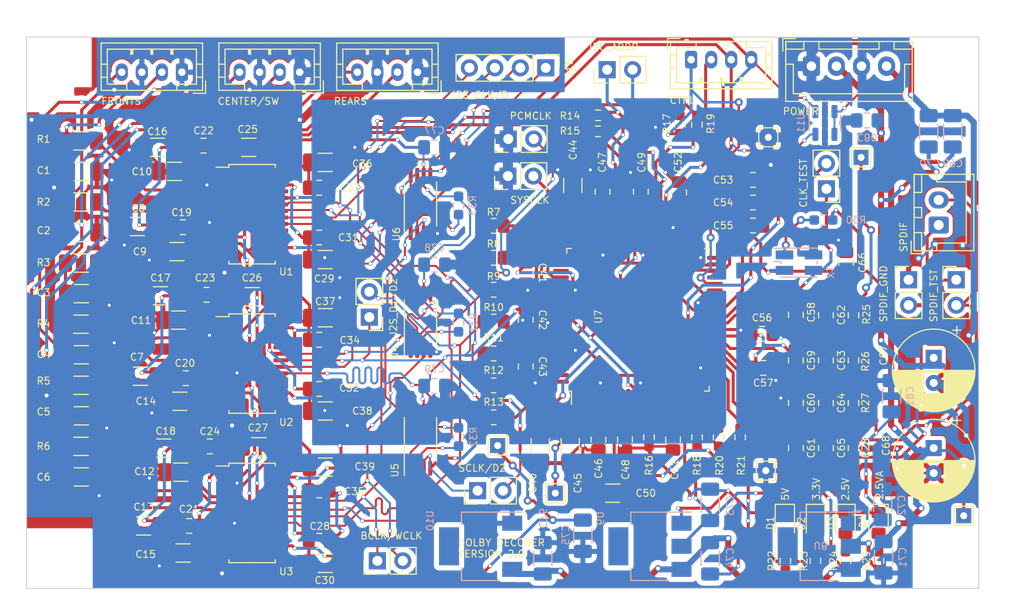
<source format=kicad_pcb>
(kicad_pcb (version 20221018) (generator pcbnew)
  (layers (0 "F.Cu" signal) (31 "B.Cu" signal) (34 "B.Paste" user) (35 "F.Paste" user) (36 "B.SilkS" user "B.Silkscreen") (37 "F.SilkS" user "F.Silkscreen") (38 "B.Mask" user) (39 "F.Mask" user) (44 "Edge.Cuts" user))
  (net 0 "")
  (net 1 "3V3")
  (net 2 "SDA")
  (net 3 "I2S_BC")
  (net 4 "I2S_WC")
  (net 5 "I2S_DATA")
  (net 6 "PCMCLK")
  (net 7 "BCLK")
  (net 8 "WCLK")
  (net 9 "I2S_D1")
  (net 10 "I2S_D2")
  (net 11 "I2S_D3")
  (net 12 "2.5V")
  (net 13 "RESET")
  (net 14 "IRQ")
  (net 15 "PLLAF")
  (net 16 "PLLSF")
  (net 17 "I2CADDR")
  (net 18 "SELI2C")
  (net 19 "5V")
  (net 20 "Net-(D1-A)")
  (net 21 "Net-(D2-A)")
  (net 22 "DCSB")
  (net 23 "CLKIN")
  (net 24 "SFREQ")
  (net 25 "Net-(D3-A)")
  (net 26 "Net-(D4-A)")
  (net 27 "PLLSPDIF")
  (net 28 "GND")
  (net 29 "DEEMPTH")
  (net 30 "AGND")
  (net 31 "2.5VA")
  (net 32 "SCL")
  (net 33 "CLKOUT")
  (net 34 "I2S_D4")
  (net 35 "3V3A")
  (net 36 "VOUT1")
  (net 37 "VOUT2")
  (net 38 "VOUT3")
  (net 39 "VOUT4")
  (net 40 "VOUT5")
  (net 41 "VOUT6")
  (net 42 "Net-(U1-CAPM)")
  (net 43 "Net-(U1-CAPP)")
  (net 44 "Net-(U1-VNEG)")
  (net 45 "Net-(U1-LDOO)")
  (net 46 "Net-(U1-VCOM{slash}DEMP)")
  (net 47 "Net-(U3-CAPM)")
  (net 48 "Net-(U3-CAPP)")
  (net 49 "Net-(U3-VNEG)")
  (net 50 "Net-(U3-LDOO)")
  (net 51 "Net-(U3-VCOM{slash}DEMP)")
  (net 62 "Net-(U2-VNEG)")
  (net 63 "Net-(U2-VCOM{slash}DEMP)")
  (net 64 "Net-(U2-CAPM)")
  (net 65 "Net-(U2-CAPP)")
  (net 66 "Net-(U2-LDOO)")
  (net 67 "Net-(U7-SPDN)")
  (net 68 "Net-(C62-Pad2)")
  (net 69 "Net-(C63-Pad2)")
  (net 70 "Net-(C64-Pad1)")
  (net 71 "Net-(U7-SPDP)")
  (net 72 "Net-(U7-SCLK)")
  (net 73 "Net-(U7-LRCLK)")
  (net 74 "Net-(U7-PCMCLK)")
  (net 75 "Net-(U7-PCM_OUT0)")
  (net 76 "Net-(U7-PCM_OUT1)")
  (net 77 "Net-(U7-PCM_OUT2)")
  (net 83 "Net-(U7-PCM_OUT3)")
  (net 84 "Net-(U7-A0)")
  (net 85 "Net-(U7-A5)")
  (net 86 "Net-(U7-DCSB)")
  (net 87 "Net-(U7-R{slash}W)")
  (net 88 "Net-(U4-ENABLE)")
  (net 89 "Net-(U5-ENABLE)")
  (net 90 "Net-(U6-ENABLE)")
  (net 101 "FL")
  (net 102 "FR")
  (net 103 "CT")
  (net 104 "SW")
  (net 105 "RL")
  (net 106 "RR")
  (net 112 "Net-(X1-EN)")
  (net 113 "PCMCLK1")
  (net 114 "PCMCLK2")
  (net 115 "PCMCLK3")
  (net 116 "BCLK1")
  (net 117 "BCLK2")
  (net 118 "BCLK3")
  (net 119 "WCLK1")
  (net 120 "WCLK2")
  (net 121 "WCLK3")
  (net 125 "SPDIF_NEG")
  (net 126 "SPDIF_POS")
  (footprint "Package_SO:TSSOP-8_4.4x3mm_P0.65mm" (layer "F.Cu") (at 62.2 65.483332 90)
    (fp_text reference "U5")
    (fp_text value "LMK1C1103")
  )
  (footprint "Resistor_SMD:R_0603_1608Metric_Pad0.98x0.95mm_HandSolder" (layer "F.Cu") (at 101.6 77.583332 90)
    (fp_text reference "R23")
    (fp_text value "430R")
  )
  (footprint "TestPoint:TestPoint_THTPad_1.5x1.5mm_Drill0.7mm" (layer "F.Cu") (at 96.65 68.583332)
    (fp_text reference "TP2" hide)
    (fp_text value "TestPoint")
  )
  (footprint "Package_SO:TSSOP-28_4.4x9.7mm_P0.65mm" (layer "F.Cu") (at 45.4 43.002082)
    (fp_text reference "U1")
    (fp_text value "PCM5122PW")
  )
  (footprint "Capacitor_SMD:C_1206_3216Metric_Pad1.33x1.80mm_HandSolder" (layer "F.Cu") (at 28.3625 63.116964 180)
    (fp_text reference "C5")
    (fp_text value "2.2n 50V C0G")
  )
  (footprint "Capacitor_SMD:C_1206_3216Metric_Pad1.33x1.80mm_HandSolder" (layer "F.Cu") (at 52.7 53.333332)
    (fp_text reference "C37")
    (fp_text value "10u")
  )
  (footprint "Connector_JST:JST_PH_B4B-PH-K_1x04_P2.00mm_Vertical" (layer "F.Cu") (at 50.15 28.833332 180)
    (fp_text reference "J2" hide)
    (fp_text value "Conn_01x04_Pin")
  )
  (footprint "Connector_JST:JST_PH_B4B-PH-K_1x04_P2.00mm_Vertical" (layer "F.Cu") (at 61.9 28.833332 180)
    (fp_text reference "J4" hide)
    (fp_text value "Conn_01x04_Pin")
  )
  (footprint "Package_SO:TSSOP-28_4.4x9.7mm_P0.65mm" (layer "F.Cu") (at 45.4 57.904471)
    (fp_text reference "U2")
    (fp_text value "PCM5122PW")
  )
  (footprint "Connector_PinHeader_2.54mm:PinHeader_1x02_P2.54mm_Vertical" (layer "F.Cu") (at 80.825 28.583332 90)
    (fp_text reference "J7" hide)
    (fp_text value "Conn_01x02")
  )
  (footprint "Capacitor_SMD:C_1206_3216Metric_Pad1.33x1.80mm_HandSolder" (layer "F.Cu") (at 74.15 66.083332 -90)
    (fp_text reference "C40")
    (fp_text value "10U")
  )
  (footprint "Capacitor_SMD:C_1206_3216Metric_Pad1.33x1.80mm_HandSolder" (layer "F.Cu") (at 35.9625 36.333332 180)
    (fp_text reference "C16")
    (fp_text value "10u")
  )
  (footprint "Resistor_SMD:R_1206_3216Metric_Pad1.30x1.75mm_HandSolder" (layer "F.Cu") (at 28.3325 53.975148 180)
    (fp_text reference "R4")
    (fp_text value "470R")
  )
  (footprint "Resistor_SMD:R_0603_1608Metric_Pad0.98x0.95mm_HandSolder" (layer "F.Cu") (at 94.089285 65.253332 90)
    (fp_text reference "R21")
    (fp_text value "4.7K")
  )
  (footprint "Capacitor_SMD:C_1206_3216Metric_Pad1.33x1.80mm_HandSolder" (layer "F.Cu") (at 28.3625 69.211516 180)
    (fp_text reference "C6")
    (fp_text value "2.2n 50V C0G")
  )
  (footprint "Capacitor_SMD:C_1206_3216Metric_Pad1.33x1.80mm_HandSolder" (layer "F.Cu") (at 28.3625 57.02242 180)
    (fp_text reference "C4")
    (fp_text value "2.2n 50V C0G")
  )
  (footprint "Capacitor_SMD:C_1206_3216Metric_Pad1.33x1.80mm_HandSolder" (layer "F.Cu") (at 38.28125 68.738111)
    (fp_text reference "C12")
    (fp_text value "2.2u 25V")
  )
  (footprint "Capacitor_SMD:C_0805_2012Metric_Pad1.18x1.45mm_HandSolder" (layer "F.Cu") (at 80.363333 40.758332 90)
    (fp_text reference "C47")
    (fp_text value "0.1U")
  )
  (footprint "Resistor_SMD:R_0603_1608Metric_Pad0.98x0.95mm_HandSolder" (layer "F.Cu") (at 105.4 57.583332 90)
    (fp_text reference "R26")
    (fp_text value "1K")
  )
  (footprint "Resistor_SMD:R_0805_2012Metric_Pad1.20x1.40mm_HandSolder" (layer "F.Cu") (at 69.5 63.266666 180)
    (fp_text reference "R13")
    (fp_text value "47R")
  )
  (footprint "Capacitor_SMD:C_1206_3216Metric_Pad1.33x1.80mm_HandSolder" (layer "F.Cu") (at 52.7 62.633332 180)
    (fp_text reference "C38")
    (fp_text value "10u")
  )
  (footprint "Resistor_SMD:R_0603_1608Metric_Pad0.98x0.95mm_HandSolder" (layer "F.Cu") (at 88.075 34.058332 -90)
    (fp_text reference "R17")
    (fp_text value "4.7K")
  )
  (footprint "Resistor_SMD:R_1206_3216Metric_Pad1.30x1.75mm_HandSolder" (layer "F.Cu") (at 28.3325 35.691516 180)
    (fp_text reference "R1")
    (fp_text value "470R")
  )
  (footprint "Resistor_SMD:R_0603_1608Metric_Pad0.98x0.95mm_HandSolder" (layer "F.Cu") (at 89.775 34.070832 -90)
    (fp_text reference "R19")
    (fp_text value "4.7K")
  )
  (footprint "Capacitor_SMD:C_1206_3216Metric_Pad1.33x1.80mm_HandSolder" (layer "F.Cu") (at 34.258891 59.16419 180)
    (fp_text reference "C7")
    (fp_text value "10u")
  )
  (footprint "Capacitor_SMD:C_1206_3216Metric_Pad1.33x1.80mm_HandSolder" (layer "F.Cu") (at 77.13741 66.083332 -90)
    (fp_text reference "C45")
    (fp_text value "10U")
  )
  (footprint "Capacitor_SMD:C_1206_3216Metric_Pad1.33x1.80mm_HandSolder" (layer "F.Cu") (at 46.08125 66.206861 180)
    (fp_text reference "C27")
    (fp_text value "2.2u 25V")
  )
  (footprint "Capacitor_SMD:C_0805_2012Metric_Pad1.18x1.45mm_HandSolder" (layer "F.Cu") (at 52.1 75.583332)
    (fp_text reference "C28")
    (fp_text value "0.1u 100V")
  )
  (footprint "Resistor_SMD:R_1206_3216Metric_Pad1.30x1.75mm_HandSolder" (layer "F.Cu") (at 28.3325 47.880604 180)
    (fp_text reference "R3")
    (fp_text value "470R")
  )
  (footprint "Capacitor_SMD:C_0805_2012Metric_Pad1.18x1.45mm_HandSolder" (layer "F.Cu") (at 104.65 47.833332 90)
    (fp_text reference "C66")
    (fp_text value "0.1u")
  )
  (footprint "Capacitor_SMD:C_0805_2012Metric_Pad1.18x1.45mm_HandSolder" (layer "F.Cu") (at 99.65 66.333332 -90)
    (fp_text reference "C61")
    (fp_text value "100N")
  )
  (footprint "Capacitor_SMD:C_0805_2012Metric_Pad1.18x1.45mm_HandSolder" (layer "F.Cu") (at 72.7 58.204166 -90)
    (fp_text reference "C43")
    (fp_text value "0.1U")
  )
  (footprint "Capacitor_SMD:C_0805_2012Metric_Pad1.18x1.45mm_HandSolder" (layer "F.Cu") (at 52.1 60.433332)
    (fp_text reference "C32")
    (fp_text value "0.1u 100V")
  )
  (footprint "Capacitor_SMD:C_1206_3216Metric_Pad1.33x1.80mm_HandSolder" (layer "F.Cu") (at 77.4 40.133332 90)
    (fp_text reference "C44")
    (fp_text value "10U")
  )
  (footprint "Package_SO:TSSOP-8_4.4x3mm_P0.65mm" (layer "F.Cu") (at 62.2 41.983332 90)
    (fp_text reference "U6")
    (fp_text value "LMK1C1103")
  )
  (footprint "LED_SMD:LED_0805_2012Metric_Pad1.15x1.40mm_HandSolder" (layer "F.Cu") (at 104.6 73.808332 -90)
    (fp_text reference "D3")
    (fp_text value "WHITE")
  )
  (footprint "Capacitor_SMD:C_0805_2012Metric_Pad1.18x1.45mm_HandSolder" (layer "F.Cu") (at 52.1 40.361746 180)
    (fp_text reference "C33")
    (fp_text value "0.1u 100V")
  )
  (footprint "Connector_PinHeader_2.54mm:PinHeader_1x02_P2.54mm_Vertical" (layer "F.Cu") (at 115.65 49.543332)
    (fp_text reference "J13" hide)
    (fp_text value "Conn_01x02_Male")
  )
  (footprint "Capacitor_SMD:C_1206_3216Metric_Pad1.33x1.80mm_HandSolder" (layer "F.Cu") (at 52.7 68.233332)
    (fp_text reference "C39")
    (fp_text value "10u")
  )
  (footprint "Capacitor_SMD:C_1206_3216Metric_Pad1.33x1.80mm_HandSolder" (layer "F.Cu") (at 45.396391 51.23294 180)
    (fp_text reference "C26")
    (fp_text value "2.2u 25V")
  )
  (footprint "Resistor_SMD:R_0805_2012Metric_Pad1.20x1.40mm_HandSolder" (layer "F.Cu") (at 69.5 44.166666 180)
    (fp_text reference "R7")
    (fp_text value "47R")
  )
  (footprint "Resistor_SMD:R_0603_1608Metric_Pad0.98x0.95mm_HandSolder" (layer "F.Cu") (at 105.4 66.333332 -90)
    (fp_text reference "R28")
    (fp_text value "75R")
  )
  (footprint "Capacitor_SMD:C_1206_3216Metric_Pad1.33x1.80mm_HandSolder" (layer "F.Cu") (at 37.9 46.733332)
    (fp_text reference "C9")
    (fp_text value "10u")
  )
  (footprint "MountingHole:MountingHole_3.2mm_M3" (layer "F.Cu") (at 115.4 27.833332)
    (fp_text reference "H3" hide)
    (fp_text value "MountingHole")
  )
  (footprint "Capacitor_SMD:C_0805_2012Metric_Pad1.18x1.45mm_HandSolder" (layer "F.Cu") (at 72.7 53.535416 -90)
    (fp_text reference "C42")
    (fp_text value "0.1U")
  )
  (footprint "Capacitor_SMD:C_1206_3216Metric_Pad1.33x1.80mm_HandSolder" (layer "F.Cu") (at 28.3625 50.927876 180)
    (fp_text reference "C3")
    (fp_text value "2.2n 50V C0G")
  )
  (footprint "Capacitor_SMD:C_1206_3216Metric_Pad1.33x1.80mm_HandSolder" (layer "F.Cu") (at 38.51875 76.802082)
    (fp_text reference "C15")
    (fp_text value "10u")
  )
  (footprint "Resistor_SMD:R_0805_2012Metric_Pad1.20x1.40mm_HandSolder" (layer "F.Cu") (at 69.5 47.349999 180)
    (fp_text reference "R8")
    (fp_text value "47R")
  )
  (footprint "Capacitor_SMD:C_0805_2012Metric_Pad1.18x1.45mm_HandSolder" (layer "F.Cu") (at 82.60223 65.483332 -90)
    (fp_text reference "C48")
    (fp_text value "0.1U")
  )
  (footprint "Capacitor_SMD:C_0805_2012Metric_Pad1.18x1.45mm_HandSolder" (layer "F.Cu") (at 102.65 61.833332 90)
    (fp_text reference "C64")
    (fp_text value "4.7N")
  )
  (footprint "Capacitor_SMD:C_0805_2012Metric_Pad1.18x1.45mm_HandSolder" (layer "F.Cu") (at 52.1 70.557194 180)
    (fp_text reference "C35")
    (fp_text value "0.1u 100V")
  )
  (footprint "Capacitor_SMD:C_1206_3216Metric_Pad1.33x1.80mm_HandSolder" (layer "F.Cu") (at 28.3625 44.833332 180)
    (fp_text reference "C2")
    (fp_text value "2.2n 50V C0G")
  )
  (footprint "MountingHole:MountingHole_3.2mm_M3" (layer "F.Cu") (at 25.4 77.833332)
    (fp_text reference "H2" hide)
    (fp_text value "MountingHole")
  )
  (footprint "Connector_JST:JST_PH_B4B-PH-K_1x04_P2.00mm_Vertical" (layer "F.Cu") (at 38.4 28.833332 180)
    (fp_text reference "J1" hide)
    (fp_text value "Conn_01x04_Pin")
  )
  (footprint "Connector_PinHeader_2.54mm:PinHeader_1x02_P2.54mm_Vertical" (layer "F.Cu") (at 57.9 77.583332 90)
    (fp_text reference "J3" hide)
    (fp_text value "Conn_01x02")
  )
  (footprint "Resistor_SMD:R_0805_2012Metric_Pad1.20x1.40mm_HandSolder" (layer "F.Cu") (at 69.5 50.533332 180)
    (fp_text reference "R9")
    (fp_text value "47R")
  )
  (footprint "Capacitor_SMD:C_0805_2012Metric_Pad1.18x1.45mm_HandSolder" (layer "F.Cu") (at 40.5625 36.163332 180)
    (fp_text reference "C22")
    (fp_text value "0.1u 100V")
  )
  (footprint "Resistor_SMD:R_0603_1608Metric_Pad0.98x0.95mm_HandSolder" (layer "F.Cu") (at 98.6 77.583332 90)
    (fp_text reference "R22")
    (fp_text value "1K")
  )
  (footprint "Capacitor_SMD:C_1206_3216Metric_Pad1.33x1.80mm_HandSolder" (layer "F.Cu") (at 52.7 37.833332)
    (fp_text reference "C36")
    (fp_text value "10u")
  )
  (footprint "TestPoint:TestPoint_THTPad_1.5x1.5mm_Drill0.7mm" (layer "F.Cu") (at 96.9 35.333332)
    (fp_text reference "TP5" hide)
    (fp_text value "TestPoint")
  )
  (footprint "Capacitor_SMD:C_0805_2012Metric_Pad1.18x1.45mm_HandSolder" (layer "F.Cu") (at 38.5 44.302082)
    (fp_text reference "C19")
    (fp_text value "0.1u 100V")
  )
  (footprint "Capacitor_SMD:C_0805_2012Metric_Pad1.18x1.45mm_HandSolder" (layer "F.Cu") (at 95.3625 39.583332)
    (fp_text reference "C53")
    (fp_text value "0.1U")
  )
  (footprint "Capacitor_SMD:C_0805_2012Metric_Pad1.18x1.45mm_HandSolder" (layer "F.Cu") (at 102.65 57.583332 90)
    (fp_text reference "C63")
    (fp_text value "5.6N")
  )
  (footprint "Resistor_SMD:R_0805_2012Metric_Pad1.20x1.40mm_HandSolder" (layer "F.Cu") (at 69.5 53.716667 180)
    (fp_text reference "R10")
    (fp_text value "47R")
  )
  (footprint "Capacitor_SMD:C_0805_2012Metric_Pad1.18x1.45mm_HandSolder" (layer "F.Cu") (at 38.796391 59.36419)
    (fp_text reference "C20")
    (fp_text value "0.1u 100V")
  )
  (footprint "Connector_JST:JST_PH_B4B-PH-K_1x04_P2.00mm_Vertical" (layer "F.Cu") (at 89.2 27.583332)
    (fp_text reference "J8" hide)
    (fp_text value "Conn_01x04_Male")
  )
  (footprint "Capacitor_SMD:C_1206_3216Metric_Pad1.33x1.80mm_HandSolder" (layer "F.Cu") (at 81.375 70.833332 180)
    (fp_text reference "C50")
    (fp_text value "10U")
  )
  (footprint "Capacitor_SMD:C_1206_3216Metric_Pad1.33x1.80mm_HandSolder" (layer "F.Cu") (at 34.58125 74.102082 180)
    (fp_text reference "C13")
    (fp_text value "10u")
  )
  (footprint "Package_QFP:LQFP-80_14x14mm_P0.65mm" (layer "F.Cu") (at 83.9 53.533332 90)
    (fp_text reference "U7")
    (fp_text value "SPA130")
  )
  (footprint "Capacitor_SMD:C_1206_3216Metric_Pad1.33x1.80mm_HandSolder" (layer "F.Cu") (at 28.3625 38.738788 180)
    (fp_text reference "C1")
    (fp_text value "2.2n 50V C0G")
  )
  (footprint "TestPoint:TestPoint_THTPad_1.5x1.5mm_Drill0.7mm" (layer "F.Cu") (at 116.4 73.083332)
    (fp_text reference "TP1" hide)
    (fp_text value "TestPoint")
  )
  (footprint "Connector_JST:JST_XH_B2B-XH-A_1x02_P2.50mm_Vertical" (layer "F.Cu") (at 113.9 44.083332 90)
    (fp_text reference "J11" hide)
    (fp_text value "Conn_01x02_Male")
  )
  (footprint "Capacitor_SMD:C_0805_2012Metric_Pad1.18x1.45mm_HandSolder" (layer "F.Cu") (at 96.4 58.333332)
    (fp_text reference "C57")
    (fp_text value "10U")
  )
  (footprint "Resistor_SMD:R_0603_1608Metric_Pad0.98x0.95mm_HandSolder" (layer "F.Cu") (at 89.79446 65.253332 -90)
    (fp_text reference "R18")
    (fp_text value "4.7K")
  )
  (footprint "Resistor_SMD:R_1206_3216Metric_Pad1.30x1.75mm_HandSolder" (layer "F.Cu") (at 28.3325 66.164236 180)
    (fp_text reference "R6")
    (fp_text value "470R")
  )
  (footprint "Capacitor_SMD:C_1206_3216Metric_Pad1.33x1.80mm_HandSolder" (layer "F.Cu") (at 38.058891 53.56419)
    (fp_text reference "C11")
    (fp_text value "2.2u 25V")
  )
  (footprint "Capacitor_SMD:C_0805_2012Metric_Pad1.18x1.45mm_HandSolder" (layer "F.Cu") (at 95.3625 44.133332)
    (fp_text reference "C55")
    (fp_text value "0.1U")
  )
  (footprint "Resistor_SMD:R_1206_3216Metric_Pad1.30x1.75mm_HandSolder" (layer "F.Cu") (at 28.3325 60.069692 180)
    (fp_text reference "R5")
    (fp_text value "470R")
  )
  (footprint "Capacitor_SMD:C_0805_2012Metric_Pad1.18x1.45mm_HandSolder" (layer "F.Cu") (at 95.3625 41.833332)
    (fp_text reference "C54")
    (fp_text value "0.1U")
  )
  (footprint "Resistor_SMD:R_1206_3216Metric_Pad1.30x1.75mm_HandSolder" (layer "F.Cu") (at 28.3325 41.78606 180)
    (fp_text reference "R2")
    (fp_text value "470R")
  )
  (footprint "Connector_PinHeader_2.54mm:PinHeader_1x02_P2.54mm_Vertical" (layer "F.Cu") (at 110.9 49.543332)
    (fp_text reference "J12" hide)
    (fp_text value "Conn_01x02")
  )
  (footprint "Capacitor_SMD:C_0805_2012Metric_Pad1.18x1.45mm_HandSolder" (layer "F.Cu") (at 40.858891 51.044251 180)
    (fp_text reference "C23")
    (fp_text value "0.1u 100V")
  )
  (footprint "Capacitor_SMD:C_0805_2012Metric_Pad1.18x1.45mm_HandSolder" (layer "F.Cu") (at 87.39705 65.483332 -90)
    (fp_text reference "C51")
    (fp_text value "0.1U")
  )
  (footprint "Resistor_SMD:R_0603_1608Metric_Pad0.98x0.95mm_HandSolder" (layer "F.Cu") (at 79.9125 33.133332)
    (fp_text reference "R14")
    (fp_text value "4.7K")
  )
  (footprint "Resistor_SMD:R_0603_1608Metric_Pad0.98x0.95mm_HandSolder" (layer "F.Cu") (at 91.94187 65.253332 -90)
    (fp_text reference "R20")
    (fp_text value "4.7K")
  )
  (footprint "Resistor_SMD:R_0603_1608Metric_Pad0.98x0.95mm_HandSolder" (layer "F.Cu") (at 105.4 53.083332 90)
    (fp_text reference "R25")
    (fp_text value "1K")
  )
  (footprint "Resistor_SMD:R_0603_1608Metric_Pad0.98x0.95mm_HandSolder" (layer "F.Cu") (at 84.99964 65.253332 -90)
    (fp_text reference "R16")
    (fp_text value "4.7K")
  )
  (footprint "MountingHole:MountingHole_3.2mm_M3" (layer "F.Cu") (at 115.4 77.833332)
    (fp_text reference "H4" hide)
    (fp_text value "MountingHole")
  )
  (footprint "Capacitor_SMD:C_0805_2012Metric_Pad1.18x1.45mm_HandSolder" (layer "F.Cu") (at 72.7 48.866666 -90)
    (fp_text reference "C41")
    (fp_text value "0.1U")
  )
  (footprint "Connector_PinHeader_2.54mm:PinHeader_1x02_P2.54mm_Vertical" (layer "F.Cu") (at 70.925 39.2 90)
    (fp_text reference "J6" hide)
    (fp_text value "Conn_01x02")
  )
  (footprint "Connector_PinHeader_2.54mm:PinHeader_1x02_P2.54mm_Vertical" (layer "F.Cu") (at 102.7 40.473332 180)
    (fp_text reference "J9" hide)
    (fp_text value "Conn_01x02")
  )
  (footprint "Resistor_SMD:R_0603_1608Metric_Pad0.98x0.95mm_HandSolder" (layer "F.Cu") (at 79.9125 34.733332)
    (fp_text reference "R15")
    (fp_text value "4.7K")
  )
  (footprint "Resistor_SMD:R_0603_1608Metric_Pad0.98x0.95mm_HandSolder" (layer "F.Cu") (at 107.9 77.583332 90)
    (fp_text reference "R29")
    (fp_text value "100R")
  )
  (footprint "Resistor_SMD:R_0805_2012Metric_Pad1.20x1.40mm_HandSolder" (layer "F.Cu") (at 69.5 60.083333 180)
    (fp_text reference "R12")
    (fp_text value "47R")
  )
  (footprint "TestPoint:TestPoint_THTPad_1.5x1.5mm_Drill0.7mm" (layer "F.Cu") (at 106.15 37.333332)
    (fp_text reference "TP6" hide)
    (fp_text value "TestPoint")
  )
  (footprint "Resistor_SMD:R_0603_1608Metric_Pad0.98x0.95mm_HandSolder" (layer "F.Cu") (at 105.4 61.833332 90)
    (fp_text reference "R27")
    (fp_text value "330R")
  )
  (footprint "Package_SO:TSSOP-8_4.4x3mm_P0.65mm" (layer "F.Cu") (at 62.2 53.733332 90)
    (fp_text reference "U4")
    (fp_text value "LMK1C1103")
  )
  (footprint "Connector_PinHeader_2.54mm:PinHeader_1x02_P2.54mm_Vertical" (layer "F.Cu") (at 67.9 70.583332 90)
    (fp_text reference "J5" hide)
    (fp_text value "Conn_01x02")
  )
  (footprint "Resistor_SMD:R_0805_2012Metric_Pad1.20x1.40mm_HandSolder" (layer "F.Cu") (at 69.5 56.9 180)
    (fp_text reference "R11")
    (fp_text value "47R")
  )
  (footprint "Capacitor_SMD:C_0805_2012Metric_Pad1.18x1.45mm_HandSolder" (layer "F.Cu") (at 96.275 54.933332)
    (fp_text reference "C56")
    (fp_text value "0.1U")
  )
  (footprint "Capacitor_SMD:C_0805_2012Metric_Pad1.18x1.45mm_HandSolder" (layer "F.Cu") (at 39.11875 74.102082)
    (fp_text reference "C21")
    (fp_text value "0.1u 100V")
  )
  (footprint "Capacitor_SMD:C_0805_2012Metric_Pad1.18x1.45mm_HandSolder" (layer "F.Cu") (at 84.181666 40.758332 90)
    (fp_text reference "C49")
    (fp_text value "0.1U")
  )
  (footprint "Capacitor_SMD:C_0805_2012Metric_Pad1.18x1.45mm_HandSolder" (layer "F.Cu") (at 52.1 45.333332)
    (fp_text reference "C31")
    (fp_text value "0.1u 100V")
  )
  (footprint "Capacitor_THT:CP_Radial_D8.0mm_P2.50mm" (layer "F.Cu") (at 113.4 57.333332 -90)
    (fp_text reference "C67")
    (fp_text value "330u 16V")
  )
  (footprint "Capacitor_SMD:C_1206_3216Metric_Pad1.33x1.80mm_HandSolder" (layer "F.Cu") (at 36.58125 66.338111 180)
    (fp_text reference "C18")
    (fp_text value "10u")
  )
  (footprint "LED_SMD:LED_0805_2012Metric_Pad1.15x1.40mm_HandSolder" (layer "F.Cu") (at 107.9 73.808332 -90)
    (fp_text reference "D4")
    (fp_text value "YELLOW")
  )
  (footprint "Capacitor_SMD:C_0805_2012Metric_Pad1.18x1.45mm_HandSolder" (layer "F.Cu") (at 102.65 66.333332 -90)
    (fp_text reference "C65")
    (fp_text value "100N")
  )
  (footprint "Capacitor_SMD:C_1206_3216Metric_Pad1.33x1.80mm_HandSolder" (layer "F.Cu") (at 33.9625 44.233332 180)
    (fp_text reference "C8")
    (fp_text value "10u")
  )
  (footprint "Package_SO:TSSOP-28_4.4x9.7mm_P0.65mm" (layer "F.Cu") (at 45.4 72.806861)
    (fp_text reference "U3")
    (fp_text value "PCM5122PW")
  )
  (footprint "Capacitor_SMD:C_1206_3216Metric_Pad1.33x1.80mm_HandSolder" (layer "F.Cu") (at 37.6625 38.733332)
    (fp_text reference "C10")
    (fp_text value "2.2u 25V")
  )
  (footprint "TestPoint:TestPoint_THTPad_1.5x1.5mm_Drill0.7mm" (layer "F.Cu") (at 69.9 66.083332)
    (fp_text reference "TP4" hide)
    (fp_text value "TestPoint")
  )
  (footprint "Capacitor_SMD:C_0805_2012Metric_Pad1.18x1.45mm_HandSolder" (layer "F.Cu") (at 79.95482 65.483332 -90)
    (fp_text reference "C46")
    (fp_text value "0.1U")
  )
  (footprint "Capacitor_SMD:C_1206_3216Metric_Pad1.33x1.80mm_HandSolder" (layer "F.Cu") (at 36.258891 51.144251 180)
    (fp_text reference "C17")
    (fp_text value "10u")
  )
  (footprint "Capacitor_SMD:C_0805_2012Metric_Pad1.18x1.45mm_HandSolder" (layer "F.Cu") (at 99.65 57.583332 90)
    (fp_text reference "C59")
    (fp_text value "470P")
  )
  (footprint "Capacitor_SMD:C_1206_3216Metric_Pad1.33x1.80mm_HandSolder" (layer "F.Cu") (at 38.196391 61.66419)
    (fp_text reference "C14")
    (fp_text value "10u")
  )
  (footprint "Capacitor_SMD:C_0805_2012Metric_Pad1.18x1.45mm_HandSolder" (layer "F.Cu") (at 41.18125 66.168111 180)
    (fp_text reference "C24")
    (fp_text value "0.1u 100V")
  )
  (footprint "Resistor_SMD:R_0603_1608Metric_Pad0.98x0.95mm_HandSolder" (layer "F.Cu") (at 104.6 77.583332 90)
    (fp_text reference "R24")
    (fp_text value "100R")
  )
  (footprint "LED_SMD:LED_0805_2012Metric_Pad1.15x1.40mm_HandSolder" (layer "F.Cu") (at 101.65 73.808332 -90)
    (fp_text reference "D2")
    (fp_text value "YELLOW")
  )
  (footprint "TestPoint:TestPoint_THTPad_1.5x1.5mm_Drill0.7mm" (layer "F.Cu") (at 75.65 70.833332)
    (fp_text reference "TP3" hide)
    (fp_text value "TestPoint")
  )
  (footprint "Capacitor_SMD:C_1206_3216Metric_Pad1.33x1.80mm_HandSolder" (layer "F.Cu") (at 52.7 47.533332 180)
    (fp_text reference "C29")
    (fp_text value "10u")
  )
  (footprint "MountingHole:MountingHole_3.2mm_M3" (layer "F.Cu") (at 25.4 27.833332)
    (fp_text reference "H1" hide)
    (fp_text value "MountingHole")
  )
  (footprint "Capacitor_SMD:C_0805_2012Metric_Pad1.18x1.45mm_HandSolder" (layer "F.Cu") (at 52.1 55.533332 180)
    (fp_text reference "C34")
    (fp_text value "0.1u 100V")
  )
  (footprint "Capacitor_SMD:C_0805_2012Metric_Pad1.18x1.45mm_HandSolder" (layer "F.Cu") (at 99.65 53.045832 90)
    (fp_text reference "C58")
    (fp_text value "470P")
  )
  (footprint "Connector_JST:JST_XH_B4B-XH-A_1x04_P2.50mm_Vertical" (layer "F.Cu") (at 101.2 28.233332)
    (fp_text reference "J10" hide)
    (fp_text value "Conn_01x04_Male")
  )
  (footprint "Connector_PinHeader_2.54mm:PinHeader_1x02_P2.54mm_Vertical" (layer "F.Cu") (at 70.96 35.5 90)
    (fp_text reference "J14" hide)
    (fp_text value "Conn_01x02")
  )
  (footprint "Capacitor_SMD:C_0805_2012Metric_Pad1.18x1.45mm_HandSolder" (layer "F.Cu") (at 88 40.833332 90)
    (fp_text reference "C52")
    (fp_text value "0.1U")
  )
  (footprint "Capacitor_SMD:C_0805_2012Metric_Pad1.18x1.45mm_HandSolder" (layer "F.Cu") (at 99.65 61.833332 90)
    (fp_text reference "C60")
    (fp_text value "150P")
  )
  (footprint "Capacitor_THT:CP_Radial_D8.0mm_P2.50mm" (layer "F.Cu") (at 113.4 66.333332 -90)
    (fp_text reference "C68")
    (fp_text value "330u 16V")
  )
  (footprint "LED_SMD:LED_0805_2012Metric_Pad1.15x1.40mm_HandSolder" (layer "F.Cu") (at 98.55 73.808332 -90)
    (fp_text reference "D1")
    (fp_text value "BLUE")
  )
  (footprint "Capacitor_SMD:C_1206_3216Metric_Pad1.33x1.80mm_HandSolder" (layer "F.Cu") (at 45.0625 36.333332 180)
    (fp_text reference "C25")
    (fp_text value "2.2u 25V")
  )
  (footprint "Capacitor_SMD:C_0805_2012Metric_Pad1.18x1.45mm_HandSolder" (layer "F.Cu") (at 102.65 53.083332 90)
    (fp_text reference "C62")
    (fp_text value "5.6N")
  )
  (footprint "Connector_PinHeader_2.54mm:PinHeader_1x02_P2.54mm_Vertical" (layer "F.Cu") (at 57.1 53.275 180)
    (fp_text reference "J16" hide)
    (fp_text value "Conn_01x02_Pin")
  )
  (footprint "Connector_PinHeader_2.54mm:PinHeader_1x04_P2.54mm_Vertical" (layer "F.Cu") (at 74.7 28.4 -90)
    (fp_text reference "J15")
    (fp_text value "Conn_01x04_Male")
  )
  (footprint "Capacitor_SMD:C_1206_3216Metric_Pad1.33x1.80mm_HandSolder" (layer "F.Cu") (at 52.7 77.833332 180)
    (fp_text reference "C30")
    (fp_text value "10u")
  )
  (footprint "Capacitor_SMD:C_1206_3216Metric_Pad1.33x1.80mm_HandSolder" (layer "B.Cu") (at 108.4 77.233332 -90)
    (fp_text reference "C71")
    (fp_text value "10U")
  )
  (footprint "Capacitor_SMD:C_1206_3216Metric_Pad1.33x1.80mm_HandSolder" (layer "B.Cu") (at 78.4 75.083332 -90)
    (fp_text reference "C75")
    (fp_text value "10U")
  )
  (footprint "Capacitor_SMD:C_1206_3216Metric_Pad1.33x1.80mm_HandSolder" (layer "B.Cu") (at 91.1 77.333332 -90)
    (fp_text reference "C74")
    (fp_text value "10U")
  )
  (footprint "Capacitor_SMD:C_1206_3216Metric_Pad1.33x1.80mm_HandSolder" (layer "B.Cu") (at 112.9 34.733332 90)
    (fp_text reference "C70")
    (fp_text value "10U")
  )
  (footprint "Capacitor_SMD:C_0805_2012Metric_Pad1.18x1.45mm_HandSolder" (layer "B.Cu") (at 106.75 33.65)
    (fp_text reference "C80")
    (fp_text value "0.1U")
  )
  (footprint "Resistor_SMD:R_0603_1608Metric_Pad0.98x0.95mm_HandSolder" (layer "B.Cu") (at 66 65.220832 -90)
    (fp_text reference "R32")
    (fp_text value "4.7K")
  )
  (footprint "Capacitor_SMD:C_0805_2012Metric_Pad1.18x1.45mm_HandSolder" (layer "B.Cu") (at 63.6 48.033332 180)
    (fp_text reference "C78")
    (fp_text value "0.1u")
  )
  (footprint "Package_TO_SOT_SMD:SOT-23-6" (layer "B.Cu") (at 102.55 33.9 -90)
    (fp_text reference "U11")
    (fp_text value "TMP100")
  )
  (footprint "Package_TO_SOT_SMD:SOT-223" (layer "B.Cu") (at 68.2 76.133332 180)
    (fp_text reference "U10")
    (fp_text value "AMS1117-3.3")
  )
  (footprint "Capacitor_SMD:C_1206_3216Metric_Pad1.33x1.80mm_HandSolder" (layer "B.Cu") (at 74.4 77.333332 90)
    (fp_text reference "C76")
    (fp_text value "10U")
  )
  (footprint "Capacitor_SMD:C_1206_3216Metric_Pad1.33x1.80mm_HandSolder" (layer "B.Cu") (at 115.3 34.733332 90)
    (fp_text reference "C69")
    (fp_text value "10U")
  )
  (footprint "Resistor_SMD:R_0603_1608Metric_Pad0.98x0.95mm_HandSolder" (layer "B.Cu") (at 102.4 43.583332 180)
    (fp_text reference "R30")
    (fp_text value "4.7K")
  )
  (footprint "Capacitor_SMD:C_1206_3216Metric_Pad1.33x1.80mm_HandSolder" (layer "B.Cu") (at 91.1 71.995832 90)
    (fp_text reference "C73")
    (fp_text value "47U")
  )
  (footprint "Package_TO_SOT_SMD:SOT-223" (layer "B.Cu") (at 101.987226 76.133332 180)
    (fp_text reference "U8")
    (fp_text value "AMS1117-2.5")
  )
  (footprint "Package_TO_SOT_SMD:SOT-223" (layer "B.Cu") (at 85.093613 76.133332 180)
    (fp_text reference "U9")
    (fp_text value "AMS1117-2.5")
  )
  (footprint "Capacitor_SMD:C_0805_2012Metric_Pad1.18x1.45mm_HandSolder" (layer "B.Cu") (at 63.6 36.333332 180)
    (fp_text reference "C77")
    (fp_text value "0.1u")
  )
  (footprint "Capacitor_SMD:C_0805_2012Metric_Pad1.18x1.45mm_HandSolder" (layer "B.Cu") (at 63.6 60.133332 180)
    (fp_text reference "C79")
    (fp_text value "0.1u")
  )
  (footprint "Resistor_SMD:R_0603_1608Metric_Pad0.98x0.95mm_HandSolder" (layer "B.Cu") (at 66 42.133332 -90)
    (fp_text reference "R33")
    (fp_text value "4.7K")
  )
  (footprint "Resistor_SMD:R_0603_1608Metric_Pad0.98x0.95mm_HandSolder" (layer "B.Cu") (at 66 53.820832 -90)
    (fp_text reference "R31")
    (fp_text value "4.7K")
  )
  (footprint "Capacitor_SMD:C_1206_3216Metric_Pad1.33x1.80mm_HandSolder" (layer "B.Cu") (at 109.2 61.1625 90)
    (fp_text reference "C81")
    (fp_text value "10u")
  )
  (footprint "Oscillator:Oscillator_SMD_EuroQuartz_XO32-4Pin_3.2x2.5mm_HandSoldering" (layer "B.Cu") (at 99.9625 47.833332)
    (fp_text reference "X1")
    (fp_text value "ECS-3225SMV-270-FP-TR")
  )
  (footprint "Capacitor_SMD:C_1206_3216Metric_Pad1.33x1.80mm_HandSolder" (layer "B.Cu") (at 108.312774 71.933332 90)
    (fp_text reference "C72")
    (fp_text value "47U")
  )
  (gr_line (start 117.9 80.333332) (end 22.9 80.333332) (stroke (width 0.1)) (layer "Edge.Cuts"))
  (gr_line (start 117.9 25.333332) (end 117.9 80.333332) (stroke (width 0.1)) (layer "Edge.Cuts"))
  (gr_line (start 22.9 80.333332) (end 22.9 25.333332) (stroke (width 0.1)) (layer "Edge.Cuts"))
  (gr_line (start 22.9 25.333332) (end 117.9 25.333332) (stroke (width 0.1)) (layer "Edge.Cuts"))
  (gr_text "SYSCLK" (at 71.1 41.6) (layer "F.SilkS") (effects (font (size 0.7 0.7) (thickness 0.1)) (justify left)))
  (gr_text "I2C_ADDR" (at 78.95 26.333332) (layer "F.SilkS") (effects (font (size 0.7 0.7) (thickness 0.1)) (justify left)))
  (gr_text "FRONTS" (at 30.3 31.733332) (layer "F.SilkS") (effects (font (size 0.7 0.7) (thickness 0.1)) (justify left)))
  (gr_text "DOLBY DECODER\nVERSION 2.0" (at 65.9 76.333332) (layer "F.SilkS") (effects (font (size 0.7 0.7) (thickness 0.1)) (justify left)))
  (gr_text "SPDIF_TST" (at 113.4 53.833332 90) (layer "F.SilkS") (effects (font (size 0.7 0.7) (thickness 0.1)) (justify left)))
  (gr_text "SPDIF" (at 110.4 46.833332 90) (layer "F.SilkS") (effects (font (size 0.7 0.7) (thickness 0.1)) (justify left)))
  (gr_text "PCMCLK" (at 71.05 33.2) (layer "F.SilkS") (effects (font (size 0.7 0.7) (thickness 0.1)) (justify left)))
  (gr_text "POWER" (at 98.3 32.733332) (layer "F.SilkS") (effects (font (size 0.7 0.7) (thickness 0.1)) (justify left)))
  (gr_text "BCLK/WCLK" (at 56.15 75.083332) (layer "F.SilkS") (effects (font (size 0.7 0.7) (thickness 0.1)) (justify left)))
  (gr_text "2.5V" (at 104.6 71.633332 90) (layer "F.SilkS") (effects (font (size 0.7 0.7) (thickness 0.1)) (justify left)))
  (gr_text "3.3V" (at 101.7 71.633332 90) (layer "F.SilkS") (effects (font (size 0.7 0.7) (thickness 0.1)) (justify left)))
  (gr_text "CTRL" (at 87 31.633332) (layer "F.SilkS") (effects (font (size 0.7 0.7) (thickness 0.1)) (justify left)))
  (gr_text "SCLK/D2" (at 65.925 68.333332) (layer "F.SilkS") (effects (font (size 0.7 0.7) (thickness 0.1)) (justify left)))
  (gr_text "I2S_D1/D2" (at 59.5 55.1 90) (layer "F.SilkS") (effects (font (size 0.7 0.7) (thickness 0.1)) (justify left)))
  (gr_text "SPDIF_GND\n" (at 108.4 53.833332 90) (layer "F.SilkS") (effects (font (size 0.7 0.7) (thickness 0.1)) (justify left)))
  (gr_text "CENTER/SW" (at 41.9 31.733332) (layer "F.SilkS") (effects (font (size 0.7 0.7) (thickness 0.1)) (justify left)))
  (gr_text "I2S_CLK/D" (at 65.3 31.1) (layer "F.SilkS") (effects (font (size 0.7 0.7) (thickness 0.1)) (justify left)))
  (gr_text "2.5VA" (at 108 71.533332 90) (layer "F.SilkS") (effects (font (size 0.7 0.7) (thickness 0.1)) (justify left)))
  (gr_text "REARS" (at 53.5 31.733332) (layer "F.SilkS") (effects (font (size 0.7 0.7) (thickness 0.1)) (justify left)))
  (gr_text "CLK_TEST" (at 100.4 42.4 90) (layer "F.SilkS") (effects (font (size 0.7 0.7) (thickness 0.1)) (justify left)))
  (gr_text "5V" (at 98.6 71.633332 90) (layer "F.SilkS") (effects (font (size 0.7 0.7) (thickness 0.1)) (justify left)))
  (segment (start 46.4 71.583332) (end 46.801471 71.181861) (width 0.3) (layer "F.Cu") (net 1))
  (segment (start 62.525 49.705375) (end 62.562504 49.667871) (width 0.2) (layer "F.Cu") (net 1))
  (segment (start 53.7875 35.583332) (end 51.1375 38.233332) (width 0.3) (layer "F.Cu") (net 1))
  (segment (start 82.9375 70.833332) (end 82.9375 69.649532) (width 0.25) (layer "F.Cu") (net 1))
  (segment (start 94.9 68.206547) (end 93.264285 66.570832) (width 0.3) (layer "F.Cu") (net 1))
  (segment (start 62.525 39.120832) (end 62.525 38.058332) (width 0.2) (layer "F.Cu") (net 1))
  (segment (start 62.525 61.558332) (end 62.4 61.433332) (width 0.2) (layer "F.Cu") (net 1))
  (segment (start 46.6 54.604471) (end 46.6 56.826225) (width 0.3) (layer "F.Cu") (net 1))
  (segment (start 46.803861 60.179471) (end 46.65 60.333332) (width 0.3) (layer "F.Cu") (net 1))
  (segment (start 62.525 38.058332) (end 62.5 38.033332) (width 0.2) (layer "F.Cu") (net 1))
  (segment (start 93.264285 66.619899) (end 92.800852 67.083332) (width 0.3) (layer "F.Cu") (net 1))
  (segment (start 93.264285 66.570832) (end 93.264285 66.619899) (width 0.3) (layer "F.Cu") (net 1))
  (segment (start 46.6 56.826225) (end 46.65 56.876226) (width 0.3) (layer "F.Cu") (net 1))
  (segment (start 59.9 35.583332) (end 53.7875 35.583332) (width 0.3) (layer "F.Cu") (net 1))
  (segment (start 82.15 51.333332) (end 82.15 52.333332) (width 0.3) (layer "F.Cu") (net 1))
  (segment (start 111.872651 38.777349) (end 110.25 40.4) (width 0.4) (layer "F.Cu") (net 1))
  (segment (start 51.0625 40.361746) (end 51.0625 38.308332) (width 0.3) (layer "F.Cu") (net 1))
  (segment (start 51.0625 55.533332) (end 51.0625 53.408332) (width 0.3) (layer "F.Cu") (net 1))
  (segment (start 64.65 57.333332) (end 63.15 58.833332) (width 0.2) (layer "F.Cu") (net 1))
  (segment (start 83.575 60.433332) (end 83.1755 60.033832) (width 0.3) (layer "F.Cu") (net 1))
  (segment (start 45.9 43.333332) (end 45.9 46.833332) (width 0.3) (layer "F.Cu") (net 1))
  (segment (start 47.525 53.679471) (end 46.6 54.604471) (width 0.3) (layer "F.Cu") (net 1))
  (segment (start 82.9375 69.649532) (end 83.5037 69.083332) (width 0.25) (layer "F.Cu") (net 1))
  (segment (start 46.65 61.583332) (end 46.753861 61.479471) (width 0.3) (layer "F.Cu") (net 1))
  (segment (start 108.15 41.583332) (end 108.150001 50.083331) (width 0.6) (layer "F.Cu") (net 1))
  (segment (start 62.525 50.870832) (end 62.525 49.705375) (width 0.2) (layer "F.Cu") (net 1))
  (segment (start 83.575 47.258332) (end 83.65 47.333332) (width 0.3) (layer "F.Cu") (net 1))
  (segment (start 94.9 71.583332) (end 94.9 68.206547) (width 0.3) (layer "F.Cu") (net 1))
  (segment (start 88.7 32.083332) (end 80.05 32.083332) (width 0.3) (layer "F.Cu") (net 1))
  (segment (start 92.35 52.558332) (end 91.575 52.558332) (width 0.3) (layer "F.Cu") (net 1))
  (segment (start 104.5 48.695832) (end 105.7875 48.695832) (width 0.3) (layer "F.Cu") (net 1))
  (segment (start 72.7 52.497916) (end 73.410416 53.208332) (width 0.3) (layer "F.Cu") (net 1))
  (segment (start 79.4875 34.733332) (end 79 34.733332) (width 0.3) (layer "F.Cu") (net 1))
  (segment (start 81.52723 65.520832) (end 82.60223 64.445832) (width 0.3) (layer "F.Cu") (net 1))
  (segment (start 92.800852 67.083332) (end 91.4125 67.083332) (width 0.3) (layer "F.Cu") (net 1))
  (segment (start 51.1375 38.233332) (end 48.80625 38.233332) (width 0.3) (layer "F.Cu") (net 1))
  (segment (start 48.2625 75.081861) (end 46.648529 75.081861) (width 0.3) (layer "F.Cu") (net 1))
  (segment (start 103.8 28.233332) (end 106.108334 30.541666) (width 0.6) (layer "F.Cu") (net 1))
  (segment (start 106.108334 30.541666) (end 108.15 32.583332) (width 0.6) (layer "F.Cu") (net 1))
  (segment (start 104.5 48.695832) (end 97.0375 48.695832) (width 0.3) (layer "F.Cu") (net 1))
  (segment (start 46.65 56.876226) (end 46.65 61.583332) (width 0.3) (layer "F.Cu") (net 1))
  (segment (start 51.0625 70.557194) (end 50.437833 71.181861) (width 0.3) (layer "F.Cu") (net 1))
  (segment (start 91.575 52.558332) (end 89.402818 52.558332) (width 0.3) (layer "F.Cu") (net 1))
  (segment (start 45.9 39.876225) (end 46.999143 38.777082) (width 0.3) (layer "F.Cu") (net 1))
  (segment (start 62.525 62.620832) (end 62.525 63.358332) (width 0.2) (layer "F.Cu") (net 1))
  (segment (start 108.15 32.583332) (end 108.15 34.9) (width 0.6) (layer "F.Cu") (net 1))
  (segment (start 83.575 61.208332) (end 83.575 60.433332) (width 0.3) (layer "F.Cu") (net 1))
  (segment (start 71.65 52.672914) (end 71.824998 52.497916) (width 0.3) (layer "F.Cu") (net 1))
  (segment (start 108.15 34.9) (end 108.15 41.583332) (width 0.6) (layer "F.Cu") (net 1))
  (segment (start 51.1375 68.233332) (end 51.1375 70.482194) (width 0.3) (layer "F.Cu") (net 1))
  (segment (start 74.15 63.333332) (end 76.4 61.083332) (width 0.3) (layer "F.Cu") (net 1))
  (segment (start 100.7625 77.658332) (end 97.725 77.658332) (width 0.3) (layer "F.Cu") (net 1))
  (segment (start 48.2625 53.679471) (end 47.525 53.679471) (width 0.3) (layer "F.Cu") (net 1))
  (segment (start 88.177818 51.333332) (end 82.15 51.333332) (width 0.3) (layer "F.Cu") (net 1))
  (segment (start 63.442893 52.583332) (end 63.65 52.583332) (width 0.2) (layer "F.Cu") (net 1))
  (segment (start 50.437833 71.181861) (end 48.2625 71.181861) (width 0.3) (layer "F.Cu") (net 1))
  (segment (start 46.801471 71.181861) (end 48.2625 71.181861) (width 0.3) (layer "F.Cu") (net 1))
  (segment (start 45.9 46.833332) (end 51.1375 52.070832) (width 0.3) (layer "F.Cu") (net 1))
  (segment (start 89.402818 52.558332) (end 88.177818 51.333332) (width 0.3) (layer "F.Cu") (net 1))
  (segment (start 48.2625 45.277082) (end 47.525 45.277082) (width 0.3) (layer "F.Cu") (net 1))
  (segment (start 48.80625 38.233332) (end 48.2625 38.777082) (width 0.3) (layer "F.Cu") (net 1))
  (segment (start 106.108334 30.791666) (end 106.108334 30.541666) (width 0.2) (layer "F.Cu") (net 1))
  (segment (start 104.5 32.4) (end 106.108334 30.791666) (width 0.2) (layer "F.Cu") (net 1))
  (segment (start 62.525 63.358332) (end 63.4 64.233332) (width 0.2) (layer "F.Cu") (net 1))
  (segment (start 94.325 44.308332) (end 94.325 50.583332) (width 0.3) (layer "F.Cu") (net 1))
  (segment (start 82.15 48.833332) (end 82.15 51.333332) (width 0.3) (layer "F.Cu") (net 1))
  (segment (start 83.575 45.858332) (end 83.575 47.258332) (width 0.3) (layer "F.Cu") (net 1))
  (segment (start 74.15 64.020832) (end 74.15 63.333332) (width 0.3) (layer "F.Cu") (net 1))
  (segment (start 83.575 63.473062) (end 82.60223 64.445832) (width 0.3) (layer "F.Cu") (net 1))
  (segment (start 82.4 39.600196) (end 82.4 37.645832) (width 0.3) (layer "F.Cu") (net 1))
  (segment (start 94.9 74.833332) (end 94.9 73.583332) (width 0.3) (layer "F.Cu") (net 1))
  (segment (start 113.660107 38.777349) (end 111.872651 38.777349) (width 0.4) (layer "F.Cu") (net 1))
  (segment (start 46.753861 61.479471) (end 48.2625 61.479471) (width 0.3) (layer "F.Cu") (net 1))
  (segment (start 83.575 45.858332) (end 83.575 40.775196) (width 0.3) (layer "F.Cu") (net 1))
  (segment (start 48.2625 60.179471) (end 46.803861 60.179471) (width 0.3) (layer "F.Cu") (net 1))
  (segment (start 46.648529 75.081861) (end 46.4 74.833332) (width 0.3) (layer "F.Cu") (net 1))
  (segment (start 51.1375 68.233332) (end 51.1375 66.585907) (width 0.3) (layer "F.Cu") (net 1))
  (segment (start 94.325 44.133332) (end 96.15 45.958332) (width 0.3) (layer "F.Cu") (net 1))
  (segment (start 94.089285 65.745832) (end 93.264285 66.570832) (width 0.3) (layer "F.Cu") (net 1))
  (segment (start 105.9 48.583332) (end 105.9 44.833332) (width 0.3) (layer "F.Cu") (net 1))
  (segment (start 62.525 62.620832) (end 62.525 61.558332) (width 0.2) (layer "F.Cu") (net 1))
  (segment (start 82.4 37.645832) (end 79.4875 34.733332) (width 0.3) (layer "F.Cu") (net 1))
  (segment (start 73.410416 53.208332) (end 76.225 53.208332) (width 0.3) (layer "F.Cu") (net 1))
  (segment (start 46.4 74.833332) (end 46.4 71.583332) (width 0.3) (layer "F.Cu") (net 1))
  (segment (start 83.575 40.775196) (end 82.4 39.600196) (width 0.3) (layer "F.Cu") (net 1))
  (segment (start 77.9 54.083332) (end 77.025 53.208332) (width 0.3) (layer "F.Cu") (net 1))
  (segment (start 90.305 66.570832) (end 89.9 66.165832) (width 0.3) (layer "F.Cu") (net 1))
  (segment (start 62.525 40.208332) (end 62.9 40.583332) (width 0.2) (layer "F.Cu") (net 1))
  (segment (start 46.65 62.098407) (end 46.65 61.583332) (width 0.3) (layer "F.Cu") (net 1))
  (segment (start 105.9 44.833332) (end 103.65 42.583332) (width 0.3) (layer "F.Cu") (net 1))
  (segment (start 77.025 53.208332) (end 76.225 53.208332) (width 0.3) (layer "F.Cu") (net 1))
  (segment (start 96.15 45.958332) (end 96.15 48.083332) (width 0.3) (layer "F.Cu") (net 1))
  (segment (start 51.1375 66.585907) (end 46.65 62.098407) (width 0.3) (layer "F.Cu") (net 1))
  (segment (start 46.65 60.333332) (end 46.65 61.583332) (width 0.3) (layer "F.Cu") (net 1))
  (segment (start 46.999143 38.777082) (end 48.2625 38.777082) (width 0.3) (layer "F.Cu") (net 1))
  (segment (start 51.1375 52.070832) (end 51.1375 53.333332) (width 0.3) (layer "F.Cu") (net 1))
  (segment (start 86.4 69.083332) (end 83.5037 69.083332) (width 0.3) (layer "F.Cu") (net 1))
  (segment (start 71.824998 52.497916) (end 72.7 52.497916) (width 0.3) (layer "F.Cu") (net 1))
  (segment (start 62.525 39.120832) (end 62.525 40.208332) (width 0.2) (layer "F.Cu") (net 1))
  (segment (start 104.5 48.695832) (end 106.762502 48.695832) (width 0.3) (layer "F.Cu") (net 1))
  (segment (start 94.9 74.833332) (end 97.725 77.658332) (width 0.3) (layer "F.Cu") (net 1))
  (segment (start 62.525 51.665439) (end 63.442893 52.583332) (width 0.2) (layer "F.Cu") (net 1))
  (segment (start 94.325 50.583332) (end 92.35 52.558332) (width 0.3) (layer "F.Cu") (net 1))
  (segment (start 91.4125 67.083332) (end 90.9 66.570832) (width 0.3) (layer "F.Cu") (net 1))
  (segment (start 62.525 50.870832) (end 62.525 51.665439) (width 0.2) (layer "F.Cu") (net 1))
  (segment (start 83.5037 69.083332) (end 81.52723 67.106862) (width 0.3) (layer "F.Cu") (net 1))
  (segment (start 63.4 64.233332) (end 64.6 64.233332) (width 0.2) (layer "F.Cu") (net 1))
  (segment (start 101.6 78.495832) (end 100.7625 77.658332) (width 0.3) (layer "F.Cu") (net 1))
  (segment (start 83.1755 60.033832) (end 82.911085 60.033832) (width 0.3) (layer "F.Cu") (net 1))
  (segment (start 45.9 43.652082) (end 45.9 39.876225) (width 0.3) (layer "F.Cu") (net 1))
  (segment (start 105.7875 48.695832) (end 105.9 48.583332) (width 0.3) (layer "F.Cu") (net 1))
  (segment (start 47.525 45.277082) (end 45.9 43.652082) (width 0.3) (layer "F.Cu") (net 1))
  (segment (start 82.15 52.333332) (end 79.15 55.333332) (width 0.3) (layer "F.Cu") (net 1))
  (segment (start 89.775 33.158332) (end 88.7 32.083332) (width 0.3) (layer "F.Cu") (net 1))
  (segment (start 90.9 66.570832) (end 90.305 66.570832) (width 0.3) (layer "F.Cu") (net 1))
  (segment (start 81.52723 67.106862) (end 81.52723 65.520832) (width 0.3) (layer "F.Cu") (net 1))
  (segment (start 96.15 48.083332) (end 96.9 48.833332) (width 0.3) (layer "F.Cu") (net 1))
  (segment (start 97.0375 48.695832) (end 96.9 48.833332) (width 0.3) (layer "F.Cu") (net 1))
  (segment (start 106.762502 48.695832) (end 108.150001 50.083331) (width 0.3) (layer "F.Cu") (net 1))
  (segment (start 48.2625 53.679471) (end 50.791361 53.679471) (width 0.3) (layer "F.Cu") (net 1))
  (segment (start 80.05 32.083332) (end 79 33.133332) (width 0.3) (layer "F.Cu") (net 1))
  (segment (start 83.575 61.208332) (end 83.575 63.473062) (width 0.3) (layer "F.Cu") (net 1))
  (segment (start 84.575 41.620832) (end 83.575 41.620832) (width 0.3) (layer "F.Cu") (net 1))
  (segment (start 79 33.133332) (end 79 34.733332) (width 0.3) (layer "F.Cu") (net 1))
  (segment (start 108.150001 50.083331) (end 108.150001 55.583332) (width 0.6) (layer "F.Cu") (net 1))
  (segment (start 48.2625 68.581861) (end 50.788971 68.581861) (width 0.3) (layer "F.Cu") (net 1))
  (via (at 104.5 32.4) (size 0.4) (drill 0.3) (layers "F.Cu" "B.Cu") (net 1))
  (via (at 82.911085 60.033832) (size 0.4) (drill 0.3) (layers "F.Cu" "B.Cu") (net 1))
  (via (at 96.9 48.833332) (size 0.4) (drill 0.3) (layers "F.Cu" "B.Cu") (net 1))
  (via (at 62.562504 49.667871) (size 0.4) (drill 0.3) (layers "F.Cu" "B.Cu") (net 1))
  (via (at 62.9 40.583332) (size 0.4) (drill 0.3) (layers "F.Cu" "B.Cu") (net 1))
  (via (at 94.9 73.583332) (size 0.4) (drill 0.3) (layers "F.Cu" "B.Cu") (net 1))
  (via (at 63.15 58.833332) (size 0.4) (drill 0.3) (layers "F.Cu" "B.Cu") (net 1))
  (via (at 64.6 64.233332) (size 0.4) (drill 0.3) (layers "F.Cu" "B.Cu") (net 1))
  (via (at 79.15 55.333332) (size 0.4) (drill 0.3) (layers "F.Cu" "B.Cu") (net 1))
  (via (at 108.150001 55.583332) (size 0.65) (drill 0.4) (layers "F.Cu" "B.Cu") (net 1))
  (via (at 83.65 47.333332) (size 0.4) (drill 0.3) (layers "F.Cu" "B.Cu") (net 1))
  (via (at 110.25 40.4) (size 0.65) (drill 0.4) (layers "F.Cu" "B.Cu") (net 1))
  (via (at 59.9 35.583332) (size 0.4) (drill 0.3) (layers "F.Cu" "B.Cu") (net 1))
  (via (at 86.4 69.083332) (size 0.4) (drill 0.3) (layers "F.Cu" "B.Cu") (net 1))
  (via (at 90.9 66.570832) (size 0.4) (drill 0.3) (layers "F.Cu" "B.Cu") (net 1))
  (via (at 62.5 38.033332) (size 0.4) (drill 0.3) (layers "F.Cu" "B.Cu") (net 1))
  (via (at 108.15 34.9) (size 0.8) (drill 0.4) (layers "F.Cu" "B.Cu") (net 1))
  (via (at 82.15 48.833332) (size 0.4) (drill 0.3) (layers "F.Cu" "B.Cu") (net 1))
  (via (at 63.65 52.583332) (size 0.4) (drill 0.3) (layers "F.Cu" "B.Cu") (net 1))
  (via (at 77.9 54.083332) (size 0.4) (drill 0.3) (layers "F.Cu" "B.Cu") (net 1))
  (via (at 94.9 71.583332) (size 0.4) (drill 0.3) (layers "F.Cu" "B.Cu") (net 1))
  (via (at 113.660107 38.777349) (size 0.65) (drill 0.4) (layers "F.Cu" "B.Cu") (net 1))
  (via (at 71.65 52.672914) (size 0.4) (drill 0.3) (layers "F.Cu" "B.Cu") (net 1))
  (via (at 76.4 61.083332) (size 0.65) (drill 0.4) (layers "F.Cu" "B.Cu") (net 1))
  (via (at 103.65 42.583332) (size 0.4) (drill 0.3) (layers "F.Cu" "B.Cu") (net 1))
  (via (at 108.15 41.583332) (size 0.65) (drill 0.4) (layers "F.Cu" "B.Cu") (net 1))
  (via (at 64.65 57.333332) (size 0.4) (drill 0.3) (layers "F.Cu" "B.Cu") (net 1))
  (via (at 62.4 61.433332) (size 0.4) (drill 0.3) (layers "F.Cu" "B.Cu") (net 1))
  (segment (start 66 64.308332) (end 64.675 64.308332) (width 0.2) (layer "B.Cu") (net 1))
  (segment (start 112.9 38.017242) (end 112.9 36.295832) (width 0.4) (layer "B.Cu") (net 1))
  (segment (start 94.9 73.583332) (end 94.9 71.583332) (width 0.3) (layer "B.Cu") (net 1))
  (segment (start 66.65 57.083332) (end 67.4 57.083332) (width 0.3) (layer "B.Cu") (net 1))
  (segment (start 76.4 61.083332) (end 76.4 59.833332) (width 0.3) (layer "B.Cu") (net 1))
  (segment (start 104.1375 32.7625) (end 104.5 32.4) (width 0.2) (layer "B.Cu") (net 1))
  (segment (start 103.5 32.7625) (end 103.5 35.0375) (width 0.2) (layer "B.Cu") (net 1))
  (segment (start 66.15 46.083332) (end 64.5125 46.083332) (width 0.2) (layer "B.Cu") (net 1))
  (segment (start 66 41.433332) (end 67.15 42.583332) (width 0.2) (layer "B.Cu") (net 1))
  (segment (start 103.5 32.7625) (end 104.1375 32.7625) (width 0.2) (layer "B.Cu") (net 1))
  (segment (start 83.65 47.333332) (end 82.15 48.833332) (width 0.3) (layer "B.Cu") (net 1))
  (segment (start 107.7875 33.65) (end 107.7875 34.5375) (width 0.25) (layer "B.Cu") (net 1))
  (segment (start 67.15 42.583332) (end 67.15 45.083332) (width 0.2) (layer "B.Cu") (net 1))
  (segment (start 107.7875 34.5375) (end 108.15 34.9) (width 0.25) (layer "B.Cu") (net 1))
  (segment (start 82.911085 59.094417) (end 80.025 56.208332) (width 0.3) (layer "B.Cu") (net 1))
  (segment (start 66 52.908332) (end 63.975 52.908332) (width 0.2) (layer "B.Cu") (net 1))
  (segment (start 62.5625 49.667867) (end 62.562504 49.667871) (width 0.2) (layer "B.Cu") (net 1))
  (segment (start 66.65 57.083332) (end 64.9 57.083332) (width 0.2) (layer "B.Cu") (net 1))
  (segment (start 63.5375 41.220832) (end 62.9 40.583332) (width 0.2) (layer "B.Cu") (net 1))
  (segment (start 63.15 58.833332) (end 63.15 59.545832) (width 0.2) (layer "B.Cu") (net 1))
  (segment (start 114.3 58.133332) (end 110.450001 58.133332) (width 0.6) (layer "B.Cu") (net 1))
  (segment (start 67.15 45.083332) (end 66.15 46.083332) (width 0.2) (layer "B.Cu") (net 1))
  (segment (start 98.5125 48.608332) (end 97.125 48.608332) (width 0.3) (layer "B.Cu") (net 1))
  (segment (start 62.4 61.433332) (end 62.4 60.295832) (width 0.2) (layer "B.Cu") (net 1))
  (segment (start 103.3125 42.920832) (end 103.65 42.583332) (width 0.3) (layer "B.Cu") (net 1))
  (segment (start 64.675 64.308332) (end 64.6 64.233332) (width 0.2) (layer "B.Cu") (net 1))
  (segment (start 82.911085 60.033832) (end 82.911085 59.094417) (width 0.3) (layer "B.Cu") (net 1))
  (segment (start 113.660107 38.777349) (end 112.9 38.017242) (width 0.4) (layer "B.Cu") (net 1))
  (segment (start 108.150001 55.833332) (end 108.150001 55.583332) (width 0.6) (layer "B.Cu") (net 1))
  (segment (start 108.15 41.583332) (end 109.066668 41.583332) (width 0.4) (layer "B.Cu") (net 1))
  (segment (start 62.5 38.033332) (end 62.5 36.395832) (width 0.2) (layer "B.Cu") (net 1))
  (segment (start 67.4 57.083332) (end 71.65 52.833332) (width 0.3) (layer "B.Cu") (net 1))
  (segment (start 62.5625 36.333332) (end 60.65 36.333332) (width 0.3) (layer "B.Cu") (net 1))
  (segment (start 60.65 36.333332) (end 59.9 35.583332) (width 0.3) (layer "B.Cu") (net 1))
  (segment (start 80.025 56.208332) (end 77.9 54.083332) (width 0.3) (layer "B.Cu") (net 1))
  (segment (start 67.15 54.058332) (end 67.15 56.583332) (width 0.2) (layer "B.Cu") (net 1))
  (segment (start 63.15 59.545832) (end 62.5625 60.133332) (width 0.2) (layer "B.Cu") (net 1))
  (segment (start 71.65 52.833332) (end 71.65 52.672914) (width 0.3) (layer "B.Cu") (net 1))
  (segment (start 103.3125 43.583332) (end 103.3125 42.920832) (width 0.3) (layer "B.Cu") (net 1))
  (segment (start 66 52.908332) (end 67.15 54.058332) (width 0.2) (layer "B.Cu") (net 1))
  (segment (start 64.9 57.083332) (end 64.65 57.333332) (width 0.2) (layer "B.Cu") (net 1))
  (segment (start 86.4 69.083332) (end 88.9125 66.570832) (width 0.3) (layer "B.Cu") (net 1))
  (segment (start 64.5125 46.083332) (end 62.5625 48.033332) (width 0.2) (layer "B.Cu") (net 1))
  (segment (start 110.450001 58.133332) (end 108.150001 55.833332) (width 0.6) (layer "B.Cu") (net 1))
  (segment (start 97.125 48.608332) (end 96.9 48.833332) (width 0.3) (layer "B.Cu") (net 1))
  (segment (start 66 41.220832) (end 63.5375 41.220832) (width 0.2) (layer "B.Cu") (net 1))
  (segment (start 109.066668 41.583332) (end 110.25 40.4) (width 0.4) (layer "B.Cu") (net 1))
  (segment (start 63.975 52.908332) (end 63.65 52.583332) (width 0.2) (layer "B.Cu") (net 1))
  (segment (start 88.9125 66.570832) (end 90.9 66.570832) (width 0.3) (layer "B.Cu") (net 1))
  (segment (start 62.5625 48.033332) (end 62.5625 49.667867) (width 0.2) (layer "B.Cu") (net 1))
  (segment (start 76.4 59.833332) (end 80.025 56.208332) (width 0.3) (layer "B.Cu") (net 1))
  (segment (start 67.15 56.583332) (end 66.65 57.083332) (width 0.2) (layer "B.Cu") (net 1))
  (segment (start 100.5 35.65) (end 99.5 36.65) (width 0.2) (layer "F.Cu") (net 2))
  (segment (start 90.675 38.88658) (end 93.2 36.36158) (width 0.3) (layer "F.Cu") (net 2))
  (segment (start 42.5375 75.081861) (end 43.275 75.081861) (width 0.3) (layer "F.Cu") (net 2))
  (segment (start 51.797546 34.35) (end 65.105514 34.35) (width 0.3) (layer "F.Cu") (net 2))
  (segment (start 90.675 40.88658) (end 90.675 38.88658) (width 0.3) (layer "F.Cu") (net 2))
  (segment (start 80.716668 26.083332) (end 91.7 26.083332) (width 0.3) (layer "F.Cu") (net 2))
  (segment (start 44.803861 60.179471) (end 42.5375 60.179471) (width 0.3) (layer "F.Cu") (net 2))
  (segment (start 45.15 55.083332) (end 45.15 59.833332) (width 0.3) (layer "F.Cu") (net 2))
  (segment (start 49.942894 35.083332) (end 51.064214 35.083332) (width 0.3) (layer "F.Cu") (net 2))
  (segment (start 47.442894 37.583332) (end 49.942894 35.083332) (width 0.3) (layer "F.Cu") (net 2))
  (segment (start 51.064214 35.083332) (end 51.797546 34.35) (width 0.3) (layer "F.Cu") (net 2))
  (segment (start 45.15 73.206861) (end 45.15 70.833332) (width 0.3) (layer "F.Cu") (net 2))
  (segment (start 45.65 62.583332) (end 45.65 66.833332) (width 0.3) (layer "F.Cu") (net 2))
  (segment (start 44.9 47.583332) (end 44.9 52.333332) (width 0.3) (layer "F.Cu") (net 2))
  (segment (start 45.15 59.833332) (end 45.15 60.083332) (width 0.3) (layer "F.Cu") (net 2))
  (segment (start 43.275 75.081861) (end 45.15 73.206861) (width 0.3) (layer "F.Cu") (net 2))
  (segment (start 99.5 36.65) (end 94.5 36.65) (width 0.2) (layer "F.Cu") (net 2))
  (segment (start 45.15 59.833332) (end 44.803861 60.179471) (width 0.3) (layer "F.Cu") (net 2))
  (segment (start 93.2 36.36158) (end 93.2 27.583332) (width 0.3) (layer "F.Cu") (net 2))
  (segment (start 72.716668 34.083332) (end 80.716668 26.083332) (width 0.3) (layer "F.Cu") (net 2))
  (segment (start 44.65 45.333332) (end 44.65 39.626225) (width 0.3) (layer "F.Cu") (net 2))
  (segment (start 44.65 39.626225) (end 46.692894 37.583332) (width 0.3) (layer "F.Cu") (net 2))
  (segment (start 42.5375 45.277082) (end 44.59375 45.277082) (width 0.3) (layer "F.Cu") (net 2))
  (segment (start 65.372182 34.083332) (end 72.716668 34.083332) (width 0.3) (layer "F.Cu") (net 2))
  (segment (start 91.7 26.083332) (end 93.2 27.583332) (width 0.3) (layer "F.Cu") (net 2))
  (segment (start 65.105514 34.35) (end 65.372182 34.083332) (width 0.3) (layer "F.Cu") (net 2))
  (segment (start 45.15 60.083332) (end 45.4 60.333332) (width 0.3) (layer "F.Cu") (net 2))
  (segment (start 88.775 45.858332) (end 88.775 42.78658) (width 0.3) (layer "F.Cu") (net 2))
  (segment (start 44.59375 45.277082) (end 44.65 45.333332) (width 0.3) (layer "F.Cu") (net 2))
  (segment (start 46.692894 37.583332) (end 47.442894 37.583332) (width 0.3) (layer "F.Cu") (net 2))
  (segment (start 44.9 52.333332) (end 45.15 52.583332) (width 0.3) (layer "F.Cu") (net 2))
  (segment (start 88.775 42.78658) (end 90.675 40.88658) (width 0.3) (layer "F.Cu") (net 2))
  (via (at 44.65 45.333332) (size 0.4) (drill 0.3) (layers "F.Cu" "B.Cu") (net 2))
  (via (at 93.2 35.9) (size 0.4) (drill 0.3) (layers "F.Cu" "B.Cu") (net 2))
  (via (at 45.15 70.833332) (size 0.4) (drill 0.3) (layers "F.Cu" "B.Cu") (net 2))
  (via (at 100.5 35.65) (size 0.4) (drill 0.3) (layers "F.Cu" "B.Cu") (net 2))
  (via (at 45.65 62.583332) (size 0.4) (drill 0.3) (layers "F.Cu" "B.Cu") (net 2))
  (via (at 45.15 55.083332) (size 0.4) (drill 0.3) (layers "F.Cu" "B.Cu") (net 2))
  (via (at 44.9 47.583332) (size 0.4) (drill 0.3) (layers "F.Cu" "B.Cu") (net 2))
  (via (at 45.4 60.333332) (size 0.4) (drill 0.3) (layers "F.Cu" "B.Cu") (net 2))
  (via (at 45.65 66.833332) (size 0.4) (drill 0.3) (layers "F.Cu" "B.Cu") (net 2))
  (via (at 94.5 36.65) (size 0.4) (drill 0.3) (layers "F.Cu" "B.Cu") (net 2))
  (via (at 45.15 52.583332) (size 0.4) (drill 0.3) (layers "F.Cu" "B.Cu") (net 2))
  (segment (start 45.15 52.583332) (end 45.15 55.083332) (width 0.3) (layer "B.Cu") (net 2))
  (segment (start 45.4 62.333332) (end 45.65 62.583332) (width 0.3) (layer "B.Cu") (net 2))
  (segment (start 45.65 66.833332) (end 45.15 67.333332) (width 0.3) (layer "B.Cu") (net 2))
  (segment (start 45.4 60.333332) (end 45.4 62.333332) (width 0.3) (layer "B.Cu") (net 2))
  (segment (start 45.15 67.333332) (end 45.15 70.833332) (width 0.3) (layer "B.Cu") (net 2))
  (segment (start 94.5 36.65) (end 93.95 36.65) (width 0.2) (layer "B.Cu") (net 2))
  (segment (start 44.65 47.333332) (end 44.9 47.583332) (width 0.3) (layer "B.Cu") (net 2))
  (segment (start 44.65 45.333332) (end 44.65 47.333332) (width 0.3) (layer "B.Cu") (net 2))
  (segment (start 93.95 36.65) (end 93.2 35.9) (width 0.2) (layer "B.Cu") (net 2))
  (segment (start 101.1125 35.0375) (end 100.5 35.65) (width 0.2) (layer "B.Cu") (net 2))
  (segment (start 101.6 35.0375) (end 101.1125 35.0375) (width 0.2) (layer "B.Cu") (net 2))
  (segment (start 69.9 48.833332) (end 70.75 48.833332) (width 0.2) (layer "F.Cu") (net 6))
  (segment (start 62.55 65.433332) (end 64.8 65.433332) (width 0.2) (layer "F.Cu") (net 6))
  (segment (start 65.1 54.133332) (end 68.5 50.733332) (width 0.2) (layer "F.Cu") (net 6))
  (segment (start 75.4 37.4) (end 75.4 39.5) (width 0.2) (layer "F.Cu") (net 6))
  (segment (start 73.5 35.5) (end 75.4 37.4) (width 0.2) (layer "F.Cu") (net 6))
  (segment (start 64.8 65.433332) (end 65.3 64.933332) (width 0.2) (layer "F.Cu") (net 6))
  (segment (start 61.225 66.758332) (end 62.55 65.433332) (width 0.2) (layer "F.Cu") (net 6))
  (segment (start 65.1 56.307107) (end 65.1 54.133332) (width 0.2) (layer "F.Cu") (net 6))
  (segment (start 68.5 50.233332) (end 69.9 48.833332) (width 0.2) (layer "F.Cu") (net 6))
  (segment (start 65.3 56.507107) (end 65.1 56.307107) (width 0.2) (layer "F.Cu") (net 6))
  (segment (start 61.225 68.345832) (end 61.225 66.758332) (width 0.2) (layer "F.Cu") (net 6))
  (segment (start 65.3 64.933332) (end 65.3 56.507107) (width 0.2) (layer "F.Cu") (net 6))
  (via (at 75.4 39.5) (size 0.4) (drill 0.3) (layers "F.Cu" "B.Cu") (net 6))
  (via (at 70.75 48.833332) (size 0.8) (drill 0.4) (layers "F.Cu" "B.Cu") (net 6))
  (segment (start 75.4 39.6) (end 70.25 44.75) (width 0.2) (layer "B.Cu") (net 6))
  (segment (start 70.25 48.333332) (end 70.75 48.833332) (width 0.2) (layer "B.Cu") (net 6))
  (segment (start 70.25 44.75) (end 70.25 48.333332) (width 0.2) (layer "B.Cu") (net 6))
  (segment (start 65.65 39.083332) (end 68.15 39.083332) (width 0.25) (layer "F.Cu") (net 7))
  (segment (start 62.15 42.083332) (end 63.15 42.083332) (width 0.25) (layer "F.Cu") (net 7))
  (segment (start 69.2 41.533332) (end 67.8 41.533332) (width 0.25) (layer "F.Cu") (net 7))
  (segment (start 67.8 40.933332) (end 69.2 40.933332) (width 0.25) (layer "F.Cu") (net 7))
  (segment (start 65.15 40.083332) (end 65.15 39.583332) (width 0.25) (layer "F.Cu") (net 7))
  (segment (start 65.15 39.583332) (end 65.65 39.083332) (width 0.25) (layer "F.Cu") (net 7))
  (segment (start 68.5 43.033332) (end 68.5 44.166666) (width 0.25) (layer "F.Cu") (net 7))
  (segment (start 68.8 39.733332) (end 69.2 39.733332) (width 0.25) (layer "F.Cu") (net 7))
  (segment (start 69.2 42.733332) (end 68.8 42.733332) (width 0.25) (layer "F.Cu") (net 7))
  (segment (start 61.225 43.008332) (end 62.15 42.083332) (width 0.25) (layer "F.Cu") (net 7))
  (segment (start 63.15 42.083332) (end 65.15 40.083332) (width 0.25) (layer "F.Cu") (net 7))
  (segment (start 68.15 39.083332) (end 68.5 39.433332) (width 0.25) (layer "F.Cu") (net 7))
  (segment (start 69.2 40.333332) (end 67.8 40.333332) (width 0.25) (layer "F.Cu") (net 7))
  (segment (start 61.225 44.845832) (end 61.225 43.008332) (width 0.25) (layer "F.Cu") (net 7))
  (segment (start 67.8 42.133332) (end 69.2 42.133332) (width 0.25) (layer "F.Cu") (net 7))
  (arc (start 67.5 41.833332) (mid 67.587868 42.045464) (end 67.8 42.133332) (width 0.25) (layer "F.Cu") (net 7))
  (arc (start 69.2 40.933332) (mid 69.412132 41.0212) (end 69.5 41.233332) (width 0.25) (layer "F.Cu") (net 7))
  (arc (start 69.5 42.433332) (mid 69.412132 42.645464) (end 69.2 42.733332) (width 0.25) (layer "F.Cu") (net 7))
  (arc (start 69.5 40.033332) (mid 69.412132 40.245464) (end 69.2 40.333332) (width 0.25) (layer "F.Cu") (net 7))
  (arc (start 69.2 39.733332) (mid 69.412132 39.8212) (end 69.5 40.033332) (width 0.25) (layer "F.Cu") (net 7))
  (arc (start 67.5 40.633332) (mid 67.587868 40.845464) (end 67.8 40.933332) (width 0.25) (layer "F.Cu") (net 7))
  (arc (start 69.5 41.233332) (mid 69.412132 41.445464) (end 69.2 41.533332) (width 0.25) (layer "F.Cu") (net 7))
  (arc (start 68.8 42.733332) (mid 68.587868 42.8212) (end 68.5 43.033332) (width 0.25) (layer "F.Cu") (net 7))
  (arc (start 68.5 39.433332) (mid 68.587868 39.645464) (end 68.8 39.733332) (width 0.25) (layer "F.Cu") (net 7))
  (arc (start 67.8 40.333332) (mid 67.587868 40.4212) (end 67.5 40.633332) (width 0.25) (layer "F.Cu") (net 7))
  (arc (start 67.8 41.533332) (mid 67.587868 41.6212) (end 67.5 41.833332) (width 0.25) (layer "F.Cu") (net 7))
  (arc (start 69.2 42.133332) (mid 69.412132 42.2212) (end 69.5 42.433332) (width 0.25) (layer "F.Cu") (net 7))
  (segment (start 66.094363 49.149019) (end 67.084313 50.138969) (width 0.2) (layer "F.Cu") (net 8))
  (segment (start 65.316545 50.068257) (end 66.235785 50.987497) (width 0.2) (layer "F.Cu") (net 8))
  (segment (start 65.740809 49.643993) (end 66.660049 50.563233) (width 0.2) (layer "F.Cu") (net 8))
  (segment (start 64.4 52.833332) (end 63.15 54.083332) (width 0.2) (layer "F.Cu") (net 8))
  (segment (start 68.5 47.733332) (end 67.65 48.583332) (width 0.2) (layer "F.Cu") (net 8))
  (segment (start 64.821571 50.421811) (end 65.811521 51.411761) (width 0.2) (layer "F.Cu") (net 8))
  (segment (start 61.225 55.942644) (end 61.225 56.595832) (width 0.2) (layer "F.Cu") (net 8))
  (segment (start 64.680149 51.553181) (end 64.680149 51.553182) (width 0.2) (layer "F.Cu") (net 8))
  (segment (start 63.15 54.083332) (end 63.084312 54.083332) (width 0.2) (layer "F.Cu") (net 8))
  (segment (start 64.397307 50.846075) (end 64.680149 51.128917) (width 0.2) (layer "F.Cu") (net 8))
  (segment (start 64.680149 51.553182) (end 64.4 51.833332) (width 0.2) (layer "F.Cu") (net 8))
  (segment (start 67.649999 49.007598) (end 67.826776 49.184375) (width 0.2) (layer "F.Cu") (net 8))
  (segment (start 67.65 49.007598) (end 67.649999 49.007598) (width 0.2) (layer "F.Cu") (net 8))
  (segment (start 66.518627 48.724755) (end 67.402512 49.608639) (width 0.2) (layer "F.Cu") (net 8))
  (segment (start 63.084312 54.083332) (end 61.225 55.942644) (width 0.2) (layer "F.Cu") (net 8))
  (segment (start 64.4 51.833332) (end 64.4 52.833332) (width 0.2) (layer "F.Cu") (net 8))
  (arc (start 67.084313 50.138969) (mid 67.172181 50.351101) (end 67.084313 50.563233) (width 0.2) (layer "F.Cu") (net 8))
  (arc (start 65.740809 49.643993) (mid 65.528677 49.556125) (end 65.316545 49.643993) (width 0.2) (layer "F.Cu") (net 8))
  (arc (start 66.518627 48.724755) (mid 66.306495 48.636887) (end 66.094363 48.724755) (width 0.2) (layer "F.Cu") (net 8))
  (arc (start 64.397307 50.421811) (mid 64.309439 50.633943) (end 64.397307 50.846075) (width 0.2) (layer "F.Cu") (net 8))
  (arc (start 64.821571 50.421811) (mid 64.609439 50.333943) (end 64.397307 50.421811) (width 0.2) (layer "F.Cu") (net 8))
  (arc (start 66.235785 51.411761) (mid 66.023653 51.499629) (end 65.811521 51.411761) (width 0.2) (layer "F.Cu") (net 8))
  (arc (start 64.680149 51.128917) (mid 64.768017 51.341049) (end 64.680149 51.553181) (width 0.2) (layer "F.Cu") (net 8))
  (arc (start 66.094363 48.724755) (mid 66.006495 48.936887) (end 66.094363 49.149019) (width 0.2) (layer "F.Cu") (net 8))
  (arc (start 67.826776 49.184375) (mid 67.914644 49.396507) (end 67.826776 49.608639) (width 0.2) (layer "F.Cu") (net 8))
  (arc (start 67.826776 49.608639) (mid 67.614644 49.696507) (end 67.402512 49.608639) (width 0.2) (layer "F.Cu") (net 8))
  (arc (start 67.65 48.583332) (mid 67.562131 48.795466) (end 67.65 49.007598) (width 0.2) (layer "F.Cu") (net 8))
  (arc (start 66.235785 50.987497) (mid 66.323653 51.199629) (end 66.235785 51.411761) (width 0.2) (layer "F.Cu") (net 8))
  (arc (start 65.316545 49.643993) (mid 65.228677 49.856125) (end 65.316545 50.068257) (width 0.2) (layer "F.Cu") (net 8))
  (arc (start 67.084313 50.563233) (mid 66.872181 50.651101) (end 66.660049 50.563233) (width 0.2) (layer "F.Cu") (net 8))
  (segment (start 53.25 42.583332) (end 53.3 42.633332) (width 0.2) (layer "F.Cu") (net 10))
  (segment (start 56 37.3) (end 55.98105 37.31895) (width 0.2) (layer "F.Cu") (net 10))
  (segment (start 48.35625 42.583332) (end 53.25 42.583332) (width 0.2) (layer "F.Cu") (net 10))
  (segment (start 70.69 70.333332) (end 72.15 68.873332) (width 0.2) (layer "F.Cu") (net 10))
  (segment (start 69.999999 61.583332) (end 68.5 60.083333) (width 0.3) (layer "F.Cu") (net 10))
  (segment (start 55.98105 40.28105) (end 56 40.3) (width 0.2) (layer "F.Cu") (net 10))
  (segment (start 59.975 47.658332) (end 56.15 43.833332) (width 0.2) (layer "F.Cu") (net 10))
  (segment (start 57.1 36.3) (end 56.1 37.3) (width 0.2) (layer "F.Cu") (net 10))
  (segment (start 68.5 60.083333) (end 67.4 58.983333) (width 0.2) (layer "F.Cu") (net 10))
  (segment (start 72.15 66.533332) (end 72.15 64.083332) (width 0.3) (layer "F.Cu") (net 10))
  (segment (start 60.267893 48.158332) (end 59.975 47.865439) (width 0.2) (layer "F.Cu") (net 10))
  (segment (start 64.900002 49.333332) (end 63.725002 48.158332) (width 0.2) (layer "F.Cu") (net 10))
  (segment (start 59.975 47.865439) (end 59.975 47.658332) (width 0.2) (layer "F.Cu") (net 10))
  (segment (start 67.4 56.083332) (end 67.65 55.833332) (width 0.2) (layer "F.Cu") (net 10))
  (segment (start 71.15 61.583332) (end 69.999999 61.583332) (width 0.3) (layer "F.Cu") (net 10))
  (segment (start 72.15 68.873332) (end 72.15 66.533332) (width 0.2) (layer "F.Cu") (net 10))
  (segment (start 62.3 33.7) (end 57.9 33.7) (width 0.2) (layer "F.Cu") (net 10))
  (segment (start 56.15 43.833332) (end 56.15 43.033332) (width 0.2) (layer "F.Cu") (net 10))
  (segment (start 67.4 58.983333) (end 67.4 56.083332) (width 0.2) (layer "F.Cu") (net 10))
  (segment (start 67.2 28.8) (end 62.3 33.7) (width 0.2) (layer "F.Cu") (net 10))
  (segment (start 55.98105 37.31895) (end 55.98105 40.28105) (width 0.2) (layer "F.Cu") (net 10))
  (segment (start 56.1 37.3) (end 56 37.3) (width 0.2) (layer "F.Cu") (net 10))
  (segment (start 63.725002 48.158332) (end 60.267893 48.158332) (width 0.2) (layer "F.Cu") (net 10))
  (via (at 71.15 61.583332) (size 0.4) (drill 0.3) (layers "F.Cu" "B.Cu") (net 10))
  (via (at 72.15 64.083332) (size 0.4) (drill 0.3) (layers "F.Cu" "B.Cu") (net 10))
  (via (at 56 40.3) (size 0.4) (drill 0.3) (layers "F.Cu" "B.Cu") (net 10))
  (via (at 53.3 42.633332) (size 0.4) (drill 0.3) (layers "F.Cu" "B.Cu") (net 10))
  (via (at 57.9 33.7) (size 0.4) (drill 0.3) (layers "F.Cu" "B.Cu") (net 10))
  (via (at 56.15 43.033332) (size 0.4) (drill 0.3) (layers "F.Cu" "B.Cu") (net 10))
  (via (at 57.1 36.3) (size 0.4) (drill 0.3) (layers "F.Cu" "B.Cu") (net 10))
  (via (at 67.65 55.833332) (size 0.4) (drill 0.3) (layers "F.Cu" "B.Cu") (net 10))
  (via (at 64.900002 49.333332) (size 0.4) (drill 0.3) (layers "F.Cu" "B.Cu") (net 10))
  (segment (start 72.15 64.083332) (end 72.15 62.583332) (width 0.3) (layer "B.Cu") (net 10))
  (segment (start 56 40.3) (end 56 42.883332) (width 0.2) (layer "B.Cu") (net 10))
  (segment (start 53.776088 43.10942) (end 56.073912 43.10942) (width 0.2) (layer "B.Cu") (net 10))
  (segment (start 67.65 51.583332) (end 65.4 49.333332) (width 0.2) (layer "B.Cu") (net 10))
  (segment (start 56 42.883332) (end 56.15 43.033332) (width 0.2) (layer "B.Cu") (net 10))
  (segment (start 57.9 33.7) (end 57.9 35.5) (width 0.2) (layer "B.Cu") (net 10))
  (segment (start 67.65 55.833332) (end 67.65 51.583332) (width 0.2) (layer "B.Cu") (net 10))
  (segment (start 72.15 62.583332) (end 71.15 61.583332) (width 0.3) (layer "B.Cu") (net 10))
  (segment (start 53.3 42.633332) (end 53.776088 43.10942) (width 0.2) (layer "B.Cu") (net 10))
  (segment (start 65.4 49.333332) (end 64.900002 49.333332) (width 0.2) (layer "B.Cu") (net 10))
  (segment (start 56.073912 43.10942) (end 56.15 43.033332) (width 0.2) (layer "B.Cu") (net 10))
  (segment (start 57.9 35.5) (end 57.1 36.3) (width 0.2) (layer "B.Cu") (net 10))
  (segment (start 68.5 61.933332) (end 68.5 63.266666) (width 0.2) (layer "F.Cu") (net 11))
  (segment (start 48.2625 57.579471) (end 54.346139 57.579471) (width 0.2) (layer "F.Cu") (net 11))
  (segment (start 67.6 61.033332) (end 68.5 61.933332) (width 0.2) (layer "F.Cu") (net 11))
  (segment (start 57.1 56.883332) (end 56.4 57.583332) (width 0.2) (layer "F.Cu") (net 11))
  (segment (start 54.346139 57.579471) (end 54.4 57.633332) (width 0.2) (layer "F.Cu") (net 11))
  (segment (start 57.1 53.275) (end 57.1 56.883332) (width 0.2) (layer "F.Cu") (net 11))
  (via (at 54.4 57.633332) (size 0.4) (drill 0.3) (layers "F.Cu" "B.Cu") (net 11))
  (via (at 56.4 57.583332) (size 0.4) (drill 0.3) (layers "F.Cu" "B.Cu") (net 11))
  (via (at 67.6 61.033332) (size 0.4) (drill 0.3) (layers "F.Cu" "B.Cu") (net 11))
  (segment (start 64.15 57.583332) (end 67.6 61.033332) (width 0.2) (layer "B.Cu") (net 11))
  (segment (start 56.4 57.583332) (end 64.15 57.583332) (width 0.2) (layer "B.Cu") (net 11))
  (segment (start 54.45 57.583332) (end 56.4 57.583332) (width 0.2) (layer "B.Cu") (net 11))
  (segment (start 54.4 57.633332) (end 54.45 57.583332) (width 0.2) (layer "B.Cu") (net 11))
  (segment (start 88.225 48.583332) (end 88.15 48.658332) (width 0.3) (layer "F.Cu") (net 12))
  (segment (start 88.125 60.058332) (end 87.15 59.083332) (width 0.3) (layer "F.Cu") (net 12))
  (segment (start 91.575 48.658332) (end 92.35 48.658332) (width 0.3) (layer "F.Cu") (net 12))
  (segment (start 88.125 61.208332) (end 88.125 60.058332) (width 0.3) (layer "F.Cu") (net 12))
  (segment (start 88.125 62.992882) (end 87.4 63.717882) (width 0.3) (layer "F.Cu") (net 12))
  (segment (start 102.9 71.333332) (end 102.4 70.833332) (width 0.3) (layer "F.Cu") (net 12))
  (segment (start 72.7 48.033332) (end 71.9 48.833332) (width 0.3) (layer "F.Cu") (net 12))
  (segment (start 79.9 59.083332) (end 79.6 59.383332) (width 0.3) (layer "F.Cu") (net 12))
  (segment (start 92.35 48.658332) (end 93.0375 47.970832) (width 0.3) (layer "F.Cu") (net 12))
  (segment (start 102.4 70.833332) (end 95.65 70.833332) (width 0.3) (layer "F.Cu") (net 12))
  (segment (start 74.539828 55.808332) (end 73.006494 57.341666) (width 0.3) (layer "F.Cu") (net 12))
  (segment (start 88.564285 65.613067) (end 88.564285 68.469799) (width 0.3) (layer "F.Cu") (net 12))
  (segment (start 94.325 39.583332) (end 94.325 41.833332) (width 0.25) (layer "F.Cu") (net 12))
  (segment (start 79.6 61.133332) (end 79.675 61.208332) (width 0.3) (layer "F.Cu") (net 12))
  (segment (start 82.925 47.858332) (end 82.9 47.883332) (width 0.3) (layer "F.Cu") (net 12))
  (segment (start 79.689285 61.222617) (end 79.689285 61.984015) (width 0.3) (layer "F.Cu") (net 12))
  (segment (start 78.538909 49.722241) (end 80.788909 47.472241) (width 0.3) (layer "F.Cu") (net 12))
  (segment (start 80.975 44.490438) (end 80.975 45.858332) (width 0.3) (layer "F.Cu") (net 12))
  (segment (start 89.65 69.555514) (end 89.65 71.333332) (width 0.3) (layer "F.Cu") (net 12))
  (segment (start 103.15 77.045832) (end 103.15 75.333332) (width 0.3) (layer "F.Cu") (net 12))
  (segment (start 87.4 63.717882) (end 87.4 64.448782) (width 0.3) (layer "F.Cu") (net 12))
  (segment (start 78.538909 54.269423) (end 78.538909 49.722241) (width 0.3) (layer "F.Cu") (net 12))
  (segment (start 88.125 61.208332) (end 88.125 62.992882) (width 0.3) (layer "F.Cu") (net 12))
  (segment (start 80.175 41.620832) (end 80.175 43.690438) (width 0.3) (layer "F.Cu") (net 12))
  (segment (start 88.15 48.658332) (end 87.125 47.633332) (width 0.3) (layer "F.Cu") (net 12))
  (segment (start 81.2 47.883332) (end 80.788909 47.472241) (width 0.3) (layer "F.Cu") (net 12))
  (segment (start 78.302818 49.958332) (end 78.538909 49.722241) (width 0.3) (layer "F.Cu") (net 12))
  (segment (start 77.4 49.083332) (end 77.4 49.958332) (width 0.3) (layer "F.Cu") (net 12))
  (segment (start 104.6 78.495832) (end 103.15 77.045832) (width 0.3) (layer "F.Cu") (net 12))
  (segment (start 77 55.808332) (end 77.5625 55.245832) (width 0.3) (layer "F.Cu") (net 12))
  (segment (start 80.975 47.28615) (end 80.975 45.858332) (width 0.3) (layer "F.Cu") (net 12))
  (segment (start 90.75 51.258332) (end 88.15 48.658332) (width 0.3) (layer "F.Cu") (net 12))
  (segment (start 88.125 45.858332) (end 88.125 46.633332) (width 0.3) (layer "F.Cu") (net 12))
  (segment (start 91.575 48.658332) (end 91.5 48.583332) (width 0.3) (layer "F.Cu") (net 12))
  (segment (start 88.125 41.820832) (end 88.125 45.858332) (width 0.3) (layer "F.Cu") (net 12))
  (segment (start 76.225 55.808332) (end 77 55.808332) (width 0.3) (layer "F.Cu") (net 12))
  (segment (start 94.0375 41.833332) (end 93.0375 42.833332) (width 0.25) (layer "F.Cu") (net 12))
  (segment (start 79.6 59.383332) (end 79.6 61.133332) (width 0.3) (layer "F.Cu") (net 12))
  (segment (start 93.0375 47.970832) (end 93.0375 42.833332) (width 0.3) (layer "F.Cu") (net 12))
  (segment (start 82.925 45.858332) (end 82.925 47.858332) (width 0.3) (layer "F.Cu") (net 12))
  (segment (start 76.225 55.808332) (end 74.539828 55.808332) (width 0.3) (layer "F.Cu") (net 12))
  (segment (start 82.9 47.883332) (end 81.2 47.883332) (width 0.3) (layer "F.Cu") (net 12))
  (segment (start 91.575 51.258332) (end 90.75 51.258332) (width 0.3) (layer "F.Cu") (net 12))
  (segment (start 77.4 41.695832) (end 80.263333 41.695832) (width 0.3) (layer "F.Cu") (net 12))
  (segment (start 77.4 49.958332) (end 78.302818 49.958332) (width 0.3) (layer "F.Cu") (net 12))
  (segment (start 88.564285 68.469799) (end 89.65 69.555514) (width 0.3) (layer "F.Cu") (net 12))
  (segment (start 79.95482 64.583332) (end 77.3125 64.583332) (width 0.3) (layer "F.Cu") (net 12))
  (segment (start 75.65 69.083332) (end 75.65 70.833332) (width 0.3) (layer "F.Cu") (net 12))
  (segment (start 88.125 46.633332) (end 87.125 47.633332) (width 0.3) (layer "F.Cu") (net 12))
  (segment (start 77.5625 55.245832) (end 78.538909 54.269423) (width 0.3) (layer "F.Cu") (net 12))
  (segment (start 87.125 47.633332) (end 86.875 47.883332) (width 0.3) (layer "F.Cu") (net 12))
  (segment (start 86.875 47.883332) (end 82.9 47.883332) (width 0.3) (layer "F.Cu") (net 12))
  (segment (start 87.15 59.083332) (end 79.9 59.083332) (width 0.3) (layer "F.Cu") (net 12))
  (segment (start 79.95482 62.24955) (end 79.95482 64.583332) (width 0.3) (layer "F.Cu") (net 12))
  (segment (start 91.5 48.583332) (end 88.225 48.583332) (width 0.3) (layer "F.Cu") (net 12))
  (segment (start 79.689285 61.984015) (end 79.95482 62.24955) (width 0.3) (layer "F.Cu") (net 12))
  (segment (start 79.9 57.583332) (end 79.9 59.083332) (width 0.3) (layer "F.Cu") (net 12))
  (segment (start 77.13741 64.845922) (end 75.65 66.333332) (width 0.3) (layer "F.Cu") (net 12))
  (segment (start 87.4 64.448782) (end 88.564285 65.613067) (width 0.3) (layer "F.Cu") (net 12))
  (segment (start 77.5625 55.245832) (end 79.9 57.583332) (width 0.3) (layer "F.Cu") (net 12))
  (segment (start 76.225 49.958332) (end 77.4 49.958332) (width 0.3) (layer "F.Cu") (net 12))
  (segment (start 80.788909 47.472241) (end 80.975 47.28615) (width 0.3) (layer "F.Cu") (net 12))
  (segment (start 80.175 43.690438) (end 80.975 44.490438) (width 0.3) (layer "F.Cu") (net 12))
  (via (at 102.9 71.333332) (size 0.4) (drill 0.3) (layers "F.Cu" "B.Cu") (net 12))
  (via (at 71.9 48.833332) (size 0.4) (drill 0.3) (layers "F.Cu" "B.Cu") (net 12))
  (via (at 77.4 49.083332) (size 0.4) (drill 0.3) (layers "F.Cu" "B.Cu") (net 12))
  (via (at 95.65 70.833332) (size 0.4) (drill 0.3) (layers "F.Cu" "B.Cu") (net 12))
  (via (at 75.65 66.333332) (size 0.8) (drill 0.4) (layers "F.Cu" "B.Cu") (net 12))
  (via (at 103.15 75.333332) (size 0.4) (drill 0.3) (layers "F.Cu" "B.Cu") (net 12))
  (via (at 89.65 71.333332) (size 0.4) (drill 0.3) (layers "F.Cu" "B.Cu") (net 12))
  (via (at 75.65 69.083332) (size 0.8) (drill 0.4) (layers "F.Cu" "B.Cu") (net 12))
  (segment (start 77.15 48.833332) (end 77.4 49.083332) (width 0.3) (layer "B.Cu") (net 12))
  (segment (start 91.1 73.558332) (end 91.1 72.783332) (width 0.3) (layer "B.Cu") (net 12))
  (segment (start 71.9 48.833332) (end 77.15 48.833332) (width 0.3) (layer "B.Cu") (net 12))
  (segment (start 95.65 70.833332) (end 93.825 70.833332) (width 0.3) (layer "B.Cu") (net 12))
  (segment (start 75.65 66.333332) (end 75.65 69.083332) (width 0.3) (layer "B.Cu") (net 12))
  (segment (start 88.243613 76.078308) (end 90.763589 73.558332) (width 0.3) (layer "B.Cu") (net 12))
  (segment (start 103.15 71.583332) (end 102.9 71.333332) (width 0.3) (layer "B.Cu") (net 12))
  (segment (start 91.1 72.783332) (end 89.65 71.333332) (width 0.3) (layer "B.Cu") (net 12))
  (segment (start 93.825 70.833332) (end 91.1 73.558332) (width 0.3) (layer "B.Cu") (net 12))
  (segment (start 103.15 75.333332) (end 103.15 71.583332) (width 0.3) (layer "B.Cu") (net 12))
  (segment (start 91.15 45.333332) (end 91.15 39.083332) (width 0.25) (layer "F.Cu") (net 13))
  (segment (start 90.775 49.958332) (end 90.15 49.333332) (width 0.25) (layer "F.Cu") (net 13))
  (segment (start 87.0125 34.970832) (end 86.9 35.083332) (width 0.3) (layer "F.Cu") (net 13))
  (segment (start 91.15 39.083332) (end 93.95 36.283332) (width 0.25) (layer "F.Cu") (net 13))
  (segment (start 93.95 36.283332) (end 93.95 31.833332) (width 0.25) (layer "F.Cu") (net 13))
  (segment (start 91.575 49.958332) (end 90.775 49.958332) (width 0.25) (layer "F.Cu") (net 13))
  (segment (start 88.075 34.970832) (end 87.0125 34.970832) (width 0.3) (layer "F.Cu") (net 13))
  (via (at 90.15 49.333332) (size 0.8) (drill 0.4) (layers "F.Cu" "B.Cu") (net 13))
  (via (at 91.15 45.333332) (size 0.8) (drill 0.4) (layers "F.Cu" "B.Cu") (net 13))
  (via (at 93.95 31.833332) (size 0.8) (drill 0.4) (layers "F.Cu" "B.Cu") (net 13))
  (via (at 86.9 35.083332) (size 0.4) (drill 0.3) (layers "F.Cu" "B.Cu") (net 13))
  (segment (start 89.2 30.583332) (end 89.2 27.583332) (width 0.3) (layer "B.Cu") (net 13))
  (segment (start 86.9 35.083332) (end 89.2 32.783332) (width 0.3) (layer "B.Cu") (net 13))
  (segment (start 90.15 49.333332) (end 91.15 48.333332) (width 0.25) (layer "B.Cu") (net 13))
  (segment (start 90.45 31.833332) (end 93.95 31.833332) (width 0.25) (layer "B.Cu") (net 13))
  (segment (start 89.2 30.583332) (end 90.45 31.833332) (width 0.25) (layer "B.Cu") (net 13))
  (segment (start 89.2 32.783332) (end 89.2 30.583332) (width 0.3) (layer "B.Cu") (net 13))
  (segment (start 91.15 48.333332) (end 91.15 45.333332) (width 0.25) (layer "B.Cu") (net 13))
  (segment (start 89.4 36.333332) (end 89.4 35.358332) (width 0.3) (layer "F.Cu") (net 14))
  (segment (start 85.625 44.996934) (end 85.675 44.946934) (width 0.3) (layer "F.Cu") (net 14))
  (segment (start 91.2 27.583332) (end 90.65 28.133332) (width 0.3) (layer "F.Cu") (net 14))
  (segment (start 90.65 34.108332) (end 89.775 34.983332) (width 0.3) (layer "F.Cu") (net 14))
  (segment (start 85.675 37.808332) (end 87.15 36.333332) (width 0.3) (layer "F.Cu") (net 14))
  (segment (start 85.625 45.758332) (end 85.625 44.996934) (width 0.3) (layer "F.Cu") (net 14))
  (segment (start 90.65 28.133332) (end 90.65 34.108332) (width 0.3) (layer "F.Cu") (net 14))
  (segment (start 89.4 35.358332) (end 89.775 34.983332) (width 0.3) (layer "F.Cu") (net 14))
  (segment (start 85.525 45.858332) (end 85.625 45.758332) (width 0.3) (layer "F.Cu") (net 14))
  (segment (start 85.675 44.946934) (end 85.675 37.808332) (width 0.3) (layer "F.Cu") (net 14))
  (via (at 87.15 36.333332) (size 0.4) (drill 0.3) (layers "F.Cu" "B.Cu") (net 14))
  (via (at 89.4 36.333332) (size 0.4) (drill 0.3) (layers "F.Cu" "B.Cu") (net 14))
  (segment (start 87.15 36.333332) (end 89.4 36.333332) (width 0.3) (layer "B.Cu") (net 14))
  (segment (start 102.65 58.620832) (end 99.65 58.620832) (width 0.3) (layer "F.Cu") (net 15))
  (segment (start 91.575 55.808332) (end 92.507717 55.808332) (width 0.3) (layer "F.Cu") (net 15))
  (segment (start 93.099385 56.4) (end 97.429168 56.4) (width 0.3) (layer "F.Cu") (net 15))
  (segment (start 92.507717 55.808332) (end 93.099385 56.4) (width 0.3) (layer "F.Cu") (net 15))
  (segment (start 97.429168 56.4) (end 99.65 58.620832) (width 0.3) (layer "F.Cu") (net 15))
  (segment (start 92.832106 53.858332) (end 91.575 53.858332) (width 0.3) (layer "F.Cu") (net 16))
  (segment (start 98.65 53.083332) (end 93.607106 53.083332) (width 0.3) (layer "F.Cu") (net 16))
  (segment (start 99.65 54.083332) (end 98.65 53.083332) (width 0.3) (layer "F.Cu") (net 16))
  (segment (start 93.607106 53.083332) (end 92.832106 53.858332) (width 0.3) (layer "F.Cu") (net 16))
  (segment (start 99.65 54.083332) (end 102.6125 54.083332) (width 0.3) (layer "F.Cu") (net 16))
  (segment (start 82.275 41.958332) (end 81.65 41.333332) (width 0.3) (layer "F.Cu") (net 17))
  (segment (start 81.65 41.333332) (end 81.65 38.083332) (width 0.3) (layer "F.Cu") (net 17))
  (segment (start 81.9 32.833332) (end 82.4 33.333332) (width 0.3) (layer "F.Cu") (net 17))
  (segment (start 82.275 45.858332) (end 82.275 41.958332) (width 0.3) (layer "F.Cu") (net 17))
  (segment (start 82.4 33.333332) (end 82.4 35.083332) (width 0.3) (layer "F.Cu") (net 17))
  (segment (start 81.9 32.833332) (end 81.125 32.833332) (width 0.3) (layer "F.Cu") (net 17))
  (segment (start 81.65 38.083332) (end 81.4 37.833332) (width 0.3) (layer "F.Cu") (net 17))
  (via (at 81.4 37.833332) (size 0.4) (drill 0.3) (layers "F.Cu" "B.Cu") (net 17))
  (via (at 81.9 32.833332) (size 0.4) (drill 0.3) (layers "F.Cu" "B.Cu") (net 17))
  (via (at 82.4 35.083332) (size 0.4) (drill 0.3) (layers "F.Cu" "B.Cu") (net 17))
  (segment (start 80.825 31.758332) (end 81.9 32.833332) (width 0.3) (layer "B.Cu") (net 17))
  (segment (start 81.4 37.833332) (end 81.4 36.083332) (width 0.3) (layer "B.Cu") (net 17))
  (segment (start 80.825 28.583332) (end 80.825 31.758332) (width 0.3) (layer "B.Cu") (net 17))
  (segment (start 81.4 36.083332) (end 82.4 35.083332) (width 0.3) (layer "B.Cu") (net 17))
  (segment (start 86.561196 39.521639) (end 86.175 39.907835) (width 0.3) (layer "F.Cu") (net 18))
  (segment (start 85.4 36.833332) (end 82.925 36.833332) (width 0.3) (layer "F.Cu") (net 18))
  (segment (start 82.925 36.833332) (end 80.825 34.733332) (width 0.3) (layer "F.Cu") (net 18))
  (segment (start 86.175 39.907835) (end 86.175 45.858332) (width 0.3) (layer "F.Cu") (net 18))
  (via (at 86.561196 39.521639) (size 0.4) (drill 0.3) (layers "F.Cu" "B.Cu") (net 18))
  (via (at 85.4 36.833332) (size 0.4) (drill 0.3) (layers "F.Cu" "B.Cu") (net 18))
  (segment (start 86.561196 39.521639) (end 85.4 38.360443) (width 0.3) (layer "B.Cu") (net 18))
  (segment (start 85.4 38.360443) (end 85.4 36.833332) (width 0.3) (layer "B.Cu") (net 18))
  (segment (start 85.9 78.333332) (end 84.65 79.583332) (width 0.6) (layer "F.Cu") (net 19))
  (segment (start 99.5875 79.483332) (end 98.6 78.495832) (width 0.6) (layer "F.Cu") (net 19))
  (segment (start 98.6 78.495832) (end 97.7625 79.333332) (width 0.6) (layer "F.Cu") (net 19))
  (segment (start 94.15 79.333332) (end 92.9 78.083332) (width 0.6) (layer "F.Cu") (net 19))
  (segment (start 116.4 73.083332) (end 116.4 68.083332) (width 0.3) (layer "F.Cu") (net 19))
  (segment (start 84.65 79.583332) (end 77.15 79.583332) (width 0.6) (layer "F.Cu") (net 19))
  (segment (start 109.725 38.008332) (end 109.65 38.083332) (width 0.6) (layer "F.Cu") (net 19))
  (segment (start 109.933332 37.8) (end 113.866668 37.8) (width 0.4) (layer "F.Cu") (net 19))
  (segment (start 113.866668 37.8) (end 114.15 38.083332) (width 0.4) (layer "F.Cu") (net 19))
  (segment (start 77.15 79.583332) (end 76.15 78.583332) (width 0.6) (layer "F.Cu") (net 19))
  (segment (start 110.65 73.833332) (end 109.9 73.833332) (width 0.6) (layer "F.Cu") (net 19))
  (segment (start 112.15 72.333332) (end 110.65 73.833332) (width 0.6) (layer "F.Cu") (net 19))
  (segment (start 108.7 28.233332) (end 109.725 29.258332) (width 0.6) (layer "F.Cu") (net 19))
  (segment (start 97.7625 79.333332) (end 94.15 79.333332) (width 0.6) (layer "F.Cu") (net 19))
  (segment (start 109.15 38.583332) (end 109.15 64.05) (width 0.6) (layer "F.Cu") (net 19))
  (segment (start 103.15 78.833332) (end 102.5 79.483332) (width 0.6) (layer "F.Cu") (net 19))
  (segment (start 109.15 64.05) (end 109.5 64.4) (width 0.6) (layer "F.Cu") (net 19))
  (segment (start 102.5 79.483332) (end 99.5875 79.483332) (width 0.6) (layer "F.Cu") (net 19))
  (segment (start 109.65 38.083332) (end 109.15 38.583332) (width 0.6) (layer "F.Cu") (net 19))
  (segment (start 92.9 78.083332) (end 92.9 75.333332) (width 0.6) (layer "F.Cu") (net 19))
  (segment (start 109.65 38.083332) (end 109.933332 37.8) (width 0.4) (layer "F.Cu") (net 19))
  (segment (start 109.725 29.258332) (end 109.725 38.008332) (width 0.6) (layer "F.Cu") (net 19))
  (via (at 114.15 38.083332) (size 0.65) (drill 0.4) (layers "F.Cu" "B.Cu") (net 19))
  (via (at 112.15 72.333332) (size 0.65) (drill 0.4) (layers "F.Cu" "B.Cu") (net 19))
  (via (at 116.4 68.083332) (size 0.8) (drill 0.4) (layers "F.Cu" "B.Cu") (net 19))
  (via (at 103.15 78.833332) (size 0.65) (drill 0.4) (layers "F.Cu" "B.Cu") (net 19))
  (via (at 109.9 73.833332) (size 0.65) (drill 0.4) (layers "F.Cu" "B.Cu") (net 19))
  (via (at 109.5 64.4) (size 0.65) (drill 0.4) (layers "F.Cu" "B.Cu") (net 19))
  (via (at 76.15 78.583332) (size 0.65) (drill 0.4) (layers "F.Cu" "B.Cu") (net 19))
  (via (at 85.9 78.333332) (size 0.65) (drill 0.4) (layers "F.Cu" "B.Cu") (net 19))
  (via (at 92.9 75.333332) (size 0.65) (drill 0.4) (layers "F.Cu" "B.Cu") (net 19))
  (segment (start 111.683332 66.583332) (end 109.5 64.4) (width 0.6) (layer "B.Cu") (net 19))
  (segment (start 112.9 66.583332) (end 111.65 67.833332) (width 0.6) (layer "B.Cu") (net 19))
  (segment (start 111.65 71.833332) (end 112.15 72.333332) (width 0.6) (layer "B.Cu") (net 19))
  (segment (start 71.8125 78.895832) (end 71.35 78.433332) (width 0.6) (layer "B.Cu") (net 19))
  (segment (start 108.4 75.670832) (end 109.9 74.170832) (width 0.6) (layer "B.Cu") (net 19))
  (segment (start 108.4 75.670832) (end 105.6375 78.433332) (width 0.6) (layer "B.Cu") (net 19))
  (segment (start 115.3 36.295832) (end 115.3 37.045832) (width 0.4) (layer "B.Cu") (net 19))
  (segment (start 74.4 78.895832) (end 71.8125 78.895832) (width 0.6) (layer "B.Cu") (net 19))
  (segment (start 114.9 66.583332) (end 113.4 66.583332) (width 0.3) (layer "B.Cu") (net 19))
  (segment (start 109.9 74.170832) (end 109.9 73.833332) (width 0.6) (layer "B.Cu") (net 19))
  (segment (start 113.4 66.583332) (end 111.683332 66.583332) (width 0.6) (layer "B.Cu") (net 19))
  (segment (start 91.1 75.770832) (end 88.4375 78.433332) (width 0.6) (layer "B.Cu") (net 19))
  (segment (start 91.5375 75.333332) (end 91.1 75.770832) (width 0.6) (layer "B.Cu") (net 19))
  (segment (start 111.65 67.833332) (end 111.65 71.833332) (width 0.6) (layer "B.Cu") (net 19))
  (segment (start 105.137226 78.433332) (end 103.55 78.433332) (width 0.6) (layer "B.Cu") (net 19))
  (segment (start 114.2625 38.083332) (end 114.15 38.083332) (width 0.4) (layer "B.Cu") (net 19))
  (segment (start 86 78.433332) (end 85.9 78.333332) (width 0.6) (layer "B.Cu") (net 19))
  (segment (start 103.55 78.433332) (end 103.15 78.833332) (width 0.6) (layer "B.Cu") (net 19))
  (segment (start 76.15 78.583332) (end 74.7125 78.583332) (width 0.6) (layer "B.Cu") (net 19))
  (segment (start 92.9 75.333332) (end 91.5375 75.333332) (width 0.6) (layer "B.Cu") (net 19))
  (segment (start 116.4 68.083332) (end 114.9 66.583332) (width 0.3) (layer "B.Cu") (net 19))
  (segment (start 88.243613 78.433332) (end 86 78.433332) (width 0.6) (layer "B.Cu") (net 19))
  (segment (start 115.3 37.045832) (end 114.2625 38.083332) (width 0.4) (layer "B.Cu") (net 19))
  (segment (start 98.55 74.833332) (end 98.55 76.620832) (width 0.3) (layer "F.Cu") (net 20))
  (segment (start 101.65 74.833332) (end 101.65 76.620832) (width 0.3) (layer "F.Cu") (net 21))
  (segment (start 103.15 46.583332) (end 102.7 46.133332) (width 0.3) (layer "F.Cu") (net 23))
  (segment (start 92.775 53.208332) (end 91.575 53.208332) (width 0.3) (layer "F.Cu") (net 23))
  (segment (start 100.1 50.383332) (end 95.6 50.383332) (width 0.3) (layer "F.Cu") (net 23))
  (segment (start 100.65 49.833332) (end 100.1 50.383332) (width 0.3) (layer "F.Cu") (net 23))
  (segment (start 95.6 50.383332) (end 92.775 53.208332) (width 0.3) (layer "F.Cu") (net 23))
  (segment (start 102.7 46.133332) (end 102.7 40.473332) (width 0.3) (layer "F.Cu") (net 23))
  (via (at 103.15 46.583332) (size 0.4) (drill 0.3) (layers "F.Cu" "B.Cu") (net 23))
  (via (at 100.65 49.833332) (size 0.4) (drill 0.3) (layers "F.Cu" "B.Cu") (net 23))
  (segment (start 101.4125 48.608332) (end 102.2875 48.608332) (width 0.3) (layer "B.Cu") (net 23))
  (segment (start 102.2875 48.608332) (end 103.15 47.745832) (width 0.3) (layer "B.Cu") (net 23))
  (segment (start 103.15 47.745832) (end 103.15 46.583332) (width 0.3) (layer "B.Cu") (net 23))
  (segment (start 101.4125 48.608332) (end 101.4125 49.070832) (width 0.3) (layer "B.Cu") (net 23))
  (segment (start 101.4125 49.070832) (end 100.65 49.833332) (width 0.3) (layer "B.Cu") (net 23))
  (segment (start 104.6 74.833332) (end 104.6 76.670832) (width 0.3) (layer "F.Cu") (net 25))
  (segment (start 107.9 74.833332) (end 107.9 76.670832) (width 0.3) (layer "F.Cu") (net 26))
  (segment (start 94.4 59.9) (end 97.370832 62.870832) (width 0.3) (layer "F.Cu") (net 27))
  (segment (start 95.15 46.583332) (end 95.4 46.333332) (width 0.3) (layer "F.Cu") (net 27))
  (segment (start 94.4 58.407722) (end 94.4 59.9) (width 0.3) (layer "F.Cu") (net 27))
  (segment (start 90.8 56.458332) (end 88.9 54.558332) (width 0.3) (layer "F.Cu") (net 27))
  (segment (start 88.9 54.558332) (end 88.9 52.833332) (width 0.3) (layer "F.Cu") (net 27))
  (segment (start 100.5875 63.808332) (end 99.65 62.870832) (width 0.3) (layer "F.Cu") (net 27))
  (segment (start 97.9 42.733332) (end 97.9 43.833332) (width 0.3) (layer "F.Cu") (net 27))
  (segment (start 95.15 49.333332) (end 95.15 46.583332) (width 0.3) (layer "F.Cu") (net 27))
  (segment (start 91.575 56.458332) (end 92.45061 56.458332) (width 0.3) (layer "F.Cu") (net 27))
  (segment (start 102.7 37.933332) (end 97.9 42.733332) (width 0.3) (layer "F.Cu") (net 27))
  (segment (start 104.3375 63.808332) (end 100.5875 63.808332) (width 0.3) (layer "F.Cu") (net 27))
  (segment (start 92.45061 56.458332) (end 94.4 58.407722) (width 0.3) (layer "F.Cu") (net 27))
  (segment (start 105.4 62.745832) (end 104.3375 63.808332) (width 0.3) (layer "F.Cu") (net 27))
  (segment (start 97.370832 62.870832) (end 99.65 62.870832) (width 0.3) (layer "F.Cu") (net 27))
  (segment (start 91.575 56.458332) (end 90.8 56.458332) (width 0.3) (layer "F.Cu") (net 27))
  (via (at 95.15 49.333332) (size 0.4) (drill 0.3) (layers "F.Cu" "B.Cu") (net 27))
  (via (at 95.4 46.333332) (size 0.4) (drill 0.3) (layers "F.Cu" "B.Cu") (net 27))
  (via (at 88.9 52.833332) (size 0.4) (drill 0.3) (layers "F.Cu" "B.Cu") (net 27))
  (via (at 97.9 43.833332) (size 0.4) (drill 0.3) (layers "F.Cu" "B.Cu") (net 27))
  (segment (start 90.4 50.083332) (end 88.9 51.583332) (width 0.3) (layer "B.Cu") (net 27))
  (segment (start 88.9 51.583332) (end 88.9 52.833332) (width 0.3) (layer "B.Cu") (net 27))
  (segment (start 94.4 50.083332) (end 90.4 50.083332) (width 0.3) (layer "B.Cu") (net 27))
  (segment (start 95.4 46.333332) (end 97.9 43.833332) (width 0.3) (layer "B.Cu") (net 27))
  (segment (start 95.15 49.333332) (end 94.4 50.083332) (width 0.3) (layer "B.Cu") (net 27))
  (segment (start 113.4 68.833332) (end 110.183332 68.833332) (width 0.25) (layer "F.Cu") (net 28))
  (segment (start 49.65 55.629471) (end 49.65 54.583332) (width 0.3) (layer "F.Cu") (net 28))
  (segment (start 113.9 59.833332) (end 114.95 59.833332) (width 0.6) (layer "F.Cu") (net 28))
  (segment (start 80.325 47.008332) (end 80.4 47.083332) (width 0.3) (layer "F.Cu") (net 28))
  (segment (start 96.4 39.583332) (end 96.4 41.833332) (width 0.25) (layer "F.Cu") (net 28))
  (segment (start 63.175 56.595832) (end 63.6625 56.595832) (width 0.2) (layer "F.Cu") (net 28))
  (segment (start 74.15 67.145832) (end 74.8375 67.833332) (width 0.4) (layer "F.Cu") (net 28))
  (segment (start 74.925 53.858332) (end 74.9 53.833332) (width 0.3) (layer "F.Cu") (net 28))
  (segment (start 90.4 48.083332) (end 91.5 48.083332) (width 0.3) (layer "F.Cu") (net 28))
  (segment (start 49.85625 41.377082) (end 49.9 41.333332) (width 0.3) (layer "F.Cu") (net 28))
  (segment (start 54.2625 68.233332) (end 54.2625 66.195832) (width 0.3) (layer "F.Cu") (net 28))
  (segment (start 84.225 59.908332) (end 84.15 59.833332) (width 0.3) (layer "F.Cu") (net 28))
  (segment (start 96.4 44.133332) (end 96.4 41.833332) (width 0.25) (layer "F.Cu") (net 28))
  (segment (start 91.575 58.408332) (end 90.225 58.408332) (width 0.3) (layer "F.Cu") (net 28))
  (segment (start 46.4 40.833332) (end 46.94375 41.377082) (width 0.3) (layer "F.Cu") (net 28))
  (segment (start 53.1375 39.358332) (end 54.2625 38.233332) (width 0.3) (layer "F.Cu") (net 28))
  (segment (start 48.2625 69.231861) (end 49.798529 69.231861) (width 0.3) (layer "F.Cu") (net 28))
  (segment (start 104.5 46.970832) (end 104.5 46.183332) (width 0.3) (layer "F.Cu") (net 28))
  (segment (start 102.4 25.833332) (end 101.2 27.033332) (width 0.6) (layer "F.Cu") (net 28))
  (segment (start 88.075 33.145832) (end 86.8375 33.145832) (width 0.3) (layer "F.Cu") (net 28))
  (segment (start 93.9 71.583332) (end 92.9 70.583332) (width 0.3) (layer "F.Cu") (net 28))
  (segment (start 53.1375 46.845832) (end 53.1375 46.333332) (width 0.3) (layer "F.Cu") (net 28))
  (segment (start 91.5 48.083332) (end 91.575 48.008332) (width 0.3) (layer "F.Cu") (net 28))
  (segment (start 77.525 56.458332) (end 77.65 56.583332) (width 0.3) (layer "F.Cu") (net 28))
  (segment (start 110.9 48.4) (end 111.9 47.4) (width 0.25) (layer "F.Cu") (net 28))
  (segment (start 53.1375 70.557194) (end 53.1375 69.358332) (width 0.3) (layer "F.Cu") (net 28))
  (segment (start 95.1 72.783332) (end 93.9 71.583332) (width 0.3) (layer "F.Cu") (net 28))
  (segment (start 87.7875 39.970832) (end 86.65 38.833332) (width 0.3) (layer "F.Cu") (net 28))
  (segment (start 48.2625 45.927082) (end 48.2625 46.333332) (width 0.3) (layer "F.Cu") (net 28))
  (segment (start 114.15 68.750952) (end 116.65 66.250952) (width 0.6) (layer "F.Cu") (net 28))
  (segment (start 80.325 45.858332) (end 80.325 47.008332) (width 0.3) (layer "F.Cu") (net 28))
  (segment (start 116.9 57.883332) (end 116.9 55.083332) (width 0.6) (layer "F.Cu") (net 28))
  (segment (start 54.2625 53.333332) (end 54.2625 51.445832) (width 0.3) (layer "F.Cu") (net 28))
  (segment (start 84.225 61.208332) (end 84.225 59.908332) (width 0.3) (layer "F.Cu") (net 28))
  (segment (start 64.1875 67.333332) (end 65.65 67.333332) (width 0.3) (layer "F.Cu") (net 28))
  (segment (start 111.15 26.583332) (end 110.4 25.833332) (width 0.6) (layer "F.Cu") (net 28))
  (segment (start 113.5 46) (end 116.2 46) (width 0.25) (layer "F.Cu") (net 28))
  (segment (start 53.1375 54.458332) (end 54.2625 53.333332) (width 0.3) (layer "F.Cu") (net 28))
  (segment (start 49.146139 60.829471) (end 49.65 61.333332) (width 0.3) (layer "F.Cu") (net 28))
  (segment (start 52.65 77.083332) (end 53.5125 77.083332) (width 0.3) (layer "F.Cu") (net 28))
  (segment (start 72.4 54.083332) (end 72.4 53.583332) (width 0.3) (layer "F.Cu") (net 28))
  (segment (start 79.8125 69.933332) (end 78.4 68.520832) (width 0.3) (layer "F.Cu") (net 28))
  (segment (start 74.8375 67.833332) (end 76.94991 67.833332) (width 0.4) (layer "F.Cu") (net 28))
  (segment (start 63.175 44.845832) (end 63.8125 44.845832) (width 0.2) (layer "F.Cu") (net 28))
  (segment (start 91.575 51.908332) (end 89.975 51.908332) (width 0.3) (layer "F.Cu") (net 28))
  (segment (start 84.99964 66.682972) (end 84.99964 66.165832) (width 0.3) (layer "F.Cu") (net 28))
  (segment (start 54.2625 66.195832) (end 54.15 66.083332) (width 0.3) (layer "F.Cu") (net 28))
  (segment (start 54.15 70.833332) (end 53.413638 70.833332) (width 0.3) (layer "F.Cu") (net 28))
  (segment (start 48.2625 76.083332) (end 48.2625 76.381861) (width 0.3) (layer "F.Cu") (net 28))
  (segment (start 96.4 38.833332) (end 97.15 38.083332) (width 0.25) (layer "F.Cu") (net 28))
  (segment (start 77.625 50.608332) (end 77.65 50.583332) (width 0.3) (layer "F.Cu") (net 28))
  (segment (start 48.2625 54.329471) (end 49.396139 54.329471) (width 0.3) (layer "F.Cu") (net 28))
  (segment (start 96.4 39.583332) (end 96.4 38.833332) (width 0.25) (layer "F.Cu") (net 28))
  (segment (start 76.375 38.570832) (end 75.9 38.570832) (width 0.3) (layer "F.Cu") (net 28))
  (segment (start 90.15 47.833332) (end 90.4 48.083332) (width 0.3) (layer "F.Cu") (net 28))
  (segment (start 87.475 45.858332) (end 87.475 44.408332) (width 0.3) (layer "F.Cu") (net 28))
  (segment (start 89.050497 71.333332) (end 89.050497 70.733829) (width 0.3) (layer "F.Cu") (net 28))
  (segment (start 63.8125 44.845832) (end 63.9 44.933332) (width 0.2) (layer "F.Cu") (net 28))
  (segment (start 53.1375 55.533332) (end 53.1375 54.458332) (width 0.3) (layer "F.Cu") (net 28))
  (segment (start 53.1375 75.033332) (end 53.95 75.033332) (width 0.3) (layer "F.Cu") (net 28))
  (segment (start 104.5 46.183332) (end 103.9 45.583332) (width 0.3) (layer "F.Cu") (net 28))
  (segment (start 52.65 62.583332) (end 54.2125 62.583332) (width 0.3) (layer "F.Cu") (net 28))
  (segment (start 78.4 68.520832) (end 78.4 66.083332) (width 0.3) (layer "F.Cu") (net 28))
  (segment (start 48.2625 46.333332) (end 49.65 46.333332) (width 0.3) (layer "F.Cu") (net 28))
  (segment (start 46.94375 41.377082) (end 48.2625 41.377082) (width 0.3) (layer "F.Cu") (net 28))
  (segment (start 53.1375 61.508332) (end 54.2625 62.633332) (width 0.3) (layer "F.Cu") (net 28))
  (segment (start 84.225 46.908332) (end 84.4 47.083332) (width 0.3) (layer "F.Cu") (net 28))
  (segment (start 53.1375 46.333332) (end 53.1375 46.408332) (width 0.3) (layer "F.Cu") (net 28))
  (segment (start 90.225 58.408332) (end 90.15 58.333332) (width 0.3) (layer "F.Cu") (net 28))
  (segment (start 84.225 45.858332) (end 84.875 45.858332) (width 0.3) (layer "F.Cu") (net 28))
  (segment (start 86.8375 33.145832) (end 85.65 34.333332) (width 0.3) (layer "F.Cu") (net 28))
  (segment (start 49 56.279471) (end 49.65 55.629471) (width 0.3) (layer "F.Cu") (net 28))
  (segment (start 104.6 72.783332) (end 101.65 72.783332) (width 0.3) (layer "F.Cu") (net 28))
  (segment (start 84.225 45.858332) (end 84.225 46.908332) (width 0.3) (layer "F.Cu") (net 28))
  (segment (start 52.65 47.333332) (end 53.1375 46.845832) (width 0.3) (layer "F.Cu") (net 28))
  (segment (start 89.050497 70.733829) (end 84.99964 66.682972) (width 0.3) (layer "F.Cu") (net 28))
  (segment (start 46.4 40.083332) (end 46.4 40.833332) (width 0.3) (layer "F.Cu") (net 28))
  (segment (start 84.99964 66.165832) (end 87.04205 66.165832) (width 0.25) (layer "F.Cu") (net 28))
  (segment (start 63.175 68.345832) (end 64.1875 67.333332) (width 0.3) (layer "F.Cu") (net 28))
  (segment (start 78.8375 66.520832) (end 78.4 66.083332) (width 0.3) (layer "F.Cu") (net 28))
  (segment (start 52.9 68.333332) (end 54.1625 68.333332) (width 0.3) (layer "F.Cu") (net 28))
  (segment (start 48.2625 76.083332) (end 49.4 76.083332) (width 0.3) (layer "F.Cu") (net 28))
  (segment (start 87.9 72.333332) (end 91.15 72.333332) (width 0.3) (layer "F.Cu") (net 28))
  (segment (start 53.1375 45.333332) (end 53.1375 46.333332) (width 0.3) (layer "F.Cu") (net 28))
  (segment (start 53.1375 46.408332) (end 54.2625 47.533332) (width 0.3) (layer "F.Cu") (net 28))
  (segment (start 89.975 51.908332) (end 89.9 51.833332) (width 0.3) (layer "F.Cu") (net 28))
  (segment (start 111.15 31.083332) (end 111.15 26.583332) (width 0.6) (layer "F.Cu") (net 28))
  (segment (start 48.2625 60.829471) (end 49.146139 60.829471) (width 0.3) (layer "F.Cu") (net 28))
  (segment (start 90.15 47.333332) (end 90.15 47.833332) (width 0.3) (layer "F.Cu") (net 28))
  (segment (start 77.0875 67.145832) (end 78.15 66.083332) (width 0.3) (layer "F.Cu") (net 28))
  (segment (start 72.883334 59.066666) (end 73.65 59.833332) (width 0.3) (layer "F.Cu") (net 28))
  (segment (start 49.798529 69.231861) (end 49.9 69.333332) (width 0.3) (layer "F.Cu") (net 28))
  (segment (start 116.65 66.250952) (end 116.65 65.083332) (width 0.6) (layer "F.Cu") (net 28))
  (segment (start 72.7 50.383332) (end 72.9 50.583332) (width 0.3) (layer "F.Cu") (net 28))
  (segment (start 53.1375 69.358332) (end 54.2625 68.233332) (width 0.3) (layer "F.Cu") (net 28))
  (segment (start 80.175 39.608332) (end 79.15 38.583332) (width 0.3) (layer "F.Cu") (net 28))
  (segment (start 54.2625 51.445832) (end 54.15 51.333332) (width 0.3) (layer "F.Cu") (net 28))
  (segment (start 76.225 50.608332) (end 77.625 50.608332) (width 0.3) (layer "F.Cu") (net 28))
  (segment (start 87.475 44.408332) (end 87.4 44.333332) (width 0.3) (layer "F.Cu") (net 28))
  (segment (start 47.05625 39.427082) (end 46.4 40.083332) (width 0.3) (layer "F.Cu") (net 28))
  (segment (start 110.183332 68.833332) (end 109.75 68.4) (width 0.25) (layer "F.Cu") (net 28))
  (segment (start 114.95 59.833332) (end 116.9 57.883332) (width 0.6) (layer "F.Cu") (net 28))
  (segment (start 53.5125 77.083332) (end 54.2625 77.833332) (width 0.3) (layer "F.Cu") (net 28))
  (segment (start 76.225 56.458332) (end 77.525 56.458332) (width 0.3) (layer "F.Cu") (net 28))
  (segment (start 98.55 72.783332) (end 95.1 72.783332) (width 0.3) (layer "F.Cu") (net 28))
  (segment (start 93.9 78.083332) (end 93.9 71.583332) (width 0.3) (layer "F.Cu") (net 28))
  (segment (start 48.2625 46.333332) (end 48.2625 46.577082) (width 0.3) (layer "F.Cu") (net 28))
  (segment (start 101.65 72.783332) (end 98.55 72.783332) (width 0.3) (layer "F.Cu") (net 28))
  (segment (start 91.15 72.333332) (end 92.9 70.583332) (width 0.3) (layer "F.Cu") (net 28))
  (segment (start 76.225 53.858332) (end 74.925 53.858332) (width 0.3) (layer "F.Cu") (net 28))
  (segment (start 54.2625 37.720832) (end 55.65 36.333332) (width 0.3) (layer "F.Cu") (net 28))
  (segment (start 101.2 27.033332) (end 101.2 28.233332) (width 0.6) (layer "F.Cu") (net 28))
  (segment (start 48.2625 39.427082) (end 47.05625 39.427082) (width 0.3) (layer "F.Cu") (net 28))
  (segment (start 49.396139 54.329471) (end 49.65 54.583332) (width 0.3) (layer "F.Cu") (net 28))
  (segment (start 80.325 61.208332) (end 80.325 60.008332) (width 0.3) (layer "F.Cu") (net 28))
  (segment (start 48.2625 56.279471) (end 49 56.279471) (width 0.3) (layer "F.Cu") (net 28))
  (segment (start 54.2625 49.220832) (end 54.15 49.333332) (width 0.3) (layer "F.Cu") (net 28))
  (segment (start 72.7 54.383332) (end 72.4 54.083332) (width 0.3) (layer "F.Cu") (net 28))
  (segment (start 84.2125 39.895832) (end 83.15 38.833332) (width 0.3) (layer "F.Cu") (net 28))
  (segment (start 53.1375 76.008332) (end 54.2625 77.133332) (width 0.3) (layer "F.Cu") (net 28))
  (segment (start 54.2625 47.533332) (end 54.2625 49.220832) (width 0.3) (layer "F.Cu") (net 28))
  (segment (start 53.95 75.033332) (end 54.4 74.583332) (width 0.3) (layer "F.Cu") (net 28))
  (segment (start 53.1375 40.361746) (end 53.1375 39.358332) (width 0.3) (layer "F.Cu") (net 28))
  (segment (start 80.325 60.008332) (end 80.15 59.833332) (width 0.3) (layer "F.Cu") (net 28))
  (segment (start 116.2 46) (end 116.3 46.1) (width 0.25) (layer "F.Cu") (net 28))
  (segment (start 110.4 25.833332) (end 102.4 25.833332) (width 0.6) (layer "F.Cu") (net 28))
  (segment (start 79.689285 66.520832) (end 78.8375 66.520832) (width 0.3) (layer "F.Cu") (net 28))
  (segment (start 49.4 76.083332) (end 49.65 76.333332) (width 0.3) (layer "F.Cu") (net 28))
  (segment (start 48.2625 41.377082) (end 49.85625 41.377082) (width 0.3) (layer "F.Cu") (net 28))
  (segment (start 63.6625 56.595832) (end 63.8 56.733332) (width 0.2) (layer "F.Cu") (net 28))
  (segment (start 107.9 72.783332) (end 104.6 72.783332) (width 0.3) (layer "F.Cu") (net 28))
  (segment (start 72.7 49.729166) (end 72.7 50.383332) (width 0.3) (layer "F.Cu") (net 28))
  (segment (start 85.18393 66.333332) (end 82.4 66.333332) (width 0.3) (layer "F.Cu") (net 28))
  (segment (start 110.9 49.543332) (end 110.9 48.4) (width 0.25) (layer "F.Cu") (net 28))
  (segment (start 54.2625 63.445832) (end 54.9 64.083332) (width 0.3) (layer "F.Cu") (net 28))
  (segment (start 78.15 66.083332) (end 78.4 66.083332) (width 0.3) (layer "F.Cu") (net 28))
  (segment (start 53.1375 60.433332) (end 53.1375 61.508332) (width 0.3) (layer "F.Cu") (net 28))
  (segment (start 48.2625 75.731861) (end 48.2625 76.083332) (width 0.3) (layer "F.Cu") (net 28))
  (segment (start 54.2625 62.633332) (end 54.2625 63.445832) (width 0.3) (layer "F.Cu") (net 28))
  (via (at 49.65 54.583332) (size 0.4) (drill 0.3) (layers "F.Cu" "B.Cu") (net 28))
  (via (at 54.4 74.583332) (size 0.4) (drill 0.3) (layers "F.Cu" "B.Cu") (net 28))
  (via (at 103.9 45.583332) (size 0.4) (drill 0.3) (layers "F.Cu" "B.Cu") (net 28))
  (via (at 97.15 38.083332) (size 0.8) (drill 0.4) (layers "F.Cu" "B.Cu") (net 28))
  (via (at 52.65 62.583332) (size 0.4) (drill 0.3) (layers "F.Cu" "B.Cu") (net 28))
  (via (at 116.65 65.083332) (size 0.65) (drill 0.4) (layers "F.Cu" "B.Cu") (net 28))
  (via (at 74.9 53.833332) (size 0.4) (drill 0.3) (layers "F.Cu" "B.Cu") (net 28))
  (via (at 85.65 34.333332) (size 0.4) (drill 0.3) (layers "F.Cu" "B.Cu") (net 28))
  (via (at 78.4 66.083332) (size 0.4) (drill 0.3) (layers "F.Cu" "B.Cu") (net 28))
  (via (at 52.9 68.333332) (size 0.4) (drill 0.3) (layers "F.Cu" "B.Cu") (net 28))
  (via (at 55.65 36.333332) (size 0.4) (drill 0.3) (layers "F.Cu" "B.Cu") (net 28))
  (via (at 80.15 59.833332) (size 0.4) (drill 0.3) (layers "F.Cu" "B.Cu") (net 28))
  (via (at 49.65 46.333332) (size 0.4) (drill 0.3) (layers "F.Cu" "B.Cu") (net 28))
  (via (at 65.65 67.333332) (size 0.4) (drill 0.3) (layers "F.Cu" "B.Cu") (net 28))
  (via (at 54.15 49.333332) (size 0.4) (drill 0.3) (layers "F.Cu" "B.Cu") (net 28))
  (via (at 52.65 47.333332) (size 0.4) (drill 0.3) (layers "F.Cu" "B.Cu") (net 28))
  (via (at 49.9 69.333332) (size 0.4) (drill 0.3) (layers "F.Cu" "B.Cu") (net 28))
  (via (at 63.9 44.933332) (size 0.4) (drill 0.3) (layers "F.Cu" "B.Cu") (net 28))
  (via (at 79.15 38.583332) (size 0.4) (drill 0.3) (layers "F.Cu" "B.Cu") (net 28))
  (via (at 49.65 61.333332) (size 0.4) (drill 0.3) (layers "F.Cu" "B.Cu") (net 28))
  (via (at 113.5 46) (size 0.8) (drill 0.4) (layers "F.Cu" "B.Cu") (net 28))
  (via (at 86.65 38.833332) (size 0.4) (drill 0.3) (layers "F.Cu" "B.Cu") (net 28))
  (via (at 89.9 51.833332) (size 0.4) (drill 0.3) (layers "F.Cu" "B.Cu") (net 28))
  (via (at 54.15 66.083332) (size 0.4) (drill 0.3) (layers "F.Cu" "B.Cu") (net 28))
  (via (at 82.15 66.083332) (size 0.4) (drill 0.3) (layers "F.Cu" "B.Cu") (net 28))
  (via (at 73.65 59.833332) (size 0.4) (drill 0.3) (layers "F.Cu" "B.Cu") (net 28))
  (via (at 111.9 47.4) (size 0.8) (drill 0.4) (layers "F.Cu" "B.Cu") (net 28))
  (via (at 116.9 55.083332) (size 0.65) (drill 0.4) (layers "F.Cu" "B.Cu") (net 28))
  (via (at 49.9 41.333332) (size 0.4) (drill 0.3) (layers "F.Cu" "B.Cu") (net 28))
  (via (at 54.15 51.333332) (size 0.4) (drill 0.3) (layers "F.Cu" "B.Cu") (net 28))
  (via (at 90.15 58.333332) (size 0.4) (drill 0.3) (layers "F.Cu" "B.Cu") (net 28))
  (via (at 77.65 50.583332) (size 0.4) (drill 0.3) (layers "F.Cu" "B.Cu") (net 28))
  (via (at 77.65 56.583332) (size 0.4) (drill 0.3) (layers "F.Cu" "B.Cu") (net 28))
  (via (at 75.9 38.570832) (size 0.4) (drill 0.3) (layers "F.Cu" "B.Cu") (net 28))
  (via (at 109.75 68.4) (size 0.4) (drill 0.3) (layers "F.Cu" "B.Cu") (net 28))
  (via (at 84.4 47.083332) (size 0.4) (drill 0.3) (layers "F.Cu" "B.Cu") (net 28))
  (via (at 93.9 78.083332) (size 0.4) (drill 0.3) (layers "F.Cu" "B.Cu") (net 28))
  (via (at 63.8 56.733332) (size 0.4) (drill 0.3) (layers "F.Cu" "B.Cu") (net 28))
  (via (at 72.4 53.583332) (size 0.4) (drill 0.3) (layers "F.Cu" "B.Cu") (net 28))
  (via (at 54.15 70.833332) (size 0.4) (drill 0.3) (layers "F.Cu" "B.Cu") (net 28))
  (via (at 90.15 47.333334) (size 0.4) (drill 0.3) (layers "F.Cu" "B.Cu") (net 28))
  (via (at 111.15 31.083332) (size 0.65) (drill 0.4) (layers "F.Cu" "B.Cu") (net 28))
  (via (at 109.75 66.4) (size 0.4) (drill 0.3) (layers "F.Cu" "B.Cu") (net 28))
  (via (at 92.9 70.583332) (size 0.4) (drill 0.3) (layers "F.Cu" "B.Cu") (net 28))
  (via (at 49.65 76.333332) (size 0.4) (drill 0.3) (layers "F.Cu" "B.Cu") (net 28))
  (via (at 87.4 44.333332) (size 0.4) (drill 0.3) (layers "F.Cu" "B.Cu") (net 28))
  (via (at 80.4 47.083332) (size 0.4) (drill 0.3) (layers "F.Cu" "B.Cu") (net 28))
  (via (at 52.65 77.083332) (size 0.4) (drill 0.3) (layers "F.Cu" "B.Cu") (net 28))
  (via (at 87.9 72.333332) (size 0.4) (drill 0.3) (layers "F.Cu" "B.Cu") (net 28))
  (via (at 54.9 64.083332) (size 0.4) (drill 0.3) (layers "F.Cu" "B.Cu") (net 28))
  (via (at 89.050497 71.333332) (size 0.4) (drill 0.3) (layers "F.Cu" "B.Cu") (net 28))
  (via (at 83.15 38.833332) (size 0.4) (drill 0.3) (layers "F.Cu" "B.Cu") (net 28))
  (via (at 84.15 59.833332) (size 0.4) (drill 0.3) (layers "F.Cu" "B.Cu") (net 28))
  (via (at 72.9 50.583332) (size 0.4) (drill 0.3) (layers "F.Cu" "B.Cu") (net 28))
  (via (at 116.3 46.1) (size 0.8) (drill 0.4) (layers "F.Cu" "B.Cu") (net 28))
  (segment (start 67.65 66.083332) (end 66.4 67.333332) (width 0.3) (layer "B.Cu") (net 28))
  (segment (start 116.7375 33.170832) (end 115.3 33.170832) (width 0.6) (layer "B.Cu") (net 28))
  (segment (start 111.9 47.4) (end 112.1 47.4) (width 0.25) (layer "B.Cu") (net 28))
  (segment (start 93.0875 78.895832) (end 93.9 78.083332) (width 0.3) (layer "B.Cu") (net 28))
  (segment (start 116.9 55.083332) (end 117.4 54.583332) (width 0.6) (layer "B.Cu") (net 28))
  (segment (start 53.85 71.133332) (end 54.15 70.833332) (width 0.3) (layer "B.Cu") (net 28))
  (segment (start 109.75 68.4) (end 109.75 66.4) (width 0.25) (layer "B.Cu") (net 28))
  (segment (start 112.9 32.833332) (end 111.15 31.083332) (width 0.6) (layer "B.Cu") (net 28))
  (segment (start 89.772182 70.433332) (end 91.1 70.433332) (width 0.3) (layer "B.Cu") (net 28))
  (segment (start 112.1 47.4) (end 113.5 46) (width 0.25) (layer "B.Cu") (net 28))
  (segment (start 117.4 54.583332) (end 117.4 46.6) (width 0.6) (layer "B.Cu") (net 28))
  (segment (start 116.65 65.083332) (end 116.65 62.583332) (width 0.6) (layer "B.Cu") (net 28))
  (segment (start 89.050497 71.155017) (end 89.772182 70.433332) (width 0.3) (layer "B.Cu") (net 28))
  (segment (start 83.365 28.583332) (end 83.365 32.368332) (width 0.3) (layer "B.Cu") (net 28))
  (segment (start 83.365 32.368332) (end 82.9 32.833332) (width 0.3) (layer "B.Cu") (net 28))
  (segment (start 53.85 74.033332) (end 53.85 71.133332) (width 0.3) (layer "B.Cu") (net 28))
  (segment (start 51.4 61.333332) (end 52.65 62.583332) (width 0.3) (layer "B.Cu") (net 28))
  (segment (start 49.65 54.583332) (end 51.9 54.583332) (width 0.3) (layer "B.Cu") (net 28))
  (segment (start 116.9 46.1) (end 117.4 46.6) (width 0.25) (layer "B.Cu") (net 28))
  (segment (start 117.4 33.833332) (end 116.7375 33.170832) (width 0.6) (layer "B.Cu") (net 28))
  (segment (start 51.65 46.333332) (end 52.65 47.333332) (width 0.3) (layer "B.Cu") (net 28))
  (segment (start 49.9 41.333332) (end 51.65 41.333332) (width 0.3) (layer "B.Cu") (net 28))
  (segment (start 116.3 46.1) (end 116.9 46.1) (width 0.25) (layer "B.Cu") (net 28))
  (segment (start 117.4 46.6) (end 117.4 33.833332) (width 0.6) (layer "B.Cu") (net 28))
  (segment (start 49.65 76.333332) (end 51.9 76.333332) (width 0.3) (layer "B.Cu") (net 28))
  (segment (start 51.9 76.333332) (end 52.65 77.083332) (width 0.3) (layer "B.Cu") (net 28))
  (segment (start 54.4 74.583332) (end 53.85 74.033332) (width 0.3) (layer "B.Cu") (net 28))
  (segment (start 89.050497 71.333332) (end 89.050497 71.155017) (width 0.3) (layer "B.Cu") (net 28))
  (segment (start 49.65 46.333332) (end 51.65 46.333332) (width 0.3) (layer "B.Cu") (net 28))
  (segment (start 88.243613 72.676945) (end 87.9 72.333332) (width 0.3) (layer "B.Cu") (net 28))
  (segment (start 91.1 78.895832) (end 93.0875 78.895832) (width 0.3) (layer "B.Cu") (net 28))
  (segment (start 115.3 33.170832) (end 112.9 33.170832) (width 0.6) (layer "B.Cu") (net 28))
  (segment (start 66.4 67.333332) (end 65.65 67.333332) (width 0.3) (layer "B.Cu") (net 28))
  (segment (start 51.9 69.333332) (end 52.9 68.333332) (width 0.3) (layer "B.Cu") (net 28))
  (segment (start 92.9 70.583332) (end 91.25 70.583332) (width 0.3) (layer "B.Cu") (net 28))
  (segment (start 116.65 62.583332) (end 113.9 59.833332) (width 0.6) (layer "B.Cu") (net 28))
  (segment (start 88.243613 73.833332) (end 88.243613 72.676945) (width 0.3) (layer "B.Cu") (net 28))
  (segment (start 49.9 69.333332) (end 51.9 69.333332) (width 0.3) (layer "B.Cu") (net 28))
  (segment (start 49.65 61.333332) (end 51.4 61.333332) (width 0.3) (layer "B.Cu") (net 28))
  (segment (start 39.525 36.888332) (end 38.88103 36.888332) (width 0.3) (layer "F.Cu") (net 30))
  (segment (start 39.821391 51.055281) (end 37.312482 53.56419) (width 0.3) (layer "F.Cu") (net 30))
  (segment (start 43.851471 69.881861) (end 43.9 69.833332) (width 0.3) (layer "F.Cu") (net 30))
  (segment (start 97.750004 54.933332) (end 98.15 55.333328) (width 0.3) (layer "F.Cu") (net 30))
  (segment (start 34.696391 51.76419) (end 36.496391 53.56419) (width 0.3) (layer "F.Cu") (net 30))
  (segment (start 42.5375 73.781861) (end 43.598529 73.781861) (width 0.3) (layer "F.Cu") (net 30))
  (segment (start 29.925 38.738788) (end 30.555456 38.738788) (width 0.3) (layer "F.Cu") (net 30))
  (segment (start 38.88103 36.888332) (end 37.03603 38.733332) (width 0.3) (layer "F.Cu") (net 30))
  (segment (start 29.925 69.211516) (end 29.925 70.858332) (width 0.3) (layer "F.Cu") (net 30))
  (segment (start 43.598529 73.781861) (end 43.65 73.833332) (width 0.3) (layer "F.Cu") (net 30))
  (segment (start 42.5375 54.979471) (end 41.253861 54.979471) (width 0.3) (layer "F.Cu") (net 30))
  (segment (start 97.4375 58.333332) (end 97.4375 59.370832) (width 0.3) (layer "F.Cu") (net 30))
  (segment (start 37.4625 45.608332) (end 36.3375 46.733332) (width 0.3) (layer "F.Cu") (net 30))
  (segment (start 40.14375 66.527081) (end 37.93272 68.738111) (width 0.3) (layer "F.Cu") (net 30))
  (segment (start 29.925 63.358332) (end 30.9 64.333332) (width 0.3) (layer "F.Cu") (net 30))
  (segment (start 99.65 60.795832) (end 98.6875 60.795832) (width 0.3) (layer "F.Cu") (net 30))
  (segment (start 42.5375 58.879471) (end 43.853861 58.879471) (width 0.3) (layer "F.Cu") (net 30))
  (segment (start 36.95625 77.277082) (end 36.15 78.083332) (width 0.3) (layer "F.Cu") (net 30))
  (segment (start 42.5375 69.881861) (end 43.851471 69.881861) (width 0.3) (layer "F.Cu") (net 30))
  (segment (start 40.90625 40.077082) (end 40.9 40.083332) (width 0.3) (layer "F.Cu") (net 30))
  (segment (start 99.65 60.795832) (end 102.65 60.795832) (width 0.3) (layer "F.Cu") (net 30))
  (segment (start 36.1 38.033332) (end 34.4 36.333332) (width 0.3) (layer "F.Cu") (net 30))
  (segment (start 32.696391 59.16419) (end 35.196391 61.66419) (width 0.3) (layer "F.Cu") (net 30))
  (segment (start 42.5375 43.977082) (end 41.29375 43.977082) (width 0.3) (layer "F.Cu") (net 30))
  (segment (start 36.496391 53.986941) (end 35.65 54.833332) (width 0.3) (layer "F.Cu") (net 30))
  (segment (start 43.853861 58.879471) (end 43.9 58.833332) (width 0.3) (layer "F.Cu") (net 30))
  (segment (start 30.15 44.833332) (end 30.9 45.583332) (width 0.3) (layer "F.Cu") (net 30))
  (segment (start 94.075 54.508332) (end 94.15 54.583332) (width 0.3) (layer "F.Cu") (net 30))
  (segment (start 29.925 57.02242) (end 30.460912 57.02242) (width 0.3) (layer "F.Cu") (net 30))
  (segment (start 36 46.733332) (end 35.15 47.583332) (width 0.3) (layer "F.Cu") (net 30))
  (segment (start 98.6875 60.795832) (end 98.15 61.333332) (width 0.3) (layer "F.Cu") (net 30))
  (segment (start 39.525 36.163332) (end 39.525 36.888332) (width 0.3) (layer "F.Cu") (net 30))
  (segment (start 42.5375 40.077082) (end 40.90625 40.077082) (width 0.3) (layer "F.Cu") (net 30))
  (segment (start 37.93272 68.738111) (end 36.71875 68.738111) (width 0.3) (layer "F.Cu") (net 30))
  (segment (start 97.4375 59.370832) (end 97.65 59.583332) (width 0.3) (layer "F.Cu") (net 30))
  (segment (start 37.758891 59.36419) (end 37.758891 60.53919) (width 0.3) (layer "F.Cu") (net 30))
  (segment (start 33.01875 74.102082) (end 35.71875 76.802082) (width 0.3) (layer "F.Cu") (net 30))
  (segment (start 37.4625 44.302082) (end 37.4625 45.608332) (width 0.3) (layer "F.Cu") (net 30))
  (segment (start 41.253861 54.979471) (end 41.15 55.083332) (width 0.3) (layer "F.Cu") (net 30))
  (segment (start 32.4 45.833332) (end 32.65 46.083332) (width 0.3) (layer "F.Cu") (net 30))
  (segment (start 35.196391 61.66419) (end 36.633891 61.66419) (width 0.3) (layer "F.Cu") (net 30))
  (segment (start 30.460912 57.02242) (end 31.65 55.833332) (width 0.3) (layer "F.Cu") (net 30))
  (segment (start 38.08125 75.677082) (end 36.95625 76.802082) (width 0.3) (layer "F.Cu") (net 30))
  (segment (start 34.4 36.333332) (end 33.4 36.333332) (width 0.3) (layer "F.Cu") (net 30))
  (segment (start 33.4 36.333332) (end 33.15 36.583332) (width 0.3) (layer "F.Cu") (net 30))
  (segment (start 41.29375 43.977082) (end 41.15 43.833332) (width 0.3) (layer "F.Cu") (net 30))
  (segment (start 30.555456 38.738788) (end 31.4 39.583332) (width 0.3) (layer "F.Cu") (net 30))
  (segment (start 37.758891 60.53919) (end 36.633891 61.66419) (width 0.3) (layer "F.Cu") (net 30))
  (segment (start 32.4 44.233332) (end 32.4 45.833332) (width 0.3) (layer "F.Cu") (net 30))
  (segment (start 97.1375 54.933332) (end 97.750004 54.933332) (width 0.3) (layer "F.Cu") (net 30))
  (segment (start 37.312482 53.56419) (end 36.496391 53.56419) (width 0.3) (layer "F.Cu") (net 30))
  (segment (start 38.08125 74.102082) (end 38.08125 75.677082) (width 0.3) (layer "F.Cu") (net 30))
  (segment (start 36.569142 61.66419) (end 35.4 62.833332) (width 0.3) (layer "F.Cu") (net 30))
  (segment (start 35.65 69.833332) (end 35.15 69.333332) (width 0.3) (layer "F.Cu") (net 30))
  (segment (start 29.994544 50.927876) (end 31.15 52.083332) (width 0.3) (layer "F.Cu") (net 30))
  (segment (start 35.01875 67.038111) (end 36.71875 68.738111) (width 0.3) (layer "F.Cu") (net 30))
  (segment (start 91.575 54.508332) (end 94.075 54.508332) (width 0.3) (layer "F.Cu") (net 30))
  (segment (start 29.925 70.858332) (end 30.15 71.083332) (width 0.3) (layer "F.Cu") (net 30))
  (segment (start 35.71875 76.802082) (end 36.95625 76.802082) (width 0.3) (layer "F.Cu") (net 30))
  (segment (start 36.71875 68.764582) (end 35.65 69.833332) (width 0.3) (layer "F.Cu") (net 30))
  (segment (start 37.03603 38.733332) (end 36.1 38.733332) (width 0.3) (layer "F.Cu") (net 30))
  (via (at 35.4 62.833332) (size 0.4) (drill 0.3) (layers "F.Cu" "B.Cu") (net 30))
  (via (at 42.4 78.833332) (size 0.8) (drill 0.4) (layers "F.Cu" "B.Cu") (net 30))
  (via (at 31.65 55.833332) (size 0.4) (drill 0.3) (layers "F.Cu" "B.Cu") (net 30))
  (via (at 24.9 61.083332) (size 0.8) (drill 0.4) (layers "F.Cu" "B.Cu") (net 30))
  (via (at 40.9 40.083332) (size 0.4) (drill 0.3) (layers "F.Cu" "B.Cu") (net 30))
  (via (at 43.65 73.833332) (size 0.4) (drill 0.3) (layers "F.Cu" "B.Cu") (net 30))
  (via (at 41.15 43.833332) (size 0.4) (drill 0.3) (layers "F.Cu" "B.Cu") (net 30))
  (via (at 98.15 61.333332) (size 0.4) (drill 0.3) (layers "F.Cu" "B.Cu") (net 30))
  (via (at 45.15 30.583332) (size 0.8) (drill 0.4) (layers "F.Cu" "B.Cu") (net 30))
  (via (at 41.15 55.083332) (size 0.4) (drill 0.3) (layers "F.Cu" "B.Cu") (net 30))
  (via (at 94.15 54.583332) (size 0.4) (drill 0.3) (layers "F.Cu" "B.Cu") (net 30))
  (via (at 23.4 33.583332) (size 0.8) (drill 0.4) (layers "F.Cu" "B.Cu") (net 30))
  (via (at 25.65 40.333332) (size 0.8) (drill 0.4) (layers "F.Cu" "B.Cu") (net 30))
  (via (at 42.65 48.833332) (size 0.8) (drill 0.4) (layers "F.Cu" "B.Cu") (net 30))
  (via (at 31.65 30.583332) (size 0.8) (drill 0.4) (layers "F.Cu" "B.Cu") (net 30))
  (via (at 30.9 45.583332) (size 0.4) (drill 0.3) (layers "F.Cu" "B.Cu") (net 30))
  (via (at 98.15 55.333328) (size 0.4) (drill 0.3) (layers "F.Cu" "B.Cu") (net 30))
  (via (at 33.15 36.583332) (size 0.4) (drill 0.3) (layers "F.Cu" "B.Cu") (net 30))
  (via (at 50.15 33.583332) (size 0.8) (drill 0.4) (layers "F.Cu" "B.Cu") (net 30))
  (via (at 30.9 64.333332) (size 0.4) (drill 0.3) (layers "F.Cu" "B.Cu") (net 30))
  (via (at 31.15 52.083332) (size 0.4) (drill 0.3) (layers "F.Cu" "B.Cu") (net 30))
  (via (at 43.4 64.083332) (size 0.8) (drill 0.4) (layers "F.Cu" "B.Cu") (net 30))
  (via (at 43.9 58.833332) (size 0.4) (drill 0.3) (layers "F.Cu" "B.Cu") (net 30))
  (via (at 36.15 78.083332) (size 0.4) (drill 0.3) (layers "F.Cu" "B.Cu") (net 30))
  (via (at 30.15 71.083332) (size 0.4) (drill 0.3) (layers "F.Cu" "B.Cu") (net 30))
  (via (at 35.65 54.833332) (size 0.4) (drill 0.3) (layers "F.Cu" "B.Cu") (net 30))
  (via (at 97.65 59.583332) (size 0.4) (drill 0.3) (layers "F.Cu" "B.Cu") (net 30))
  (via (at 32.65 46.083332) (size 0.4) (drill 0.3) (layers "F.Cu" "B.Cu") (net 30))
  (via (at 31.4 39.583332) (size 0.4) (drill 0.3) (layers "F.Cu" "B.Cu") (net 30))
  (via (at 43.9 69.833332) (size 0.4) (drill 0.3) (layers "F.Cu" "B.Cu") (net 30))
  (via (at 35.15 47.583332) (size 0.4) (drill 0.3) (layers "F.Cu" "B.Cu") (net 30))
  (via (at 35.15 69.333332) (size 0.4) (drill 0.3) (layers "F.Cu" "B.Cu") (net 30))
  (segment (start 107.65 58.920832) (end 105.4 56.670832) (width 0.3) (layer "F.Cu") (net 31))
  (segment (start 96.15 55.083332) (end 95.3875 55.083332) (width 0.3) (layer "F.Cu") (net 31))
  (segment (start 99.65 56.545832) (end 98.8625 56.545832) (width 0.3) (layer "F.Cu") (net 31))
  (segment (start 106.65 71.083332) (end 106.65 68.9) (width 0.3) (layer "F.Cu") (net 31))
  (segment (start 98.8625 56.545832) (end 98.4 56.083332) (width 0.3) (layer "F.Cu") (net 31))
  (segment (start 95.65 57.083332) (end 95.65 58.045832) (width 0.3) (layer "F.Cu") (net 31))
  (segment (start 106.15 43.583332) (end 107.15 44.583332) (width 0.3) (layer "F.Cu") (net 31))
  (segment (start 107.9 78.495832) (end 106.9 77.495832) (width 0.4) (layer "F.Cu") (net 31))
  (segment (start 104.3375 51.108332) (end 105.4 52.170832) (width 0.3) (layer "F.Cu") (net 31))
  (segment (start 105.4 52.170832) (end 106.225 52.995832) (width 0.3) (layer "F.Cu") (net 31))
  (segment (start 100.55 51.108332) (end 104.3375 51.108332) (width 0.3) (layer "F.Cu") (net 31))
  (segment (start 105.4 56.670832) (end 104.229168 55.5) (width 0.3) (layer "F.Cu") (net 31))
  (segment (start 106.15 37.333332) (end 106.15 43.583332) (width 0.3) (layer "F.Cu") (net 31))
  (segment (start 106.9 77.495832) (end 106.9 75.833332) (width 0.4) (layer "F.Cu") (net 31))
  (segment (start 99.65 52.008332) (end 100.55 51.108332) (width 0.3) (layer "F.Cu") (net 31))
  (segment (start 106.225 52.995832) (end 106.225 55.845832) (width 0.3) (layer "F.Cu") (net 31))
  (segment (start 106.65 50.920832) (end 105.4 52.170832) (width 0.3) (layer "F.Cu") (net 31))
  (segment (start 104.229168 55.5) (end 100.695832 55.5) (width 0.3) (layer "F.Cu") (net 31))
  (segment (start 100.695832 55.5) (end 99.65 56.545832) (width 0.3) (layer "F.Cu") (net 31))
  (segment (start 91.575 55.158332) (end 95.1875 55.158332) (width 0.3) (layer "F.Cu") (net 31))
  (segment (start 107.65 64.833332) (end 107.65 58.920832) (width 0.3) (layer "F.Cu") (net 31))
  (segment (start 106.65 50.333332) (end 106.65 50.920832) (width 0.3) (layer "F.Cu") (net 31))
  (segment (start 106.225 55.845832) (end 105.4 56.670832) (width 0.3) (layer "F.Cu") (net 31))
  (via (at 106.9 75.833332) (size 0.65) (drill 0.4) (layers "F.Cu" "B.Cu") (net 31))
  (via (at 106.65 71.083332) (size 0.4) (drill 0.3) (layers "F.Cu" "B.Cu") (net 31))
  (via (at 98.4 56.083332) (size 0.4) (drill 0.3) (layers "F.Cu" "B.Cu") (net 31))
  (via (at 96.15 55.083332) (size 0.4) (drill 0.3) (layers "F.Cu" "B.Cu") (net 31))
  (via (at 106.65 50.333332) (size 0.8) (drill 0.4) (layers "F.Cu" "B.Cu") (net 31))
  (via (at 107.65 64.833332) (size 0.4) (drill 0.3) (layers "F.Cu" "B.Cu") (net 31))
  (via (at 106.65 68.9) (size 0.4) (drill 0.3) (layers "F.Cu" "B.Cu") (net 31))
  (via (at 107.15 44.583332) (size 0.8) (drill 0.4) (layers "F.Cu" "B.Cu") (net 31))
  (via (at 95.65 57.083332) (size 0.4) (drill 0.3) (layers "F.Cu" "B.Cu") (net 31))
  (segment (start 107.65 64.833332) (end 106.65 65.833332) (width 0.3) (layer "B.Cu") (net 31))
  (segment (start 108.312774 72.746106) (end 106.65 71.083332) (width 0.3) (layer "B.Cu") (net 31))
  (segment (start 96.4 55.333332) (end 96.15 55.083332) (width 0.3) (layer "B.Cu") (net 31))
  (segment (start 96.4 56.333332) (end 95.65 57.083332) (width 0.3) (layer "B.Cu") (net 31))
  (segment (start 106.65 65.833332) (end 106.65 68.9) (width 0.3) (layer "B.Cu") (net 31))
  (segment (start 98.4 56.083332) (end 96.65 56.083332) (width 0.3) (layer "B.Cu") (net 31))
  (segment (start 106.9 75.833332) (end 105.437226 75.833332) (width 0.4) (layer "B.Cu") (net 31))
  (segment (start 109.2 62.725) (end 109.2 63.283332) (width 0.25) (layer "B.Cu") (net 31))
  (segment (start 107.15 49.833332) (end 106.65 50.333332) (width 0.3) (layer "B.Cu") (net 31))
  (segment (start 96.4 56.333332) (end 96.4 55.333332) (width 0.3) (layer "B.Cu") (net 31))
  (segment (start 96.65 56.083332) (end 96.4 56.333332) (width 0.3) (layer "B.Cu") (net 31))
  (segment (start 107.774726 73.495832) (end 105.137226 76.133332) (width 0.3) (layer "B.Cu") (net 31))
  (segment (start 108.312774 73.495832) (end 108.312774 72.746106) (width 0.3) (layer "B.Cu") (net 31))
  (segment (start 107.15 44.583332) (end 107.15 49.833332) (width 0.3) (layer "B.Cu") (net 31))
  (segment (start 109.2 63.283332) (end 107.65 64.833332) (width 0.25) (layer "B.Cu") (net 31))
  (segment (start 86.675 41.132832) (end 86.675 44.946934) (width 0.3) (layer "F.Cu") (net 32))
  (segment (start 46.15 61.833332) (end 46.15 60.305514) (width 0.3) (layer "F.Cu") (net 32))
  (segment (start 92.4 30.083332) (end 92.4 36.083332) (width 0.3) (layer "F.Cu") (net 32))
  (segment (start 46.2 62.355514) (end 46.15 62.305514) (width 0.3) (layer "F.Cu") (net 32))
  (segment (start 79.866668 25.533332) (end 72.066668 33.333332) (width 0.3) (layer "F.Cu") (net 32))
  (segment (start 45.025 46.708332) (end 45.4 46.333332) (width 0.3) (layer "F.Cu") (net 32))
  (segment (start 51.271321 35.583332) (end 52.004653 34.85) (width 0.3) (layer "F.Cu") (net 32))
  (segment (start 72.066668 33.333332) (end 66.65 33.333332) (width 0.3) (layer "F.Cu") (net 32))
  (segment (start 50.15 35.583332) (end 51.271321 35.583332) (width 0.3) (layer "F.Cu") (net 32))
  (segment (start 92.4 36.083332) (end 90.15 38.333332) (width 0.3) (layer "F.Cu") (net 32))
  (segment (start 86.675 44.946934) (end 86.725 44.996934) (width 0.3) (layer "F.Cu") (net 32))
  (segment (start 86.725 44.996934) (end 86.725 45.758332) (width 0.3) (layer "F.Cu") (net 32))
  (segment (start 46.2 67.283332) (end 46.2 62.355514) (width 0.3) (layer "F.Cu") (net 32))
  (segment (start 45.896891 51.333332) (end 45.896891 47.580223) (width 0.3) (layer "F.Cu") (net 32))
  (segment (start 45.025 46.708332) (end 44.24375 45.927082) (width 0.3) (layer "F.Cu") (net 32))
  (segment (start 45.9 60.055514) (end 45.9 54.083332) (width 0.3) (layer "F.Cu") (net 32))
  (segment (start 86.7245 41.083332) (end 86.675 41.132832) (width 0.3) (layer "F.Cu") (net 32))
  (segment (start 65.383332 34.85) (end 65.4 34.833332) (width 0.3) (layer "F.Cu") (net 32))
  (segment (start 42.5375 75.731861) (end 44.251471 75.731861) (width 0.3) (layer "F.Cu") (net 32))
  (segment (start 99.016668 31.4) (end 95.2 27.583332) (width 0.2) (layer "F.Cu") (net 32))
  (segment (start 45.146139 60.829471) (end 42.5375 60.829471) (width 0.3) (layer "F.Cu") (net 32))
  (segment (start 46.15 62.305514) (end 46.15 61.833332) (width 0.3) (layer "F.Cu") (net 32))
  (segment (start 86.725 45.758332) (end 86.825 45.858332) (width 0.3) (layer "F.Cu") (net 32))
  (segment (start 46.15 67.333332) (end 46.2 67.283332) (width 0.3) (layer "F.Cu") (net 32))
  (segment (start 46.15 61.833332) (end 45.146139 60.829471) (width 0.3) (layer "F.Cu") (net 32))
  (segment (start 45.9 74.083332) (end 45.9 69.833332) (width 0.3) (layer "F.Cu") (net 32))
  (segment (start 45.896891 47.580223) (end 45.025 46.708332) (width 0.3) (layer "F.Cu") (net 32))
  (segment (start 95.2 27.583332) (end 93.15 25.533332) (width 0.3) (layer "F.Cu") (net 32))
  (segment (start 44.251471 75.731861) (end 45.9 74.083332) (width 0.3) (layer "F.Cu") (net 32))
  (segment (start 44.24375 45.927082) (end 42.5375 45.927082) (width 0.3) (layer "F.Cu") (net 32))
  (segment (start 47.65 38.083332) (end 50.15 35.583332) (width 0.3) (layer "F.Cu") (net 32))
  (segment (start 46.15 60.305514) (end 45.9 60.055514) (width 0.3) (layer "F.Cu") (net 32))
  (segment (start 45.4 39.583332) (end 46.9 38.083332) (width 0.3) (layer "F.Cu") (net 32))
  (segment (start 100.5 31.4) (end 99.016668 31.4) (width 0.2) (layer "F.Cu") (net 32))
  (segment (start 46.9 38.083332) (end 47.65 38.083332) (width 0.3) (layer "F.Cu") (net 32))
  (segment (start 93.15 25.533332) (end 79.866668 25.533332) (width 0.3) (layer "F.Cu") (net 32))
  (segment (start 52.004653 34.85) (end 65.383332 34.85) (width 0.3) (layer "F.Cu") (net 32))
  (segment (start 45.4 46.333332) (end 45.4 39.583332) (width 0.3) (layer "F.Cu") (net 32))
  (via (at 45.9 69.833332) (size 0.4) (drill 0.3) (layers "F.Cu" "B.Cu") (net 32))
  (via (at 90.15 38.333332) (size 0.4) (drill 0.3) (layers "F.Cu" "B.Cu") (net 32))
  (via (at 45.9 54.083332) (size 0.4) (drill 0.3) (layers "F.Cu" "B.Cu") (net 32))
  (via (at 66.65 33.333332) (size 0.4) (drill 0.3) (layers "F.Cu" "B.Cu") (net 32))
  (via (at 92.4 30.083332) (size 0.4) (drill 0.3) (layers "F.Cu" "B.Cu") (net 32))
  (via (at 65.4 34.833332) (size 0.4) (drill 0.3) (layers "F.Cu" "B.Cu") (net 32))
  (via (at 46.15 67.333332) (size 0.4) (drill 0.3) (layers "F.Cu" "B.Cu") (net 32))
  (via (at 100.5 31.4) (size 0.4) (drill 0.3) (layers "F.Cu" "B.Cu") (net 32))
  (via (at 86.7245 41.083332) (size 0.4) (drill 0.3) (layers "F.Cu" "B.Cu") (net 32))
  (via (at 45.896891 51.333332) (size 0.4) (drill 0.3) (layers "F.Cu" "B.Cu") (net 32))
  (segment (start 46.15 67.333332) (end 45.9 67.583332) (width 0.3) (layer "B.Cu") (net 32))
  (segment (start 65.4 34.833332) (end 65.4 34.583332) (width 0.3) (layer "B.Cu") (net 32))
  (segment (start 89.15 38.333332) (end 90.15 38.333332) (width 0.3) (layer "B.Cu") (net 32))
  (segment (start 45.9 51.336441) (end 45.896891 51.333332) (width 0.3) (layer "B.Cu") (net 32))
  (segment (start 45.9 67.583332) (end 45.9 69.833332) (width 0.3) (layer "B.Cu") (net 32))
  (segment (start 86.7245 40.758832) (end 89.15 38.333332) (width 0.3) (layer "B.Cu") (net 32))
  (segment (start 45.9 54.083332) (end 45.9 51.336441) (width 0.3) (layer "B.Cu") (net 32))
  (segment (start 65.4 34.583332) (end 66.65 33.333332) (width 0.3) (layer "B.Cu") (net 32))
  (segment (start 101.6 32.5) (end 100.5 31.4) (width 0.2) (layer "B.Cu") (net 32))
  (segment (start 92.4 30.083332) (end 93.4 30.083332) (width 0.3) (layer "B.Cu") (net 32))
  (segment (start 86.7245 41.083332) (end 86.7245 40.758832) (width 0.3) (layer "B.Cu") (net 32))
  (segment (start 93.4 30.083332) (end 95.2 28.283332) (width 0.3) (layer "B.Cu") (net 32))
  (segment (start 76.225 49.308332) (end 75.45 49.308332) (width 0.3) (layer "F.Cu") (net 33))
  (segment (start 75.45 49.308332) (end 74.9 48.758332) (width 0.3) (layer "F.Cu") (net 33))
  (segment (start 74.9 48.758332) (end 74.9 40.635) (width 0.3) (layer "F.Cu") (net 33))
  (segment (start 74.9 40.635) (end 73.465 39.2) (width 0.3) (layer "F.Cu") (net 33))
  (segment (start 48.2625 72.481861) (end 54.501469 72.481861) (width 0.2) (layer "F.Cu") (net 34))
  (segment (start 54.649998 72.333332) (end 54.65 72.333332) (width 0.2) (layer "F.Cu") (net 34))
  (segment (start 65.633333 56.066667) (end 66.15 56.066667) (width 0.2) (layer "F.Cu") (net 34))
  (segment (start 68.5 53.716667) (end 66.15 56.066667) (width 0.2) (layer "F.Cu") (net 34))
  (segment (start 65.6 56.1) (end 65.633333 56.066667) (width 0.2) (layer "F.Cu") (net 34))
  (segment (start 57.335 50.735) (end 58 51.4) (width 0.2) (layer "F.Cu") (net 34))
  (segment (start 66.15 67.583332) (end 60.15 73.583332) (width 0.2) (layer "F.Cu") (net 34))
  (segment (start 66.15 56.066667) (end 66.15 67.583332) (width 0.2) (layer "F.Cu") (net 34))
  (segment (start 54.501469 72.481861) (end 54.649998 72.333332) (width 0.2) (layer "F.Cu") (net 34))
  (segment (start 57.1 50.735) (end 57.335 50.735) (width 0.2) (layer "F.Cu") (net 34))
  (segment (start 60.15 73.583332) (end 56.4 73.583332) (width 0.2) (layer "F.Cu") (net 34))
  (via (at 58 51.4) (size 0.4) (drill 0.3) (layers "F.Cu" "B.Cu") (net 34))
  (via (at 54.65 72.333332) (size 0.4) (drill 0.3) (layers "F.Cu" "B.Cu") (net 34))
  (via (at 56.4 73.583332) (size 0.4) (drill 0.3) (layers "F.Cu" "B.Cu") (net 34))
  (via (at 65.6 56.1) (size 0.4) (drill 0.3) (layers "F.Cu" "B.Cu") (net 34))
  (segment (start 64.1 56.1) (end 65.6 56.1) (width 0.2) (layer "B.Cu") (net 34))
  (segment (start 58 51.4) (end 59.4 51.4) (width 0.2) (layer "B.Cu") (net 34))
  (segment (start 55.15 72.333332) (end 56.4 73.583332) (width 0.2) (layer "B.Cu") (net 34))
  (segment (start 59.4 51.4) (end 63.4 55.4) (width 0.2) (layer "B.Cu") (net 34))
  (segment (start 54.65 72.333332) (end 55.15 72.333332) (width 0.2) (layer "B.Cu") (net 34))
  (segment (start 63.4 55.4) (end 64.1 56.1) (width 0.2) (layer "B.Cu") (net 34))
  (segment (start 36.14375 74.102082) (end 37.21875 73.027082) (width 0.3) (layer "F.Cu") (net 35))
  (segment (start 40.65 79.833332) (end 67.4 79.833332) (width 0.3) (layer "F.Cu") (net 35))
  (segment (start 42.5375 68.581861) (end 41.8 68.581861) (width 0.3) (layer "F.Cu") (net 35))
  (segment (start 38.77 35.088332) (end 37.525 36.333332) (width 0.3) (layer "F.Cu") (net 35))
  (segment (start 35.87022 44.233332) (end 36.87647 43.227082) (width 0.3) (layer "F.Cu") (net 35))
  (segment (start 40.821391 49.969251) (end 41.896391 51.044251) (width 0.3) (layer "F.Cu") (net 35))
  (segment (start 35.625 73.583332) (end 36.14375 74.102082) (width 0.3) (layer "F.Cu") (net 35))
  (segment (start 67.4 79.833332) (end 69.15 78.083332) (width 0.3) (layer "F.Cu") (net 35))
  (segment (start 40.15 72.833332) (end 40.15 74.095832) (width 0.3) (layer "F.Cu") (net 35))
  (segment (start 40.15625 74.102082) (end 39.06875 75.189582) (width 0.3) (layer "F.Cu") (net 35))
  (segment (start 37.821391 51.144251) (end 38.996391 49.969251) (width 0.3) (layer "F.Cu") (net 35))
  (segment (start 73.4625 71.583332) (end 75.4 73.520832) (width 0.3) (layer "F.Cu") (net 35))
  (segment (start 42.5375 38.777082) (end 41.6 37.839582) (width 0.3) (layer "F.Cu") (net 35))
  (segment (start 41.6 37.839582) (end 41.6 36.163332) (width 0.3) (layer "F.Cu") (net 35))
  (segment (start 34.490533 58.742799) (end 34.4 58.833332) (width 0.3) (layer "F.Cu") (net 35))
  (segment (start 36.87647 43.227082) (end 38.4625 43.227082) (width 0.3) (layer "F.Cu") (net 35))
  (segment (start 38.996391 49.969251) (end 40.821391 49.969251) (width 0.3) (layer "F.Cu") (net 35))
  (segment (start 37.821391 51.144251) (end 36.589081 51.144251) (width 0.3) (layer "F.Cu") (net 35))
  (segment (start 35.4 58.742799) (end 34.490533 58.742799) (width 0.3) (layer "F.Cu") (net 35))
  (segment (start 39.06875 75.189582) (end 39.06875 78.252082) (width 0.3) (layer "F.Cu") (net 35))
  (segment (start 37.21875 73.027082) (end 39.08125 73.027082) (width 0.3) (layer "F.Cu") (net 35))
  (segment (start 41.14375 65.093111) (end 42.21875 66.168111) (width 0.3) (layer "F.Cu") (net 35))
  (segment (start 72.9 71.583332) (end 73.4625 71.583332) (width 0.3) (layer "F.Cu") (net 35))
  (segment (start 41.15 69.231861) (end 41.15 69.583332) (width 0.3) (layer "F.Cu") (net 35))
  (segment (start 36.4 36.333332) (end 36.15 36.583332) (width 0.3) (layer "F.Cu") (net 35))
  (segment (start 39.06875 78.252082) (end 40.65 79.833332) (width 0.3) (layer "F.Cu") (net 35))
  (segment (start 38.31272 66.338111) (end 39.55772 65.093111) (width 0.3) (layer "F.Cu") (net 35))
  (segment (start 38.14375 61.054331) (end 38.14375 66.338111) (width 0.3) (layer "F.Cu") (net 35))
  (segment (start 42.5375 58.229471) (end 40.96861 58.229471) (width 0.3) (layer "F.Cu") (net 35))
  (segment (start 41.126471 73.131861) (end 40.15625 74.102082) (width 0.3) (layer "F.Cu") (net 35))
  (segment (start 42.5375 51.68536) (end 41.896391 51.044251) (width 0.3) (layer "F.Cu") (net 35))
  (segment (start 37.145221 66.338111) (end 36.65 66.833332) (width 0.3) (layer "F.Cu") (net 35))
  (segment (start 38.758891 58.28919) (end 36.696391 58.28919) (width 0.3) (layer "F.Cu") (net 35))
  (segment (start 38.4625 43.227082) (end 39.5375 44.302082) (width 0.3) (layer "F.Cu") (net 35))
  (segment (start 42.5375 73.131861) (end 41.126471 73.131861) (width 0.3) (layer "F.Cu") (net 35))
  (segment (start 34.15 44.083332) (end 35.375 44.083332) (width 0.3) (layer "F.Cu") (net 35))
  (segment (start 42.5375 53.679471) (end 42.5375 51.68536) (width 0.3) (layer "F.Cu") (net 35))
  (segment (start 36.589081 51.144251) (end 36.4 51.333332) (width 0.3) (layer "F.Cu") (net 35))
  (segment (start 34.65 73.583332) (end 35.625 73.583332) (width 0.3) (layer "F.Cu") (net 35))
  (segment (start 40.96861 58.229471) (end 39.833891 59.36419) (width 0.3) (layer "F.Cu") (net 35))
  (segment (start 39.5375 44.747302) (end 37.9 46.384802) (width 0.3) (layer "F.Cu") (net 35))
  (segment (start 36.696391 58.28919) (end 35.821391 59.16419) (width 0.3) (layer "F.Cu") (net 35))
  (segment (start 39.55772 65.093111) (end 41.14375 65.093111) (width 0.3) (layer "F.Cu") (net 35))
  (segment (start 69.9 66.583332) (end 71.4 68.083332) (width 0.3) (layer "F.Cu") (net 35))
  (segment (start 37.9 46.384802) (end 37.9 51.065642) (width 0.3) (layer "F.Cu") (net 35))
  (segment (start 40.55625 43.283332) (end 39.5375 44.302082) (width 0.3) (layer "F.Cu") (net 35))
  (segment (start 37.525 36.333332) (end 36.4 36.333332) (width 0.3) (layer "F.Cu") (net 35))
  (segment (start 42.5375 68.581861) (end 42.5375 66.486861) (width 0.3) (layer "F.Cu") (net 35))
  (segment (start 39.833891 59.36419) (end 38.14375 61.054331) (width 0.3) (layer "F.Cu") (net 35))
  (segment (start 38.14375 66.338111) (end 37.145221 66.338111) (width 0.3) (layer "F.Cu") (net 35))
  (segment (start 41.8 68.581861) (end 41.15 69.231861) (width 0.3) (layer "F.Cu") (net 35))
  (segment (start 39.833891 59.36419) (end 38.758891 58.28919) (width 0.3) (layer "F.Cu") (net 35))
  (segment (start 41.6 36.163332) (end 40.525 35.088332) (width 0.3) (layer "F.Cu") (net 35))
  (segment (start 39.08125 73.027082) (end 40.15625 74.102082) (width 0.3) (layer "F.Cu") (net 35))
  (segment (start 40.525 35.088332) (end 38.77 35.088332) (width 0.3) (layer "F.Cu") (net 35))
  (segment (start 42.49375 43.283332) (end 40.55625 43.283332) (width 0.3) (layer "F.Cu") (net 35))
  (via (at 72.9 71.583332) (size 0.8) (drill 0.4) (layers "F.Cu" "B.Cu") (net 35))
  (via (at 41.15 69.583332) (size 0.4) (drill 0.3) (layers "F.Cu" "B.Cu") (net 35))
  (via (at 34.65 73.583332) (size 0.4) (drill 0.3) (layers "F.Cu" "B.Cu") (net 35))
  (via (at 34.15 44.083332) (size 0.4) (drill 0.3) (layers "F.Cu" "B.Cu") (net 35))
  (via (at 71.4 68.083332) (size 0.8) (drill 0.4) (layers "F.Cu" "B.Cu") (net 35))
  (via (at 36.15 36.583332) (size 0.4) (drill 0.3) (layers "F.Cu" "B.Cu") (net 35))
  (via (at 34.4 58.833332) (size 0.4) (drill 0.3) (layers "F.Cu" "B.Cu") (net 35))
  (via (at 36.65 66.833332) (size 0.4) (drill 0.3) (layers "F.Cu" "B.Cu") (net 35))
  (via (at 69.15 78.083332) (size 0.4) (drill 0.3) (layers "F.Cu" "B.Cu") (net 35))
  (via (at 75.4 73.520832) (size 0.8) (drill 0.4) (layers "F.Cu" "B.Cu") (net 35))
  (via (at 40.15 72.833332) (size 0.4) (drill 0.3) (layers "F.Cu" "B.Cu") (net 35))
  (via (at 36.4 51.333332) (size 0.4) (drill 0.3) (layers "F.Cu" "B.Cu") (net 35))
  (segment (start 36.4 56.833332) (end 34.4 58.833332) (width 0.3) (layer "B.Cu") (net 35))
  (segment (start 36.65 66.833332) (end 36.65 71.583332) (width 0.3) (layer "B.Cu") (net 35))
  (segment (start 72.9 69.583332) (end 72.9 71.583332) (width 0.3) (layer "B.Cu") (net 35))
  (segment (start 71.4 68.083332) (end 72.9 69.583332) (width 0.3) (layer "B.Cu") (net 35))
  (segment (start 36.15 39.833332) (end 34.15 41.833332) (width 0.3) (layer "B.Cu") (net 35))
  (segment (start 73.9625 73.520832) (end 71.35 76.133332) (width 0.3) (layer "B.Cu") (net 35))
  (segment (start 36.15 36.583332) (end 36.15 39.833332) (width 0.3) (layer "B.Cu") (net 35))
  (segment (start 41.15 69.583332) (end 41.15 71.833332) (width 0.3) (layer "B.Cu") (net 35))
  (segment (start 36.65 71.583332) (end 34.65 73.583332) (width 0.3) (layer "B.Cu") (net 35))
  (segment (start 34.15 41.833332) (end 34.15 44.083332) (width 0.3) (layer "B.Cu") (net 35))
  (segment (start 78.4 73.520832) (end 75.4 73.520832) (width 0.3) (layer "B.Cu") (net 35))
  (segment (start 75.4 73.520832) (end 73.9625 73.520832) (width 0.3) (layer "B.Cu") (net 35))
  (segment (start 71.1 76.133332) (end 69.15 78.083332) (width 0.3) (layer "B.Cu") (net 35))
  (segment (start 36.4 51.333332) (end 36.4 56.833332) (width 0.3) (layer "B.Cu") (net 35))
  (segment (start 41.15 71.833332) (end 40.15 72.833332) (width 0.3) (layer "B.Cu") (net 35))
  (segment (start 39.467894 40.583332) (end 34.774316 40.583332) (width 0.3) (layer "F.Cu") (net 36))
  (segment (start 42.5375 42.027082) (end 40.911644 42.027082) (width 0.3) (layer "F.Cu") (net 36))
  (segment (start 34.774316 40.583332) (end 29.8825 35.691516) (width 0.3) (layer "F.Cu") (net 36))
  (segment (start 40.911644 42.027082) (end 39.467894 40.583332) (width 0.3) (layer "F.Cu") (net 36))
  (segment (start 30.773522 42.677082) (end 29.8825 41.78606) (width 0.3) (layer "F.Cu") (net 37))
  (segment (start 42.5375 42.677082) (end 30.773522 42.677082) (width 0.3) (layer "F.Cu") (net 37))
  (segment (start 35.877818 55.383332) (end 35.422182 55.383332) (width 0.3) (layer "F.Cu") (net 38))
  (segment (start 42.5375 56.929471) (end 41.379566 56.929471) (width 0.3) (layer "F.Cu") (net 38))
  (segment (start 33.683891 53.645041) (end 33.683891 51.867223) (width 0.3) (layer "F.Cu") (net 38))
  (segment (start 35.422182 55.383332) (end 33.683891 53.645041) (width 0.3) (layer "F.Cu") (net 38))
  (segment (start 35.927818 55.333332) (end 35.877818 55.383332) (width 0.3) (layer "F.Cu") (net 38))
  (segment (start 39.783427 55.333332) (end 35.927818 55.333332) (width 0.3) (layer "F.Cu") (net 38))
  (segment (start 33.683891 51.867223) (end 29.8825 48.065832) (width 0.3) (layer "F.Cu") (net 38))
  (segment (start 41.379566 56.929471) (end 39.783427 55.333332) (width 0.3) (layer "F.Cu") (net 38))
  (segment (start 29.8825 53.975148) (end 31.791816 53.975148) (width 0.3) (layer "F.Cu") (net 39))
  (segment (start 31.791816 53.975148) (end 35.396139 57.579471) (width 0.3) (layer "F.Cu") (net 39))
  (segment (start 35.396139 57.579471) (end 42.5375 57.579471) (width 0.3) (layer "F.Cu") (net 39))
  (segment (start 34.65 70.583332) (end 40.081865 70.583332) (width 0.3) (layer "F.Cu") (net 40))
  (segment (start 40.081865 70.583332) (end 41.281865 71.783332) (width 0.3) (layer "F.Cu") (net 40))
  (segment (start 33.15 69.083332) (end 34.65 70.583332) (width 0.3) (layer "F.Cu") (net 40))
  (segment (start 29.8825 60.069692) (end 33.15 63.337192) (width 0.3) (layer "F.Cu") (net 40))
  (segment (start 41.281865 71.783332) (end 42.488971 71.783332) (width 0.3) (layer "F.Cu") (net 40))
  (segment (start 33.15 63.337192) (end 33.15 69.083332) (width 0.3) (layer "F.Cu") (net 40))
  (segment (start 40.377818 72.283332) (end 33.6 72.283332) (width 0.3) (layer "F.Cu") (net 41))
  (segment (start 30.9375 69.620832) (end 30.9375 67.219236) (width 0.3) (layer "F.Cu") (net 41))
  (segment (start 33.6 72.283332) (end 30.9375 69.620832) (width 0.3) (layer "F.Cu") (net 41))
  (segment (start 40.576347 72.481861) (end 40.377818 72.283332) (width 0.3) (layer "F.Cu") (net 41))
  (segment (start 42.5375 72.481861) (end 40.576347 72.481861) (width 0.3) (layer "F.Cu") (net 41))
  (segment (start 30.9375 67.219236) (end 29.8825 66.164236) (width 0.3) (layer "F.Cu") (net 41))
  (segment (start 44.15 38.808332) (end 44.15 39.852082) (width 0.3) (layer "F.Cu") (net 42))
  (segment (start 43.275 40.727082) (end 42.5375 40.727082) (width 0.3) (layer "F.Cu") (net 42))
  (segment (start 44.15 39.852082) (end 43.275 40.727082) (width 0.3) (layer "F.Cu") (net 42))
  (segment (start 46.625 36.333332) (end 44.15 38.808332) (width 0.3) (layer "F.Cu") (net 42))
  (segment (start 43.625 36.458332) (end 43.625 39.077082) (width 0.3) (layer "F.Cu") (net 43))
  (segment (start 43.275 39.427082) (end 42.5375 39.427082) (width 0.3) (layer "F.Cu") (net 43))
  (segment (start 43.625 39.077082) (end 43.275 39.427082) (width 0.3) (layer "F.Cu") (net 43))
  (segment (start 40.96875 41.377082) (end 42.5375 41.377082) (width 0.3) (layer "F.Cu") (net 44))
  (segment (start 39.225 38.733332) (end 39.225 39.633332) (width 0.3) (layer "F.Cu") (net 44))
  (segment (start 39.225 39.633332) (end 40.96875 41.377082) (width 0.3) (layer "F.Cu") (net 44))
  (segment (start 51.0625 45.333332) (end 50.4 45.333332) (width 0.3) (layer "F.Cu") (net 45))
  (segment (start 51.0625 45.333332) (end 51.0625 47.458332) (width 0.3) (layer "F.Cu") (net 45))
  (segment (start 50.4 45.333332) (end 49.9 44.833332) (width 0.3) (layer "F.Cu") (net 45))
  (segment (start 49.65 40.333332) (end 49.39375 40.077082) (width 0.3) (layer "F.Cu") (net 45))
  (segment (start 49.39375 40.077082) (end 48.2625 40.077082) (width 0.3) (layer "F.Cu") (net 45))
  (via (at 49.65 40.333332) (size 0.4) (drill 0.3) (layers "F.Cu" "B.Cu") (net 45))
  (via (at 49.9 44.833332) (size 0.4) (drill 0.3) (layers "F.Cu" "B.Cu") (net 45))
  (segment (start 49.35 40.633332) (end 49.65 40.333332) (width 0.3) (layer "B.Cu") (net 45))
  (segment (start 49.35 44.283332) (end 49.35 40.633332) (width 0.3) (layer "B.Cu") (net 45))
  (segment (start 49.9 44.833332) (end 49.35 44.283332) (width 0.3) (layer "B.Cu") (net 45))
  (segment (start 42.5375 44.627082) (end 41.8 44.627082) (width 0.3) (layer "F.Cu") (net 46))
  (segment (start 41.8 44.627082) (end 39.69375 46.733332) (width 0.3) (layer "F.Cu") (net 46))
  (segment (start 42.575961 70.570322) (end 43.940828 70.570322) (width 0.3) (layer "F.Cu") (net 47))
  (segment (start 43.940828 70.570322) (end 47.64375 66.8674) (width 0.3) (layer "F.Cu") (net 47))
  (segment (start 44.51875 66.206861) (end 44.51875 67.988111) (width 0.3) (layer "F.Cu") (net 48))
  (segment (start 43.275 69.231861) (end 42.5375 69.231861) (width 0.3) (layer "F.Cu") (net 48))
  (segment (start 44.51875 67.988111) (end 43.275 69.231861) (width 0.3) (layer "F.Cu") (net 48))
  (segment (start 39.84375 68.738111) (end 39.84375 69.638111) (width 0.3) (layer "F.Cu") (net 49))
  (segment (start 39.84375 69.638111) (end 41.3875 71.181861) (width 0.3) (layer "F.Cu") (net 49))
  (segment (start 41.3875 71.181861) (end 42.5375 71.181861) (width 0.3) (layer "F.Cu") (net 49))
  (segment (start 49.65 74.833332) (end 50.3125 74.833332) (width 0.3) (layer "F.Cu") (net 50))
  (segment (start 50.3125 74.833332) (end 51.0625 75.583332) (width 0.3) (layer "F.Cu") (net 50))
  (segment (start 49.198529 69.881861) (end 49.65 70.333332) (width 0.3) (layer "F.Cu") (net 50))
  (segment (start 51.0625 75.033332) (end 51.0625 77.058332) (width 0.3) (layer "F.Cu") (net 50))
  (segment (start 48.2625 69.881861) (end 49.198529 69.881861) (width 0.3) (layer "F.Cu") (net 50))
  (via (at 49.65 74.833332) (size 0.4) (drill 0.3) (layers "F.Cu" "B.Cu") (net 50))
  (via (at 49.65 70.333332) (size 0.4) (drill 0.3) (layers "F.Cu" "B.Cu") (net 50))
  (segment (start 49.65 70.333332) (end 49.65 74.833332) (width 0.3) (layer "B.Cu") (net 50))
  (segment (start 41.551471 74.431861) (end 42.5375 74.431861) (width 0.3) (layer "F.Cu") (net 51))
  (segment (start 40.08125 76.802082) (end 40.08125 75.902082) (width 0.3) (layer "F.Cu") (net 51))
  (segment (start 40.08125 75.902082) (end 41.551471 74.431861) (width 0.3) (layer "F.Cu") (net 51))
  (segment (start 42.5375 56.279471) (end 41.436672 56.279471) (width 0.3) (layer "F.Cu") (net 62))
  (segment (start 39.621391 54.46419) (end 39.621391 53.56419) (width 0.3) (layer "F.Cu") (net 62))
  (segment (start 41.436672 56.279471) (end 39.621391 54.46419) (width 0.3) (layer "F.Cu") (net 62))
  (segment (start 41.8 59.529471) (end 39.758891 61.57058) (width 0.3) (layer "F.Cu") (net 63))
  (segment (start 42.5375 59.529471) (end 41.8 59.529471) (width 0.3) (layer "F.Cu") (net 63))
  (segment (start 43.46236 55.629471) (end 42.5375 55.629471) (width 0.3) (layer "F.Cu") (net 64))
  (segment (start 46.958891 52.13294) (end 43.46236 55.629471) (width 0.3) (layer "F.Cu") (net 64))
  (segment (start 46.958891 51.23294) (end 46.958891 52.13294) (width 0.3) (layer "F.Cu") (net 64))
  (segment (start 43.833891 51.23294) (end 43.833891 53.77058) (width 0.3) (layer "F.Cu") (net 65))
  (segment (start 43.275 54.329471) (end 42.5375 54.329471) (width 0.3) (layer "F.Cu") (net 65))
  (segment (start 43.833891 53.77058) (end 43.275 54.329471) (width 0.3) (layer "F.Cu") (net 65))
  (segment (start 51.0625 60.433332) (end 49.75 60.433332) (width 0.3) (layer "F.Cu") (net 66))
  (segment (start 47.15 55.354471) (end 47.525 54.979471) (width 0.3) (layer "F.Cu") (net 66))
  (segment (start 47.15 56.583332) (end 47.15 55.354471) (width 0.3) (layer "F.Cu") (net 66))
  (segment (start 47.525 54.979471) (end 48.2625 54.979471) (width 0.3) (layer "F.Cu") (net 66))
  (segment (start 51.1375 62.633332) (end 51.1375 60.508332) (width 0.3) (layer "F.Cu") (net 66))
  (segment (start 49.75 60.433332) (end 49.65 60.333332) (width 0.3) (layer "F.Cu") (net 66))
  (via (at 49.65 60.333332) (size 0.4) (drill 0.3) (layers "F.Cu" "B.Cu") (net 66))
  (via (at 47.15 56.583332) (size 0.4) (drill 0.3) (layers "F.Cu" "B.Cu") (net 66))
  (segment (start 49.65 59.083332) (end 47.15 56.583332) (width 0.3) (layer "B.Cu") (net 66))
  (segment (start 49.65 60.333332) (end 49.65 59.083332) (width 0.3) (layer "B.Cu") (net 66))
  (segment (start 92.336398 57.758332) (end 93.4 58.821934) (width 0.3) (layer "F.Cu") (net 67))
  (segment (start 93.4 61.7) (end 99.070832 67.370832) (width 0.3) (layer "F.Cu") (net 67))
  (segment (start 91.575 57.758332) (end 92.336398 57.758332) (width 0.3) (layer "F.Cu") (net 67))
  (segment (start 99.070832 67.370832) (end 99.65 67.370832) (width 0.3) (layer "F.Cu") (net 67))
  (segment (start 93.4 58.821934) (end 93.4 61.7) (width 0.3) (layer "F.Cu") (net 67))
  (segment (start 102.65 52.045832) (end 103.45 52.045832) (width 0.3) (layer "F.Cu") (net 68))
  (segment (start 103.45 52.045832) (end 105.4 53.995832) (width 0.3) (layer "F.Cu") (net 68))
  (segment (start 103.45 56.545832) (end 105.4 58.495832) (width 0.3) (layer "F.Cu") (net 69))
  (segment (start 102.65 56.545832) (end 103.45 56.545832) (width 0.3) (layer "F.Cu") (net 69))
  (segment (start 105.4 60.920832) (end 104.6 60.920832) (width 0.3) (layer "F.Cu") (net 70))
  (segment (start 104.6 60.920832) (end 102.65 62.870832) (width 0.3) (layer "F.Cu") (net 70))
  (segment (start 101.575 66.295832) (end 102.65 67.370832) (width 0.3) (layer "F.Cu") (net 71))
  (segment (start 100.215198 64.2) (end 101.575 65.559802) (width 0.3) (layer "F.Cu") (net 71))
  (segment (start 97.266668 64.2) (end 100.215198 64.2) (width 0.3) (layer "F.Cu") (net 71))
  (segment (start 101.575 65.559802) (end 101.575 66.295832) (width 0.3) (layer "F.Cu") (net 71))
  (segment (start 91.575 57.108332) (end 92.393504 57.108332) (width 0.3) (layer "F.Cu") (net 71))
  (segment (start 92.393504 57.108332) (end 93.9 58.614828) (width 0.3) (layer "F.Cu") (net 71))
  (segment (start 93.9 60.833332) (end 97.266668 64.2) (width 0.3) (layer "F.Cu") (net 71))
  (segment (start 93.9 58.614828) (end 93.9 60.833332) (width 0.3) (layer "F.Cu") (net 71))
  (segment (start 75.463602 51.258332) (end 74.275 50.06973) (width 0.3) (layer "F.Cu") (net 72))
  (segment (start 76.225 51.258332) (end 75.463602 51.258332) (width 0.3) (layer "F.Cu") (net 72))
  (segment (start 71.690441 44.166666) (end 70.5 44.166666) (width 0.3) (layer "F.Cu") (net 72))
  (segment (start 74.275 46.751225) (end 71.690441 44.166666) (width 0.3) (layer "F.Cu") (net 72))
  (segment (start 74.275 50.06973) (end 74.275 46.751225) (width 0.3) (layer "F.Cu") (net 72))
  (segment (start 75.406496 51.908332) (end 73.775 50.276836) (width 0.3) (layer "F.Cu") (net 73))
  (segment (start 71.016667 46.833332) (end 70.5 47.349999) (width 0.3) (layer "F.Cu") (net 73))
  (segment (start 73.775 46.958332) (end 73.65 46.833332) (width 0.3) (layer "F.Cu") (net 73))
  (segment (start 73.65 46.833332) (end 71.016667 46.833332) (width 0.3) (layer "F.Cu") (net 73))
  (segment (start 76.225 51.908332) (end 75.406496 51.908332) (width 0.3) (layer "F.Cu") (net 73))
  (segment (start 73.775 50.276836) (end 73.775 46.958332) (width 0.3) (layer "F.Cu") (net 73))
  (segment (start 71.1 51.133332) (end 70.5 50.533332) (width 0.3) (layer "F.Cu") (net 74))
  (segment (start 76.225 52.558332) (end 74.625 52.558332) (width 0.3) (layer "F.Cu") (net 74))
  (segment (start 74.625 52.558332) (end 73.2 51.133332) (width 0.3) (layer "F.Cu") (net 74))
  (segment (start 73.2 51.133332) (end 71.1 51.133332) (width 0.3) (layer "F.Cu") (net 74))
  (segment (start 70.5 54.033946) (end 72.049386 55.583332) (width 0.3) (layer "F.Cu") (net 75))
  (segment (start 72.049386 55.583332) (end 73.350614 55.583332) (width 0.3) (layer "F.Cu") (net 75))
  (segment (start 74.425614 54.508332) (end 76.225 54.508332) (width 0.3) (layer "F.Cu") (net 75))
  (segment (start 73.350614 55.583332) (end 74.425614 54.508332) (width 0.3) (layer "F.Cu") (net 75))
  (segment (start 73.557721 56.083332) (end 71.316668 56.083332) (width 0.3) (layer "F.Cu") (net 76))
  (segment (start 74.482721 55.158332) (end 73.557721 56.083332) (width 0.3) (layer "F.Cu") (net 76))
  (segment (start 76.225 55.158332) (end 74.482721 55.158332) (width 0.3) (layer "F.Cu") (net 76))
  (segment (start 71.316668 56.083332) (end 70.945834 56.454166) (width 0.3) (layer "F.Cu") (net 76))
  (segment (start 75.375 57.108332) (end 76.225 57.108332) (width 0.3) (layer "F.Cu") (net 77))
  (segment (start 73.677818 60.583332) (end 74.4 59.86115) (width 0.3) (layer "F.Cu") (net 77))
  (segment (start 70.799999 60.383332) (end 70.999999 60.583332) (width 0.3) (layer "F.Cu") (net 77))
  (segment (start 70.999999 60.583332) (end 73.677818 60.583332) (width 0.3) (layer "F.Cu") (net 77))
  (segment (start 74.4 59.86115) (end 74.4 58.083332) (width 0.3) (layer "F.Cu") (net 77))
  (segment (start 74.4 58.083332) (end 75.375 57.108332) (width 0.3) (layer "F.Cu") (net 77))
  (segment (start 71.701591 63.266666) (end 70.5 63.266666) (width 0.3) (layer "F.Cu") (net 83))
  (segment (start 74.9 58.308332) (end 74.9 60.068257) (width 0.3) (layer "F.Cu") (net 83))
  (segment (start 75.45 57.758332) (end 74.9 58.308332) (width 0.3) (layer "F.Cu") (net 83))
  (segment (start 76.225 57.758332) (end 75.45 57.758332) (width 0.3) (layer "F.Cu") (net 83))
  (segment (start 74.9 60.068257) (end 71.701591 63.266666) (width 0.3) (layer "F.Cu") (net 83))
  (segment (start 84.875 61.208332) (end 85.525 61.208332) (width 0.3) (layer "F.Cu") (net 84))
  (segment (start 86.825 61.208332) (end 86.175 61.208332) (width 0.3) (layer "F.Cu") (net 84))
  (segment (start 84.875 61.208332) (end 84.875 64.216192) (width 0.3) (layer "F.Cu") (net 84))
  (segment (start 87.475 61.208332) (end 86.825 61.208332) (width 0.3) (layer "F.Cu") (net 84))
  (segment (start 85.525 61.208332) (end 86.175 61.208332) (width 0.3) (layer "F.Cu") (net 84))
  (segment (start 89.425 63.971372) (end 89.425 61.208332) (width 0.3) (layer "F.Cu") (net 85))
  (segment (start 88.775 61.208332) (end 89.425 61.208332) (width 0.3) (layer "F.Cu") (net 85))
  (segment (start 89.79446 64.340832) (end 89.425 63.971372) (width 0.3) (layer "F.Cu") (net 85))
  (segment (start 90.075 61.208332) (end 89.425 61.208332) (width 0.3) (layer "F.Cu") (net 85))
  (segment (start 91.11687 65.340832) (end 91.11687 60.166462) (width 0.3) (layer "F.Cu") (net 86))
  (segment (start 91.94187 66.165832) (end 91.11687 65.340832) (width 0.3) (layer "F.Cu") (net 86))
  (segment (start 91.11687 60.166462) (end 91.575 59.708332) (width 0.3) (layer "F.Cu") (net 86))
  (segment (start 92.9 59.608332) (end 92.9 62.501547) (width 0.3) (layer "F.Cu") (net 87))
  (segment (start 92.35 59.058332) (end 92.9 59.608332) (width 0.3) (layer "F.Cu") (net 87))
  (segment (start 94.089285 63.690832) (end 94.089285 63.920832) (width 0.3) (layer "F.Cu") (net 87))
  (segment (start 91.575 59.058332) (end 92.35 59.058332) (width 0.3) (layer "F.Cu") (net 87))
  (segment (start 92.9 62.501547) (end 94.089285 63.690832) (width 0.3) (layer "F.Cu") (net 87))
  (segment (start 63 54.733332) (end 64.3 54.733332) (width 0.2) (layer "F.Cu") (net 88))
  (segment (start 61.875 55.858332) (end 63 54.733332) (width 0.2) (layer "F.Cu") (net 88))
  (segment (start 61.875 56.595832) (end 61.875 55.858332) (width 0.2) (layer "F.Cu") (net 88))
  (via (at 64.3 54.733332) (size 0.4) (drill 0.3) (layers "F.Cu" "B.Cu") (net 88))
  (segment (start 66 54.733332) (end 64.3 54.733332) (width 0.2) (layer "B.Cu") (net 88))
  (segment (start 61.875 67.324018) (end 62.865686 66.333332) (width 0.2) (layer "F.Cu") (net 89))
  (segment (start 61.875 68.345832) (end 61.875 67.324018) (width 0.2) (layer "F.Cu") (net 89))
  (segment (start 62.865686 66.333332) (end 64.4 66.333332) (width 0.2) (layer "F.Cu") (net 89))
  (via (at 64.4 66.333332) (size 0.4) (drill 0.3) (layers "F.Cu" "B.Cu") (net 89))
  (segment (start 64.4 66.333332) (end 65.8 66.333332) (width 0.2) (layer "B.Cu") (net 89))
  (segment (start 63.9 43.083332) (end 65.4 44.583332) (width 0.2) (layer "F.Cu") (net 90))
  (segment (start 61.875 43.601225) (end 62.392893 43.083332) (width 0.2) (layer "F.Cu") (net 90))
  (segment (start 62.392893 43.083332) (end 63.9 43.083332) (width 0.2) (layer "F.Cu") (net 90))
  (segment (start 61.875 44.845832) (end 61.875 43.601225) (width 0.2) (layer "F.Cu") (net 90))
  (via (at 65.4 44.583332) (size 0.4) (drill 0.3) (layers "F.Cu" "B.Cu") (net 90))
  (segment (start 65.9875 43.995832) (end 65.4 44.583332) (width 0.2) (layer "B.Cu") (net 90))
  (segment (start 65.9875 43.033332) (end 65.9875 43.995832) (width 0.2) (layer "B.Cu") (net 90))
  (segment (start 26.9 34.333332) (end 26.9 35.574016) (width 0.3) (layer "F.Cu") (net 101))
  (segment (start 30.15 33.583332) (end 30.15 34.083332) (width 0.3) (layer "F.Cu") (net 101))
  (segment (start 36.4 28.833332) (end 34.2 31.033332) (width 0.3) (layer "F.Cu") (net 101))
  (segment (start 34.2 31.033332) (end 32.7 31.033332) (width 0.3) (layer "F.Cu") (net 101))
  (segment (start 26.7825 35.691516) (end 26.7825 38.721288) (width 0.3) (layer "F.Cu") (net 101))
  (segment (start 32.7 31.033332) (end 30.15 33.583332) (width 0.3) (layer "F.Cu") (net 101))
  (via (at 26.9 34.333332) (size 0.4) (drill 0.3) (layers "F.Cu" "B.Cu") (net 101))
  (via (at 30.15 34.083332) (size 0.4) (drill 0.3) (layers "F.Cu" "B.Cu") (net 101))
  (segment (start 27.15 34.083332) (end 26.9 34.333332) (width 0.3) (layer "B.Cu") (net 101))
  (segment (start 30.15 34.083332) (end 27.15 34.083332) (width 0.3) (layer "B.Cu") (net 101))
  (segment (start 26.7825 41.78606) (end 26.7825 44.815832) (width 0.3) (layer "F.Cu") (net 102))
  (segment (start 28.95 32.06115) (end 28.4 32.61115) (width 0.3) (layer "F.Cu") (net 102))
  (segment (start 32.15 28.833332) (end 28.95 32.033332) (width 0.3) (layer "F.Cu") (net 102))
  (segment (start 28.4 32.61115) (end 28.4 40.16856) (width 0.3) (layer "F.Cu") (net 102))
  (segment (start 28.4 40.16856) (end 26.7825 41.78606) (width 0.3) (layer "F.Cu") (net 102))
  (segment (start 28.95 32.033332) (end 28.95 32.06115) (width 0.3) (layer "F.Cu") (net 102))
  (segment (start 48.15 28.833332) (end 43.9 33.083332) (width 0.3) (layer "F.Cu") (net 103))
  (segment (start 26.7825 47.880604) (end 26.7825 50.910376) (width 0.3) (layer "F.Cu") (net 103))
  (segment (start 28.4 46.263104) (end 26.7825 47.880604) (width 0.3) (layer "F.Cu") (net 103))
  (segment (start 43.9 33.083332) (end 33.15 33.083332) (width 0.3) (layer "F.Cu") (net 103))
  (segment (start 28.4 44.083332) (end 28.4 46.263104) (width 0.3) (layer "F.Cu") (net 103))
  (segment (start 33.15 33.083332) (end 32.15 34.083332) (width 0.3) (layer "F.Cu") (net 103))
  (via (at 32.15 34.083332) (size 0.4) (drill 0.3) (layers "F.Cu" "B.Cu") (net 103))
  (via (at 28.4 44.083332) (size 0.4) (drill 0.3) (layers "F.Cu" "B.Cu") (net 103))
  (segment (start 28.4 37.833332) (end 28.4 44.083332) (width 0.3) (layer "B.Cu") (net 103))
  (segment (start 32.15 34.083332) (end 28.4 37.833332) (width 0.3) (layer "B.Cu") (net 103))
  (segment (start 26.15 31.833332) (end 28.4 31.833332) (width 0.3) (layer "F.Cu") (net 104))
  (segment (start 26.8 57.02242) (end 24.2 54.42242) (width 0.3) (layer "F.Cu") (net 104))
  (segment (start 24.2 54.42242) (end 24.2 33.783332) (width 0.3) (layer "F.Cu") (net 104))
  (segment (start 44.15 28.833332) (end 42.4 30.583332) (width 0.3) (layer "F.Cu") (net 104))
  (segment (start 26.7825 53.975148) (end 26.7825 57.00492) (width 0.3) (layer "F.Cu") (net 104))
  (segment (start 42.4 30.583332) (end 35.65 30.583332) (width 0.3) (layer "F.Cu") (net 104))
  (segment (start 24.2 33.783332) (end 26.15 31.833332) (width 0.3) (layer "F.Cu") (net 104))
  (via (at 28.4 31.833332) (size 0.4) (drill 0.3) (layers "F.Cu" "B.Cu") (net 104))
  (via (at 35.65 30.583332) (size 0.4) (drill 0.3) (layers "F.Cu" "B.Cu") (net 104))
  (segment (start 34.4 31.833332) (end 35.65 30.583332) (width 0.3) (layer "B.Cu") (net 104))
  (segment (start 28.4 31.833332) (end 34.4 31.833332) (width 0.3) (layer "B.Cu") (net 104))
  (segment (start 59.9 28.833332) (end 54.9 33.833332) (width 0.3) (layer "F.Cu") (net 105))
  (segment (start 24.9 58.187192) (end 26.7825 60.069692) (width 0.3) (layer "F.Cu") (net 105))
  (segment (start 24.9 56.583332) (end 24.9 58.187192) (width 0.3) (layer "F.Cu") (net 105))
  (segment (start 51.607107 33.833332) (end 50.857107 34.583332) (width 0.3) (layer "F.Cu") (net 105))
  (segment (start 54.9 33.833332) (end 51.607107 33.833332) (width 0.3) (layer "F.Cu") (net 105))
  (segment (start 26.7825 60.069692) (end 26.7825 63.099464) (width 0.3) (layer "F.Cu") (net 105))
  (segment (start 50.857107 34.583332) (end 33.9 34.583332) (width 0.3) (layer "F.Cu") (net 105))
  (via (at 24.9 56.583332) (size 0.4) (drill 0.3) (layers "F.Cu" "B.Cu") (net 105))
  (via (at 33.9 34.583332) (size 0.4) (drill 0.3) (layers "F.Cu" "B.Cu") (net 105))
  (segment (start 24.9 51.583332) (end 24.9 56.583332) (width 0.3) (layer "B.Cu") (net 105))
  (segment (start 30.4 45.333332) (end 28.65 47.083332) (width 0.3) (layer "B.Cu") (net 105))
  (segment (start 33.9 34.583332) (end 30.4 38.083332) (width 0.3) (layer "B.Cu") (net 105))
  (segment (start 28.65 47.083332) (end 28.65 47.833332) (width 0.3) (layer "B.Cu") (net 105))
  (segment (start 28.65 47.833332) (end 24.9 51.583332) (width 0.3) (layer "B.Cu") (net 105))
  (segment (start 30.4 38.083332) (end 30.4 45.333332) (width 0.3) (layer "B.Cu") (net 105))
  (segment (start 23.4 50.583332) (end 23.4 62.781736) (width 0.3) (layer "F.Cu") (net 106))
  (segment (start 55.9 28.833332) (end 53.65 28.833332) (width 0.3) (layer "F.Cu") (net 106))
  (segment (start 48.538909 33.944423) (end 33.511091 33.944423) (width 0.3) (layer "F.Cu") (net 106))
  (segment (start 26.7825 66.164236) (end 26.7825 69.194016) (width 0.3) (layer "F.Cu") (net 106))
  (segment (start 53.65 28.833332) (end 48.538909 33.944423) (width 0.3) (layer "F.Cu") (net 106))
  (segment (start 33.511091 33.944423) (end 33.261091 34.194423) (width 0.3) (layer "F.Cu") (net 106))
  (segment (start 23.4 62.781736) (end 26.7825 66.164236) (width 0.3) (layer "F.Cu") (net 106))
  (segment (start 23.65 50.333332) (end 23.4 50.583332) (width 0.3) (layer "F.Cu") (net 106))
  (via (at 23.65 50.333332) (size 0.4) (drill 0.3) (layers "F.Cu" "B.Cu") (net 106))
  (via (at 33.261091 34.194423) (size 0.4) (drill 0.3) (layers "F.Cu" "B.Cu") (net 106))
  (segment (start 23.65 50.333332) (end 29.4 44.583332) (width 0.3) (layer "B.Cu") (net 106))
  (segment (start 29.4 44.583332) (end 29.4 38.055514) (width 0.3) (layer "B.Cu") (net 106))
  (segment (start 29.4 38.055514) (end 33.261091 34.194423) (width 0.3) (layer "B.Cu") (net 106))
  (segment (start 98.65 46.083332) (end 98.65 45.083332) (width 0.25) (layer "F.Cu") (net 112))
  (segment (start 98.65 45.083332) (end 100.15 43.583332) (width 0.25) (layer "F.Cu") (net 112))
  (via (at 100.15 43.583332) (size 0.8) (drill 0.4) (layers "F.Cu" "B.Cu") (net 112))
  (via (at 98.65 46.083332) (size 0.8) (drill 0.4) (layers "F.Cu" "B.Cu") (net 112))
  (segment (start 100.15 43.583332) (end 101.4875 43.583332) (width 0.25) (layer "B.Cu") (net 112))
  (segment (start 98.5125 47.058332) (end 98.5125 46.220832) (width 0.25) (layer "B.Cu") (net 112))
  (segment (start 98.5125 46.220832) (end 98.65 46.083332) (width 0.25) (layer "B.Cu") (net 112))
  (segment (start 66.8 36.1) (end 64.2 38.7) (width 0.2) (layer "F.Cu") (net 113))
  (segment (start 66.8 35.6) (end 66.8 36.1) (width 0.2) (layer "F.Cu") (net 113))
  (segment (start 74.7 28.4) (end 70.4 32.7) (width 0.2) (layer "F.Cu") (net 113))
  (segment (start 60.3 40.4) (end 60.3 41.1) (width 0.2) (layer "F.Cu") (net 113))
  (segment (start 60.121814 62.620832) (end 61.225 62.620832) (width 0.2) (layer "F.Cu") (net 113))
  (segment (start 60.3 41.1) (end 57.3 44.1) (width 0.2) (layer "F.Cu") (net 113))
  (segment (start 58.7 61.199018) (end 60.121814 62.620832) (width 0.2) (layer "F.Cu") (net 113))
  (segment (start 48.2625 43.977082) (end 54.29375 43.977082) (width 0.2) (layer "F.Cu") (net 113))
  (segment (start 59.5 55.1) (end 58.7 55.9) (width 0.2) (layer "F.Cu") (net 113))
  (segment (start 59.5 49.092893) (end 59.5 55.1) (width 0.2) (layer "F.Cu") (net 113))
  (segment (start 56.208334 45.891666) (end 56.298773 45.891666) (width 0.2) (layer "F.Cu") (net 113))
  (segment (start 70.4 32.7) (end 68.5 32.7) (width 0.2) (layer "F.Cu") (net 113))
  (segment (start 54.29375 43.977082) (end 56.208334 45.891666) (width 0.2) (layer "F.Cu") (net 113))
  (segment (start 58.7 55.9) (end 58.7 61.199018) (width 0.2) (layer "F.Cu") (net 113))
  (segment (start 56.298773 45.891666) (end 59.5 49.092893) (width 0.2) (layer "F.Cu") (net 113))
  (via (at 66.8 35.6) (size 0.4) (drill 0.3) (layers "F.Cu" "B.Cu") (net 113))
  (via (at 60.3 40.4) (size 0.4) (drill 0.3) (layers "F.Cu" "B.Cu") (net 113))
  (via (at 56.208334 45.891666) (size 0.4) (drill 0.3) (layers "F.Cu" "B.Cu") (net 113))
  (via (at 57.3 44.1) (size 0.4) (drill 0.3) (layers "F.Cu" "B.Cu") (net 113))
  (via (at 64.2 38.7) (size 0.4) (drill 0.3) (layers "F.Cu" "B.Cu") (net 113))
  (via (at 68.5 32.7) (size 0.4) (drill 0.3) (layers "F.Cu" "B.Cu") (net 113))
  (segment (start 68.5 32.7) (end 68.5 33.9) (width 0.2) (layer "B.Cu") (net 113))
  (segment (start 68.5 33.9) (end 66.8 35.6) (width 0.2) (layer "B.Cu") (net 113))
  (segment (start 64.2 38.7) (end 62 38.7) (width 0.2) (layer "B.Cu") (net 113))
  (segment (start 56.3 45.8) (end 56.208334 45.891666) (width 0.2) (layer "B.Cu") (net 113))
  (segment (start 56.3 45.1) (end 56.3 45.8) (width 0.2) (layer "B.Cu") (net 113))
  (segment (start 57.3 44.1) (end 56.3 45.1) (width 0.2) (layer "B.Cu") (net 113))
  (segment (start 62 38.7) (end 60.3 40.4) (width 0.2) (layer "B.Cu") (net 113))
  (segment (start 63.175 62.620832) (end 63.175 61.208332) (width 0.2) (layer "F.Cu") (net 114))
  (segment (start 62 60.033332) (end 61.4 60.033332) (width 0.2) (layer "F.Cu") (net 114))
  (segment (start 48.2625 58.879471) (end 52.9 58.879471) (width 0.2) (layer "F.Cu") (net 114))
  (segment (start 63.175 61.208332) (end 62 60.033332) (width 0.2) (layer "F.Cu") (net 114))
  (via (at 52.9 58.879471) (size 0.4) (drill 0.3) (layers "F.Cu" "B.Cu") (net 114))
  (via (at 61.4 60.033332) (size 0.4) (drill 0.3) (layers "F.Cu" "B.Cu") (net 114))
  (segment (start 55.5 59.579471) (end 55.5 58.579471) (width 0.2) (layer "B.Cu") (net 114))
  (segment (start 56.7 59.579471) (end 56.7 58.579471) (width 0.2) (layer "B.Cu") (net 114))
  (segment (start 59.4 58.879471) (end 60.246139 58.879471) (width 0.2) (layer "B.Cu") (net 114))
  (segment (start 56.1 58.579471) (end 56.1 59.579471) (width 0.2) (layer "B.Cu") (net 114))
  (segment (start 58.5 58.579471) (end 58.5 59.579471) (width 0.2) (layer "B.Cu") (net 114))
  (segment (start 57.9 59.579471) (end 57.9 58.579471) (width 0.2) (layer "B.Cu") (net 114))
  (segment (start 54.9 59.179471) (end 54.9 59.579471) (width 0.2) (layer "B.Cu") (net 114))
  (segment (start 60.246139 58.879471) (end 61.4 60.033332) (width 0.2) (layer "B.Cu") (net 114))
  (segment (start 52.9 58.879471) (end 54.6 58.879471) (width 0.2) (layer "B.Cu") (net 114))
  (segment (start 59.1 59.579471) (end 59.1 59.179471) (width 0.2) (layer "B.Cu") (net 114))
  (segment (start 57.3 58.579471) (end 57.3 59.579471) (width 0.2) (layer "B.Cu") (net 114))
  (arc (start 58.8 59.879471) (mid 59.012132 59.791603) (end 59.1 59.579471) (width 0.2) (layer "B.Cu") (net 114))
  (arc (start 57 58.279471) (mid 57.212132 58.367339) (end 57.3 58.579471) (width 0.2) (layer "B.Cu") (net 114))
  (arc (start 54.6 58.879471) (mid 54.812132 58.967339) (end 54.9 59.179471) (width 0.2) (layer "B.Cu") (net 114))
  (arc (start 57.6 59.879471) (mid 57.812132 59.791603) (end 57.9 59.579471) (width 0.2) (layer "B.Cu") (net 114))
  (arc (start 56.7 58.579471) (mid 56.787868 58.367339) (end 57 58.279471) (width 0.2) (layer "B.Cu") (net 114))
  (arc (start 56.1 59.579471) (mid 56.187868 59.791603) (end 56.4 59.879471) (width 0.2) (layer "B.Cu") (net 114))
  (arc (start 58.2 58.279471) (mid 58.412132 58.367339) (end 58.5 58.579471) (width 0.2) (layer "B.Cu") (net 114))
  (arc (start 58.5 59.579471) (mid 58.587868 59.791603) (end 58.8 59.879471) (width 0.2) (layer "B.Cu") (net 114))
  (arc (start 55.5 58.579471) (mid 55.587868 58.367339) (end 55.8 58.279471) (width 0.2) (layer "B.Cu") (net 114))
  (arc (start 55.8 58.279471) (mid 56.012132 58.367339) (end 56.1 58.579471) (width 0.2) (layer "B.Cu") (net 114))
  (arc (start 54.9 59.579471) (mid 54.987868 59.791603) (end 55.2 59.879471) (width 0.2) (layer "B.Cu") (net 114))
  (arc (start 56.4 59.879471) (mid 56.612132 59.791603) (end 56.7 59.579471) (width 0.2) (layer "B.Cu") (net 114))
  (arc (start 59.1 59.179471) (mid 59.187868 58.967339) (end 59.4 58.879471) (width 0.2) (layer "B.Cu") (net 114))
  (arc (start 57.3 59.579471) (mid 57.387868 59.791603) (end 57.6 59.879471) (width 0.2) (layer "B.Cu") (net 114))
  (arc (start 55.2 59.879471) (mid 55.412132 59.791603) (end 55.5 59.579471) (width 0.2) (layer "B.Cu") (net 114))
  (arc (start 57.9 58.579471) (mid 57.987868 58.367339) (end 58.2 58.279471) (width 0.2) (layer "B.Cu") (net 114))
  (segment (start 48.2625 73.781861) (end 49.848529 73.781861) (width 0.2) (layer "F.Cu") (net 115))
  (segment (start 61.886091 70.842217) (end 61.143628 70.099753) (width 0.2) (layer "F.Cu") (net 115))
  (segment (start 50.15 74.083332) (end 54.65 74.083332) (width 0.2) (layer "F.Cu") (net 115))
  (segment (start 63.15 67.083332) (end 63.05 67.083332) (width 0.2) (layer "F.Cu") (net 115))
  (segment (start 61.850735 69.958332) (end 61.850734 69.958332) (width 0.2) (layer "F.Cu") (net 115))
  (segment (start 61.567892 69.675489) (end 61.850735 69.958332) (width 0.2) (layer "F.Cu") (net 115))
  (segment (start 60.719364 70.524018) (end 61.461827 71.266481) (width 0.2) (layer "F.Cu") (net 115))
  (segment (start 59.9 72.333332) (end 60.15368 72.079654) (width 0.2) (layer "F.Cu") (net 115))
  (segment (start 56.4 72.333332) (end 57.45 72.333332) (width 0.2) (layer "F.Cu") (net 115))
  (segment (start 61.037563 71.690745) (end 60.2951 70.948282) (width 0.2) (layer "F.Cu") (net 115))
  (segment (start 57.75 72.033332) (end 57.75 71.633332) (width 0.2) (layer "F.Cu") (net 115))
  (segment (start 62.275 69.958332) (end 62.525 69.708332) (width 0.2) (layer "F.Cu") (net 115))
  (segment (start 62.525 67.608332) (end 62.525 68.345832) (width 0.2) (layer "F.Cu") (net 115))
  (segment (start 58.35 71.633332) (end 58.35 72.633332) (width 0.2) (layer "F.Cu") (net 115))
  (segment (start 54.65 74.083332) (end 56.4 72.333332) (width 0.2) (layer "F.Cu") (net 115))
  (segment (start 49.848529 73.781861) (end 50.15 74.083332) (width 0.2) (layer "F.Cu") (net 115))
  (segment (start 62.525 69.708332) (end 62.525 68.345832) (width 0.2) (layer "F.Cu") (net 115))
  (segment (start 60.577944 72.079654) (end 60.613299 72.115009) (width 0.2) (layer "F.Cu") (net 115))
  (segment (start 59.25 72.333332) (end 59.9 72.333332) (width 0.2) (layer "F.Cu") (net 115))
  (segment (start 63.05 67.083332) (end 62.525 67.608332) (width 0.2) (layer "F.Cu") (net 115))
  (via (at 63.15 67.083332) (size 0.4) (drill 0.3) (layers "F.Cu" "B.Cu") (net 115))
  (arc (start 60.613299 72.115009) (mid 60.825431 72.202877) (end 61.037563 72.115009) (width 0.2) (layer "F.Cu") (net 115))
  (arc (start 58.95 72.633332) (mid 59.037868 72.4212) (end 59.25 72.333332) (width 0.2) (layer "F.Cu") (net 115))
  (arc (start 57.75 71.633332) (mid 57.837868 71.4212) (end 58.05 71.333332) (width 0.2) (layer "F.Cu") (net 115))
  (arc (start 61.037563 72.115009) (mid 61.125431 71.902877) (end 61.037563 71.690745) (width 0.2) (layer "F.Cu") (net 115))
  (arc (start 60.2951 70.524018) (mid 60.507232 70.43615) (end 60.719364 70.524018) (width 0.2) (layer "F.Cu") (net 115))
  (arc (start 58.65 72.933332) (mid 58.862132 72.845464) (end 58.95 72.633332) (width 0.2) (layer "F.Cu") (net 115))
  (arc (start 58.35 72.633332) (mid 58.437868 72.845464) (end 58.65 72.933332) (width 0.2) (layer "F.Cu") (net 115))
  (arc (start 61.143628 70.099753) (mid 61.05576 69.887621) (end 61.143628 69.675489) (width 0.2) (layer "F.Cu") (net 115))
  (arc (start 61.461827 71.266481) (mid 61.673959 71.354349) (end 61.886091 71.266481) (width 0.2) (layer "F.Cu") (net 115))
  (arc (start 61.143628 69.675489) (mid 61.35576 69.587621) (end 61.567892 69.675489) (width 0.2) (layer "F.Cu") (net 115))
  (arc (start 61.850734 69.958332) (mid 62.062867 70.0462) (end 62.275 69.958332) (width 0.2) (layer "F.Cu") (net 115))
  (arc (start 58.05 71.333332) (mid 58.262132 71.4212) (end 58.35 71.633332) (width 0.2) (layer "F.Cu") (net 115))
  (arc (start 61.886091 71.266481) (mid 61.973959 71.054349) (end 61.886091 70.842217) (width 0.2) (layer "F.Cu") (net 115))
  (arc (start 60.2951 70.948282) (mid 60.207232 70.73615) (end 60.2951 70.524018) (width 0.2) (layer "F.Cu") (net 115))
  (arc (start 57.45 72.333332) (mid 57.662132 72.245464) (end 57.75 72.033332) (width 0.2) (layer "F.Cu") (net 115))
  (arc (start 60.15368 72.079654) (mid 60.365812 71.991786) (end 60.577944 72.079654) (width 0.2) (layer "F.Cu") (net 115))
  (segment (start 67.9 70.583332) (end 65.4 70.583332) (width 0.2) (layer "B.Cu") (net 115))
  (segment (start 63.15 68.333332) (end 65.4 70.583332) (width 0.2) (layer "B.Cu") (net 115))
  (segment (start 63.15 68.333332) (end 63.15 67.083332) (width 0.2) (layer "B.Cu") (net 115))
  (segment (start 59.507107 37.533332) (end 59.303553 37.736886) (width 0.2) (layer "F.Cu") (net 116))
  (segment (start 72.16 28.4) (end 71.7 28.4) (width 0.2) (layer "F.Cu") (net 116))
  (segment (start 71.7 28.4) (end 67.5 32.6) (width 0.2) (layer "F.Cu") (net 116))
  (segment (start 57.040811 40.989578) (end 56.757969 40.706736) (width 0.2) (layer "F.Cu") (net 116))
  (segment (start 53.707107 43.333332) (end 48.26875 43.333332) (width 0.2) (layer "F.Cu") (net 116))
  (segment (start 56.333705 40.706736) (end 56.333703 40.706737) (width 0.2) (layer "F.Cu") (net 116))
  (segment (start 56.475125 39.575364) (end 57.465075 40.565314) (width 0.2) (layer "F.Cu") (net 116))
  (segment (start 63.175 37.708332) (end 63 37.533332) (width 0.2) (layer "F.Cu") (net 116))
  (segment (start 58.879288 37.736886) (end 58.596445 37.454043) (width 0.2) (layer "F.Cu") (net 116))
  (segment (start 63.175 38.1) (end 63.175 37.708332) (width 0.2) (layer "F.Cu") (net 116))
  (segment (start 57.747917 38.302572) (end 58.737867 39.292522) (width 0.2) (layer "F.Cu") (net 116))
  (segment (start 66.375 34.9) (end 63.175 38.1) (width 0.2) (layer "F.Cu") (net 116))
  (segment (start 56.899389 39.1511) (end 57.889339 40.14105) (width 0.2) (layer "F.Cu") (net 116))
  (segment (start 57.323653 38.726836) (end 58.313603 39.716786) (width 0.2) (layer "F.Cu") (net 116))
  (segment (start 66.4 34.9) (end 66.375 34.9) (width 0.2) (layer "F.Cu") (net 116))
  (segment (start 58.879287 37.736886) (end 58.879288 37.736886) (width 0.2) (layer "F.Cu") (net 116))
  (segment (start 63.175 39.120832) (end 63.175 38.1) (width 0.2) (layer "F.Cu") (net 116))
  (segment (start 56.333703 40.706737) (end 53.707107 43.333332) (width 0.2) (layer "F.Cu") (net 116))
  (segment (start 63 37.533332) (end 59.507107 37.533332) (width 0.2) (layer "F.Cu") (net 116))
  (segment (start 58.172181 37.878307) (end 59.162131 38.868258) (width 0.2) (layer "F.Cu") (net 116))
  (via (at 67.5 32.6) (size 0.4) (drill 0.3) (layers "F.Cu" "B.Cu") (net 116))
  (via (at 66.4 34.9) (size 0.4) (drill 0.3) (layers "F.Cu" "B.Cu") (net 116))
  (arc (start 59.162131 38.868258) (mid 59.249999 39.08039) (end 59.162131 39.292522) (width 0.2) (layer "F.Cu") (net 116))
  (arc (start 59.303553 37.736886) (mid 59.09142 37.824754) (end 58.879287 37.736886) (width 0.2) (layer "F.Cu") (net 116))
  (arc (start 58.313603 39.716786) (mid 58.401471 39.928918) (end 58.313603 40.14105) (width 0.2) (layer "F.Cu") (net 116))
  (arc (start 58.172181 37.454043) (mid 58.084313 37.666175) (end 58.172181 37.878307) (width 0.2) (layer "F.Cu") (net 116))
  (arc (start 56.899389 39.1511) (mid 56.687257 39.063232) (end 56.475125 39.1511) (width 0.2) (layer "F.Cu") (net 116))
  (arc (start 57.747917 38.302572) (mid 57.535785 38.214704) (end 57.323653 38.302572) (width 0.2) (layer "F.Cu") (net 116))
  (arc (start 58.313603 40.14105) (mid 58.101471 40.228918) (end 57.889339 40.14105) (width 0.2) (layer "F.Cu") (net 116))
  (arc (start 59.162131 39.292522) (mid 58.949999 39.38039) (end 58.737867 39.292522) (width 0.2) (layer "F.Cu") (net 116))
  (arc (start 58.596445 37.454043) (mid 58.384313 37.366175) (end 58.172181 37.454043) (width 0.2) (layer "F.Cu") (net 116))
  (arc (start 56.757969 40.706736) (mid 56.545837 40.618868) (end 56.333705 40.706736) (width 0.2) (layer "F.Cu") (net 116))
  (arc (start 57.323653 38.302572) (mid 57.235785 38.514704) (end 57.323653 38.726836) (width 0.2) (layer "F.Cu") (net 116))
  (arc (start 57.465075 40.989578) (mid 57.252943 41.077446) (end 57.040811 40.989578) (width 0.2) (layer "F.Cu") (net 116))
  (arc (start 57.465075 40.565314) (mid 57.552943 40.777446) (end 57.465075 40.989578) (width 0.2) (layer "F.Cu") (net 116))
  (arc (start 56.475125 39.1511) (mid 56.387257 39.363232) (end 56.475125 39.575364) (width 0.2) (layer "F.Cu") (net 116))
  (segment (start 67.5 32.6) (end 67.5 33.8) (width 0.2) (layer "B.Cu") (net 116))
  (segment (start 67.5 33.8) (end 66.4 34.9) (width 0.2) (layer "B.Cu") (net 116))
  (segment (start 57.2 47.933332) (end 56.566668 47.933332) (width 0.2) (layer "F.Cu") (net 117))
  (segment (start 61.225 41.758332) (end 58.15 44.833332) (width 0.2) (layer "F.Cu") (net 117))
  (segment (start 61.225 39.120832) (end 61.225 41.758332) (width 0.2) (layer "F.Cu") (net 117))
  (segment (start 56.566668 47.933332) (end 55.4 49.1) (width 0.2) (layer "F.Cu") (net 117))
  (segment (start 55.4 49.1) (end 55.4 57.433332) (width 0.2) (layer "F.Cu") (net 117))
  (segment (start 54.603861 58.229471) (end 48.2625 58.229471) (width 0.2) (layer "F.Cu") (net 117))
  (segment (start 55.4 57.433332) (end 54.603861 58.229471) (width 0.2) (layer "F.Cu") (net 117))
  (via (at 58.15 44.833332) (size 0.4) (drill 0.3) (layers "F.Cu" "B.Cu") (net 117))
  (via (at 57.2 47.933332) (size 0.4) (drill 0.3) (layers "F.Cu" "B.Cu") (net 117))
  (segment (start 57.2 47.933332) (end 58.15 46.983332) (width 0.2) (layer "B.Cu") (net 117))
  (segment (start 58.15 46.983332) (end 58.15 44.833332) (width 0.2) (layer "B.Cu") (net 117))
  (segment (start 54.599361 73.141078) (end 58.3 69.440439) (width 0.2) (layer "F.Cu") (net 118))
  (segment (start 57.9 74.583332) (end 57.775 74.458332) (width 0.2) (layer "F.Cu") (net 118))
  (segment (start 57.9 77.583332) (end 57.9 74.583332) (width 0.2) (layer "F.Cu") (net 118))
  (segment (start 62.525 43.658332) (end 62.6 43.583332) (width 0.2) (layer "F.Cu") (net 118))
  (segment (start 58.3 55.6) (end 58.9 55) (width 0.2) (layer "F.Cu") (net 118))
  (segment (start 58.3 69.440439) (end 58.3 55.6) (width 0.2) (layer "F.Cu") (net 118))
  (segment (start 60.65 46.083332) (end 60.65 47.333332) (width 0.2) (layer "F.Cu") (net 118))
  (segment (start 62.525 44.845832) (end 62.525 43.658332) (width 0.2) (layer "F.Cu") (net 118))
  (segment (start 48.271717 73.141078) (end 54.599361 73.141078) (width 0.2) (layer "F.Cu") (net 118))
  (segment (start 58.9 55) (end 58.9 49.4) (width 0.2) (layer "F.Cu") (net 118))
  (via (at 62.6 43.583332) (size 0.4) (drill 0.3) (layers "F.Cu" "B.Cu") (net 118))
  (via (at 60.65 47.333332) (size 0.4) (drill 0.3) (layers "F.Cu" "B.Cu") (net 118))
  (via (at 60.65 46.083332) (size 0.4) (drill 0.3) (layers "F.Cu" "B.Cu") (net 118))
  (via (at 57.775 74.458332) (size 0.4) (drill 0.3) (layers "F.Cu" "B.Cu") (net 118))
  (via (at 56.528553 71.211885) (size 0.4) (drill 0.3) (layers "F.Cu" "B.Cu") (net 118))
  (via (at 58.9 49.4) (size 0.4) (drill 0.3) (layers "F.Cu" "B.Cu") (net 118))
  (segment (start 56.528553 71.211885) (end 57.775 72.458332) (width 0.2) (layer "B.Cu") (net 118))
  (segment (start 57.775 72.458332) (end 57.775 74.458332) (width 0.2) (layer "B.Cu") (net 118))
  (segment (start 60.65 47.333332) (end 58.9 49.083332) (width 0.2) (layer "B.Cu") (net 118))
  (segment (start 60.65 46.083332) (end 60.65 45.533332) (width 0.2) (layer "B.Cu") (net 118))
  (segment (start 60.65 45.533332) (end 62.6 43.583332) (width 0.2) (layer "B.Cu") (net 118))
  (segment (start 58.9 49.083332) (end 58.9 49.4) (width 0.2) (layer "B.Cu") (net 118))
  (segment (start 48.2625 42.027082) (end 48.915688 42.027082) (width 0.2) (layer "F.Cu") (net 119))
  (segment (start 58.2 36.3) (end 56.5 38) (width 0.2) (layer "F.Cu") (net 119))
  (segment (start 53.9 41.833332) (end 54.2 42.133332) (width 0.2) (layer "F.Cu") (net 119))
  (segment (start 48.915688 42.027082) (end 49.109438 41.833332) (width 0.2) (layer "F.Cu") (net 119))
  (segment (start 49.109438 41.833332) (end 53.9 41.833332) (width 0.2) (layer "F.Cu") (net 119))
  (segment (start 55.176088 42.60942) (end 55.176088 43.85942) (width 0.2) (layer "F.Cu") (net 119))
  (segment (start 64.2 33.8) (end 63 33.8) (width 0.2) (layer "F.Cu") (net 119))
  (segment (start 56.5 38) (end 56.5 38.4) (width 0.2) (layer "F.Cu") (net 119))
  (segment (start 55.176088 43.85942) (end 61.225 49.908332) (width 0.2) (layer "F.Cu") (net 119))
  (segment (start 69.2 28.8) (end 64.2 33.8) (width 0.2) (layer "F.Cu") (net 119))
  (segment (start 61.225 49.908332) (end 61.225 50.408332) (width 0.2) (layer "F.Cu") (net 119))
  (via (at 56.5 38.4) (size 0.4) (drill 0.3) (layers "F.Cu" "B.Cu") (net 119))
  (via (at 55.176088 42.60942) (size 0.4) (drill 0.3) (layers "F.Cu" "B.Cu") (net 119))
  (via (at 58.2 36.3) (size 0.4) (drill 0.3) (layers "F.Cu" "B.Cu") (net 119))
  (via (at 63 33.8) (size 0.4) (drill 0.3) (layers "F.Cu" "B.Cu") (net 119))
  (via (at 54.2 42.133332) (size 0.4) (drill 0.3) (layers "F.Cu" "B.Cu") (net 119))
  (segment (start 54.2 40.7) (end 54.2 42.133332) (width 0.2) (layer "B.Cu") (net 119))
  (segment (start 60.7 33.8) (end 58.2 36.3) (width 0.2) (layer "B.Cu") (net 119))
  (segment (start 54.7 42.133332) (end 54.2 42.133332) (width 0.2) (layer "B.Cu") (net 119))
  (segment (start 55.176088 42.60942) (end 54.7 42.133332) (width 0.2) (layer "B.Cu") (net 119))
  (segment (start 56.5 38.4) (end 54.2 40.7) (width 0.2) (layer "B.Cu") (net 119))
  (segment (start 63 33.8) (end 60.7 33.8) (width 0.2) (layer "B.Cu") (net 119))
  (segment (start 63.175 51.608332) (end 63.4 51.833332) (width 0.2) (layer "F.Cu") (net 120))
  (segment (start 60.170101 53.899015) (end 60.1701 53.899015) (width 0.2) (layer "F.Cu") (net 120))
  (segment (start 54.603861 56.929471) (end 54.8 56.733332) (width 0.2) (layer "F.Cu") (net 120))
  (segment (start 61.018627 53.474751) (end 61.796447 54.252571) (width 0.2) (layer "F.Cu") (net 120))
  (segment (start 60.170099 54.323278) (end 60.170099 54.323279) (width 0.2) (layer "F.Cu") (net 120))
  (segment (start 61.372184 54.676836) (end 60.594364 53.899016) (width 0.2) (layer "F.Cu") (net 120))
  (segment (start 61.796447 54.676835) (end 61.796447 54.676836) (width 0.2) (layer "F.Cu") (net 120))
  (segment (start 61.372184 54.676835) (end 61.372184 54.676836) (width 0.2) (layer "F.Cu") (net 120))
  (segment (start 62.6 52.633332) (end 62.6 52.883332) (width 0.2) (layer "F.Cu") (net 120))
  (segment (start 60.170099 54.323279) (end 60.452941 54.606121) (width 0.2) (layer "F.Cu") (net 120))
  (segment (start 62.6 52.883332) (end 62.15 53.333332) (width 0.2) (layer "F.Cu") (net 120))
  (segment (start 48.2625 56.929471) (end 54.603861 56.929471) (width 0.2) (layer "F.Cu") (net 120))
  (segment (start 63.175 50.870832) (end 63.175 51.608332) (width 0.2) (layer "F.Cu") (net 120))
  (segment (start 59.940835 55.525769) (end 59.940835 55.540835) (width 0.2) (layer "F.Cu") (net 120))
  (segment (start 60.515041 54.951563) (end 59.940835 55.525769) (width 0.2) (layer "F.Cu") (net 120))
  (segment (start 61.018627 53.47475) (end 61.018627 53.474751) (width 0.2) (layer "F.Cu") (net 120))
  (segment (start 61.725735 53.333331) (end 61.442892 53.050488) (width 0.2) (layer "F.Cu") (net 120))
  (segment (start 61.018628 53.050488) (end 61.018628 53.050487) (width 0.2) (layer "F.Cu") (net 120))
  (via (at 62.6 52.633332) (size 0.4) (drill 0.3) (layers "F.Cu" "B.Cu") (net 120))
  (via (at 63.4 51.833332) (size 0.4) (drill 0.3) (layers "F.Cu" "B.Cu") (net 120))
  (via (at 54.8 56.733332) (size 0.4) (drill 0.3) (layers "F.Cu" "B.Cu") (net 120))
  (via (at 59.940835 55.540835) (size 0.4) (drill 0.3) (layers "F.Cu" "B.Cu") (net 120))
  (arc (start 61.018628 53.050487) (mid 60.93076 53.262618) (end 61.018627 53.47475) (width 0.2) (layer "F.Cu") (net 120))
  (arc (start 61.796447 54.676836) (mid 61.584317 54.764703) (end 61.372184 54.676835) (width 0.2) (layer "F.Cu") (net 120))
  (arc (start 60.594364 53.899016) (mid 60.382233 53.811148) (end 60.170101 53.899015) (width 0.2) (layer "F.Cu") (net 120))
  (arc (start 61.442892 53.050488) (mid 61.23076 52.96262) (end 61.018628 53.050488) (width 0.2) (layer "F.Cu") (net 120))
  (arc (start 61.796447 54.252571) (mid 61.884315 54.464703) (end 61.796447 54.676835) (width 0.2) (layer "F.Cu") (net 120))
  (arc (start 60.1701 53.899015) (mid 60.082232 54.111146) (end 60.170099 54.323278) (width 0.2) (layer "F.Cu") (net 120))
  (arc (start 60.452941 54.606121) (mid 60.536618 54.768871) (end 60.515041 54.951563) (width 0.2) (layer "F.Cu") (net 120))
  (arc (start 62.15 53.333332) (mid 61.937867 53.4212) (end 61.725735 53.333331) (width 0.2) (layer "F.Cu") (net 120))
  (segment (start 54.8 56.733332) (end 58.748338 56.733332) (width 0.2) (layer "B.Cu") (net 120))
  (segment (start 58.748338 56.733332) (end 59.940835 55.540835) (width 0.2) (layer "B.Cu") (net 120))
  (segment (start 63.4 51.833332) (end 62.6 52.633332) (width 0.2) (layer "B.Cu") (net 120))
  (segment (start 48.2625 71.831861) (end 50.424229 71.831861) (width 0.2) (layer "F.Cu") (net 121))
  (segment (start 59.7 59.333332) (end 59.2 59.833332) (width 0.2) (layer "F.Cu") (net 121))
  (segment (start 54.9 71.583332) (end 56.9 69.583332) (width 0.2) (layer "F.Cu") (net 121))
  (segment (start 59.15 76.293332) (end 59.15 74.583332) (width 0.2) (layer "F.Cu") (net 121))
  (segment (start 50.672758 71.583332) (end 54.9 71.583332) (width 0.2) (layer "F.Cu") (net 121))
  (segment (start 59.2 59.833332) (end 59.2 60.833332) (width 0.2) (layer "F.Cu") (net 121))
  (segment (start 60.44 77.583332) (end 59.15 76.293332) (width 0.2) (layer "F.Cu") (net 121))
  (segment (start 56.9 64.533332) (end 56.9 69.583332) (width 0.2) (layer "F.Cu") (net 121))
  (segment (start 62.525 57.24902) (end 60.440688 59.333332) (width 0.2) (layer "F.Cu") (net 121))
  (segment (start 60.440688 59.333332) (end 59.7 59.333332) (width 0.2) (layer "F.Cu") (net 121))
  (segment (start 62.525 56.595832) (end 62.525 57.24902) (width 0.2) (layer "F.Cu") (net 121))
  (segment (start 50.424229 71.831861) (end 50.672758 71.583332) (width 0.2) (layer "F.Cu") (net 121))
  (segment (start 57.4 64.033332) (end 56.9 64.533332) (width 0.2) (layer "F.Cu") (net 121))
  (via (at 59.2 60.833332) (size 0.4) (drill 0.3) (layers "F.Cu" "B.Cu") (net 121))
  (via (at 56.9 69.583332) (size 0.4) (drill 0.3) (layers "F.Cu" "B.Cu") (net 121))
  (via (at 59.15 74.583332) (size 0.4) (drill 0.3) (layers "F.Cu" "B.Cu") (net 121))
  (via (at 57.4 64.033332) (size 0.4) (drill 0.3) (layers "F.Cu" "B.Cu") (net 121))
  (segment (start 59.2 62.233332) (end 57.4 64.033332) (width 0.2) (layer "B.Cu") (net 121))
  (segment (start 56.9 69.583332) (end 59.15 71.833332) (width 0.2) (layer "B.Cu") (net 121))
  (segment (start 59.15 71.833332) (end 59.15 74.583332) (width 0.2) (layer "B.Cu") (net 121))
  (segment (start 59.2 60.833332) (end 59.2 62.233332) (width 0.2) (layer "B.Cu") (net 121))
  (segment (start 100.725 67.158332) (end 100.725 66.370832) (width 0.3) (layer "F.Cu") (net 125))
  (segment (start 100.725 66.370832) (end 99.65 65.295832) (width 0.3) (layer "F.Cu") (net 125))
  (segment (start 113.649996 49.583332) (end 112.899996 48.833332) (width 0.3) (layer "F.Cu") (net 125))
  (segment (start 115.65 49.583332) (end 113.649996 49.583332) (width 0.3) (layer "F.Cu") (net 125))
  (segment (start 101.875 68.308332) (end 100.725 67.158332) (width 0.3) (layer "F.Cu") (net 125))
  (segment (start 105.4 67.245832) (end 110.154168 67.245832) (width 0.3) (layer "F.Cu") (net 125))
  (segment (start 112.899996 52.333332) (end 112.15 53.083328) (width 0.3) (layer "F.Cu") (net 125))
  (segment (start 112.15 53.083328) (end 112.15 62.083332) (width 0.3) (layer "F.Cu") (net 125))
  (segment (start 104.3375 68.308332) (end 101.875 68.308332) (width 0.3) (layer "F.Cu") (net 125))
  (segment (start 111.4 52.083332) (end 112.649996 52.083332) (width 0.4) (layer "F.Cu") (net 125))
  (segment (start 112.899996 48.833332) (end 112.899996 52.333332) (width 0.3) (layer "F.Cu") (net 125))
  (segment (start 112.649996 52.083332) (end 112.899996 52.333332) (width 0.4) (layer "F.Cu") (net 125))
  (segment (start 105.4 67.245832) (end 104.3375 68.308332) (width 0.3) (layer "F.Cu") (net 125))
  (segment (start 110.154168 67.245832) (end 112.5 64.9) (width 0.3) (layer "F.Cu") (net 125))
  (segment (start 112.75 48.683336) (end 112.899996 48.833332) (width 0.3) (layer "F.Cu") (net 125))
  (segment (start 113.9 44.083332) (end 112.75 45.233332) (width 0.3) (layer "F.Cu") (net 125))
  (segment (start 112.75 45.233332) (end 112.75 48.683336) (width 0.3) (layer "F.Cu") (net 125))
  (via (at 112.15 62.083332) (size 0.4) (drill 0.3) (layers "F.Cu" "B.Cu") (net 125))
  (via (at 112.5 64.9) (size 0.4) (drill 0.3) (layers "F.Cu" "B.Cu") (net 125))
  (segment (start 111.75 64.15) (end 112.5 64.9) (width 0.3) (layer "B.Cu") (net 125))
  (segment (start 111.75 62.483332) (end 111.75 64.15) (width 0.3) (layer "B.Cu") (net 125))
  (segment (start 112.15 62.083332) (end 111.75 62.483332) (width 0.3) (layer "B.Cu") (net 125))
  (segment (start 117.65 52.833332) (end 117.65 60.583332) (width 0.3) (layer "F.Cu") (net 126))
  (segment (start 110.133334 65.516666) (end 105.495834 65.516666) (width 0.3) (layer "F.Cu") (net 126))
  (segment (start 116.9 52.083332) (end 115.65 52.083332) (width 0.3) (layer "F.Cu") (net 126))
  (segment (start 116.433332 41.583332) (end 117.65 42.8) (width 0.3) (layer "F.Cu") (net 126))
  (segment (start 117.65 42.8) (end 117.65 50.623332) (width 0.3) (layer "F.Cu") (net 126))
  (segment (start 112.65 64.083332) (end 111.566668 64.083332) (width 0.3) (layer "F.Cu") (net 126))
  (segment (start 111.566668 64.083332) (end 110.133334 65.516666) (width 0.3) (layer "F.Cu") (net 126))
  (segment (start 117.65 50.623332) (end 116.15 52.123332) (width 0.3) (layer "F.Cu") (net 126))
  (segment (start 117.65 60.583332) (end 114.65 63.583332) (width 0.3) (layer "F.Cu") (net 126))
  (segment (start 117.65 52.833332) (end 116.9 52.083332) (width 0.3) (layer "F.Cu") (net 126))
  (segment (start 113.9 41.583332) (end 116.433332 41.583332) (width 0.3) (layer "F.Cu") (net 126))
  (segment (start 102.65 65.295832) (end 105.275 65.295832) (width 0.3) (layer "F.Cu") (net 126))
  (via (at 114.65 63.583332) (size 0.4) (drill 0.3) (layers "F.Cu" "B.Cu") (net 126))
  (via (at 112.65 64.083332) (size 0.4) (drill 0.3) (layers "F.Cu" "B.Cu") (net 126))
  (segment (start 113.15 63.583332) (end 112.65 64.083332) (width 0.3) (layer "B.Cu") (net 126))
  (segment (start 114.65 63.583332) (end 113.15 63.583332) (width 0.3) (layer "B.Cu") (net 126))
  (zone (net 28) (net_name "GND") (layer "F.Cu") (priority 6) (connect_pads (clearance 0.4)) (min_thickness 0.25) (fill yes (thermal_gap 0.5) (thermal_bridge_width 0.5))
    (polygon (pts (xy 97.75 63.65) (xy 106.25 63.65) (xy 109 57.4) (xy 109 39.65) (xy 118.5 39.65) (xy 118.5 41.15) (xy 118.5 70.9) (xy 118.25 71.15) (xy 99 71.15) (xy 97.75 69.9)))
  )
  (zone (net 30) (net_name "AGND") (layer "F.Cu") (priority 5) (connect_pads (clearance 0.4)) (min_thickness 0.25) (fill yes (thermal_gap 0.5) (thermal_bridge_width 0.5))
    (polygon (pts (xy 64.9 24.583332) (xy 29.4 24.583332) (xy 29.4 32.083332) (xy 28.65 32.833332) (xy 21.65 32.833332) (xy 21.65 73.833332) (xy 22.15 74.333332) (xy 29.4 74.333332) (xy 29.65 74.583332) (xy 29.65 81.083332) (xy 44.4 81.083332) (xy 45.0625 80.420832) (xy 45.0625 36.333332) (xy 50.3125 31.083332) (xy 58.4 31.083332)))
  )
  (zone (net 30) (net_name "AGND") (layer "F.Cu") (priority 4) (connect_pads (clearance 0.508)) (min_thickness 0.25) (fill yes (thermal_gap 0.5) (thermal_bridge_width 0.5))
    (polygon (pts (xy 27.65 30.333332) (xy 59.4 30.333332) (xy 59.65 34.833332) (xy 43.15 35.083332) (xy 43.15 44.833332) (xy 27.65 44.833332) (xy 27.65 37.583332)))
  )
  (zone (net 30) (net_name "AGND") (layer "B.Cu") (priority 2) (connect_pads (clearance 0.508)) (min_thickness 0.25) (fill yes (thermal_gap 0.5) (thermal_bridge_width 1))
    (polygon (pts (xy 105.8 24.333332) (xy 111 24.333332) (xy 111 31.933332) (xy 111.2 32.133332) (xy 118.3 32.133332) (xy 118.3 49.833332) (xy 118.1 50.033332) (xy 107.2 50.033332) (xy 105.8 48.633332)))
  )
  (zone (net 30) (net_name "AGND") (layer "B.Cu") (priority 3) (connect_pads (clearance 0.508)) (min_thickness 0.25) (fill yes (thermal_gap 0.5) (thermal_bridge_width 1))
    (polygon (pts (xy 51.1 24.733332) (xy 76.6 24.733332) (xy 76.6 30.733332) (xy 76.5 30.833332) (xy 49.3 30.833332) (xy 48.7 30.233332) (xy 48.7 27.133332)))
  )
  (zone (net 28) (net_name "GND") (layer "B.Cu") (connect_pads (clearance 0.4)) (min_thickness 0.25) (fill yes (thermal_gap 0.5) (thermal_bridge_width 1))
    (polygon (pts (xy 105.3 24.033332) (xy 105.3 47.033332) (xy 105.1 47.233332) (xy 93.2 47.233332) (xy 92.7 47.733332) (xy 92.7 64.033332) (xy 91.345282 65.859255) (xy 51.390158 66.064116) (xy 51.316295 31.583332) (xy 78.3 31.433332) (xy 97.9 31.433332) (xy 97.9 28.233332) (xy 97.9 23.833332) (xy 101.8 24.033332)))
  )
  (zone (net 30) (net_name "AGND") (layer "B.Cu") (priority 1) (connect_pads (clearance 0.508)) (min_thickness 0.25) (fill yes (thermal_gap 0.5) (thermal_bridge_width 0.5))
    (polygon (pts (xy 93.7 47.833332) (xy 118.4 47.833332) (xy 118.4 71.833332) (xy 116.3 73.933332) (xy 111.5 73.933332) (xy 111.3 74.133332) (xy 111.3 81.133332) (xy 29.7 81.133332) (xy 29.5 80.933332) (xy 29.5 73.233332) (xy 21.9 73.233332) (xy 21.7 73.433332) (xy 21.7 33.933332) (xy 22.6 33.033332) (xy 29.4 33.033332) (xy 29.9 32.533332) (xy 29.9 23.933332) (xy 50.5 23.933332) (xy 50.4 23.929857) (xy 50.4 66.883332) (xy 91.35 66.883332) (xy 94.075 64.158332) (xy 93.7 63.783332)))
  )
)
</source>
